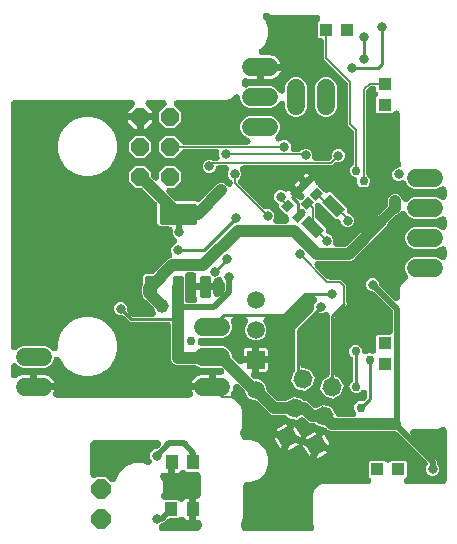
<source format=gbr>
G04 EAGLE Gerber RS-274X export*
G75*
%MOMM*%
%FSLAX34Y34*%
%LPD*%
%INBottom Copper*%
%IPPOS*%
%AMOC8*
5,1,8,0,0,1.08239X$1,22.5*%
G01*
%ADD10R,0.700000X0.900000*%
%ADD11R,1.000000X1.270000*%
%ADD12C,1.524000*%
%ADD13P,1.649562X8X292.500000*%
%ADD14R,1.000000X1.800000*%
%ADD15R,1.108000X1.108000*%
%ADD16R,1.508000X1.508000*%
%ADD17C,1.508000*%
%ADD18C,0.232500*%
%ADD19C,0.460000*%
%ADD20P,1.649562X8X277.500000*%
%ADD21R,1.650000X1.650000*%
%ADD22C,0.806400*%
%ADD23C,0.254000*%
%ADD24C,0.152400*%
%ADD25C,0.756400*%
%ADD26C,0.200000*%
%ADD27P,1.785944X8X22.500000*%
%ADD28C,0.508000*%
%ADD29C,1.016000*%
%ADD30C,1.156400*%
%ADD31C,0.812800*%

G36*
X131854Y101335D02*
X131854Y101335D01*
X131907Y101333D01*
X132099Y101355D01*
X132292Y101371D01*
X132344Y101384D01*
X132397Y101390D01*
X132583Y101443D01*
X132771Y101489D01*
X132820Y101511D01*
X132872Y101525D01*
X133046Y101607D01*
X133225Y101684D01*
X133270Y101713D01*
X133318Y101735D01*
X133478Y101845D01*
X133641Y101949D01*
X133680Y101984D01*
X133724Y102015D01*
X133864Y102149D01*
X134008Y102278D01*
X134042Y102319D01*
X134081Y102356D01*
X134197Y102511D01*
X134318Y102662D01*
X134345Y102708D01*
X134377Y102751D01*
X134467Y102923D01*
X134562Y103090D01*
X134581Y103140D01*
X134606Y103188D01*
X134667Y103372D01*
X134734Y103553D01*
X134744Y103605D01*
X134761Y103656D01*
X134792Y103847D01*
X134829Y104037D01*
X134830Y104090D01*
X134839Y104143D01*
X134838Y104337D01*
X134844Y104530D01*
X134837Y104583D01*
X134837Y104636D01*
X134805Y104827D01*
X134780Y105019D01*
X134764Y105070D01*
X134755Y105123D01*
X134719Y105219D01*
X134637Y105491D01*
X134551Y105668D01*
X134516Y105761D01*
X134094Y106590D01*
X133817Y107443D01*
X151130Y107443D01*
X151206Y107449D01*
X151282Y107446D01*
X151451Y107469D01*
X151621Y107483D01*
X151695Y107501D01*
X151771Y107511D01*
X151935Y107560D01*
X152100Y107601D01*
X152170Y107631D01*
X152243Y107653D01*
X152397Y107728D01*
X152554Y107796D01*
X152618Y107837D01*
X152686Y107870D01*
X152826Y107969D01*
X152970Y108061D01*
X153026Y108112D01*
X153089Y108156D01*
X153210Y108276D01*
X153338Y108390D01*
X153386Y108449D01*
X153440Y108502D01*
X153440Y108503D01*
X153541Y108641D01*
X153648Y108774D01*
X153686Y108840D01*
X153730Y108902D01*
X153807Y109054D01*
X153892Y109203D01*
X153918Y109274D01*
X153953Y109342D01*
X154004Y109505D01*
X154064Y109665D01*
X154078Y109740D01*
X154101Y109813D01*
X154113Y109917D01*
X154158Y110149D01*
X154166Y110385D01*
X154177Y110490D01*
X154177Y120651D01*
X158370Y120651D01*
X158408Y120654D01*
X158446Y120652D01*
X158653Y120674D01*
X158861Y120691D01*
X158898Y120700D01*
X158936Y120704D01*
X159137Y120759D01*
X159340Y120809D01*
X159375Y120824D01*
X159412Y120835D01*
X159602Y120922D01*
X159794Y121004D01*
X159826Y121024D01*
X159860Y121040D01*
X160034Y121157D01*
X160210Y121269D01*
X160238Y121294D01*
X160270Y121316D01*
X160422Y121459D01*
X160578Y121598D01*
X160602Y121627D01*
X160629Y121653D01*
X160756Y121819D01*
X160888Y121982D01*
X160906Y122015D01*
X160930Y122045D01*
X161028Y122229D01*
X161132Y122410D01*
X161145Y122446D01*
X161163Y122480D01*
X161231Y122677D01*
X161303Y122873D01*
X161310Y122910D01*
X161323Y122946D01*
X161358Y123153D01*
X161398Y123357D01*
X161399Y123395D01*
X161405Y123433D01*
X161407Y123642D01*
X161413Y123850D01*
X161408Y123888D01*
X161408Y123926D01*
X161376Y124133D01*
X161349Y124339D01*
X161338Y124376D01*
X161332Y124413D01*
X161267Y124612D01*
X161206Y124811D01*
X161189Y124846D01*
X161178Y124882D01*
X161081Y125067D01*
X160989Y125255D01*
X160967Y125286D01*
X160950Y125320D01*
X160892Y125392D01*
X160704Y125657D01*
X160583Y125779D01*
X160524Y125853D01*
X160437Y125927D01*
X160379Y125986D01*
X160357Y126008D01*
X160250Y126086D01*
X160148Y126172D01*
X160051Y126231D01*
X159958Y126298D01*
X159840Y126358D01*
X159726Y126427D01*
X159620Y126469D01*
X159518Y126521D01*
X159391Y126561D01*
X159268Y126610D01*
X159157Y126635D01*
X159047Y126669D01*
X158954Y126679D01*
X158786Y126717D01*
X158462Y126735D01*
X158370Y126745D01*
X141691Y126745D01*
X138243Y128173D01*
X138207Y128204D01*
X138109Y128263D01*
X138017Y128330D01*
X137898Y128390D01*
X137784Y128459D01*
X137678Y128501D01*
X137576Y128553D01*
X137450Y128593D01*
X137326Y128642D01*
X137215Y128667D01*
X137106Y128701D01*
X137012Y128711D01*
X136845Y128749D01*
X136520Y128767D01*
X136428Y128777D01*
X120758Y128777D01*
X118610Y129667D01*
X116967Y131310D01*
X116077Y133458D01*
X116077Y162560D01*
X116071Y162636D01*
X116073Y162712D01*
X116051Y162881D01*
X116037Y163052D01*
X116019Y163126D01*
X116009Y163201D01*
X115960Y163365D01*
X115919Y163531D01*
X115889Y163600D01*
X115867Y163674D01*
X115791Y163827D01*
X115724Y163984D01*
X115683Y164048D01*
X115650Y164117D01*
X115551Y164256D01*
X115459Y164400D01*
X115408Y164457D01*
X115364Y164519D01*
X115244Y164640D01*
X115130Y164768D01*
X115071Y164816D01*
X115017Y164870D01*
X114879Y164971D01*
X114746Y165078D01*
X114680Y165115D01*
X114619Y165160D01*
X114466Y165237D01*
X114318Y165322D01*
X114246Y165348D01*
X114178Y165383D01*
X114015Y165434D01*
X113855Y165493D01*
X113780Y165508D01*
X113708Y165531D01*
X113603Y165543D01*
X113371Y165588D01*
X113135Y165595D01*
X113030Y165607D01*
X81708Y165607D01*
X77235Y170081D01*
X77148Y170155D01*
X77067Y170236D01*
X76960Y170314D01*
X76859Y170400D01*
X76761Y170459D01*
X76668Y170526D01*
X76550Y170586D01*
X76436Y170655D01*
X76330Y170697D01*
X76228Y170749D01*
X76101Y170789D01*
X75978Y170838D01*
X75867Y170863D01*
X75758Y170897D01*
X75664Y170907D01*
X75496Y170945D01*
X75172Y170963D01*
X75080Y170973D01*
X72555Y170973D01*
X70512Y171819D01*
X68949Y173382D01*
X68103Y175425D01*
X68103Y177635D01*
X68949Y179678D01*
X70512Y181241D01*
X72555Y182087D01*
X74765Y182087D01*
X76808Y181241D01*
X78371Y179678D01*
X79217Y177635D01*
X79217Y175110D01*
X79226Y174997D01*
X79225Y174882D01*
X79246Y174751D01*
X79257Y174618D01*
X79284Y174508D01*
X79302Y174395D01*
X79343Y174269D01*
X79375Y174140D01*
X79420Y174035D01*
X79456Y173926D01*
X79518Y173808D01*
X79570Y173686D01*
X79631Y173590D01*
X79684Y173489D01*
X79743Y173415D01*
X79835Y173270D01*
X80051Y173028D01*
X80109Y172955D01*
X82499Y170565D01*
X82586Y170491D01*
X82667Y170410D01*
X82774Y170332D01*
X82875Y170246D01*
X82973Y170187D01*
X83066Y170120D01*
X83184Y170060D01*
X83298Y169991D01*
X83404Y169949D01*
X83506Y169897D01*
X83633Y169857D01*
X83756Y169808D01*
X83867Y169783D01*
X83976Y169749D01*
X84070Y169739D01*
X84238Y169701D01*
X84562Y169683D01*
X84654Y169673D01*
X100357Y169673D01*
X100396Y169676D01*
X100434Y169674D01*
X100641Y169696D01*
X100849Y169713D01*
X100886Y169722D01*
X100924Y169726D01*
X101125Y169781D01*
X101328Y169831D01*
X101363Y169847D01*
X101400Y169857D01*
X101589Y169944D01*
X101781Y170026D01*
X101814Y170046D01*
X101848Y170062D01*
X102022Y170179D01*
X102197Y170291D01*
X102226Y170316D01*
X102258Y170338D01*
X102410Y170481D01*
X102565Y170620D01*
X102589Y170650D01*
X102617Y170676D01*
X102744Y170842D01*
X102875Y171004D01*
X102894Y171037D01*
X102917Y171067D01*
X103016Y171251D01*
X103119Y171432D01*
X103132Y171468D01*
X103151Y171502D01*
X103218Y171699D01*
X103291Y171895D01*
X103298Y171932D01*
X103310Y171969D01*
X103345Y172175D01*
X103385Y172379D01*
X103387Y172417D01*
X103393Y172455D01*
X103394Y172665D01*
X103401Y172872D01*
X103396Y172910D01*
X103396Y172948D01*
X103364Y173155D01*
X103336Y173361D01*
X103325Y173398D01*
X103319Y173436D01*
X103254Y173634D01*
X103194Y173833D01*
X103177Y173868D01*
X103165Y173904D01*
X103069Y174089D01*
X102977Y174277D01*
X102955Y174308D01*
X102937Y174342D01*
X102879Y174415D01*
X102840Y174469D01*
X101554Y177575D01*
X101549Y177584D01*
X101546Y177593D01*
X101436Y177804D01*
X101329Y178014D01*
X101323Y178022D01*
X101318Y178031D01*
X101293Y178063D01*
X101036Y178411D01*
X100942Y178503D01*
X100893Y178564D01*
X95864Y183593D01*
X95777Y183667D01*
X95697Y183748D01*
X95590Y183826D01*
X95488Y183912D01*
X95391Y183971D01*
X95298Y184038D01*
X95180Y184098D01*
X95066Y184167D01*
X94960Y184209D01*
X94858Y184261D01*
X94731Y184301D01*
X94608Y184350D01*
X94497Y184375D01*
X94400Y184405D01*
X92745Y186059D01*
X92745Y186235D01*
X92744Y186245D01*
X92745Y186254D01*
X92725Y186490D01*
X92705Y186727D01*
X92703Y186736D01*
X92702Y186746D01*
X92691Y186784D01*
X92587Y187206D01*
X92535Y187326D01*
X92513Y187401D01*
X91947Y188768D01*
X91947Y195242D01*
X92513Y196609D01*
X92516Y196618D01*
X92521Y196627D01*
X92593Y196855D01*
X92665Y197078D01*
X92666Y197088D01*
X92669Y197097D01*
X92673Y197138D01*
X92738Y197566D01*
X92736Y197697D01*
X92745Y197775D01*
X92745Y204361D01*
X94319Y205935D01*
X100120Y205935D01*
X100233Y205944D01*
X100348Y205943D01*
X100479Y205964D01*
X100611Y205975D01*
X100722Y206002D01*
X100835Y206020D01*
X100961Y206061D01*
X101090Y206093D01*
X101195Y206138D01*
X101304Y206174D01*
X101422Y206236D01*
X101544Y206288D01*
X101640Y206349D01*
X101741Y206402D01*
X101815Y206461D01*
X101960Y206553D01*
X102202Y206769D01*
X102274Y206827D01*
X113760Y218313D01*
X115515Y219040D01*
X115583Y219075D01*
X115654Y219102D01*
X115802Y219187D01*
X115954Y219265D01*
X116015Y219310D01*
X116081Y219348D01*
X116214Y219457D01*
X116351Y219558D01*
X116404Y219612D01*
X116463Y219661D01*
X116576Y219789D01*
X116695Y219911D01*
X116739Y219974D01*
X116789Y220031D01*
X116880Y220175D01*
X116978Y220315D01*
X117011Y220384D01*
X117052Y220448D01*
X117118Y220606D01*
X117192Y220760D01*
X117214Y220833D01*
X117243Y220903D01*
X117283Y221069D01*
X117332Y221233D01*
X117341Y221309D01*
X117359Y221383D01*
X117372Y221553D01*
X117393Y221722D01*
X117390Y221799D01*
X117396Y221875D01*
X117381Y222045D01*
X117375Y222215D01*
X117360Y222290D01*
X117353Y222366D01*
X117324Y222467D01*
X117277Y222699D01*
X117193Y222920D01*
X117164Y223021D01*
X116363Y224955D01*
X116363Y227165D01*
X117209Y229208D01*
X118772Y230771D01*
X119634Y231128D01*
X119668Y231145D01*
X119704Y231158D01*
X119887Y231258D01*
X120073Y231353D01*
X120104Y231375D01*
X120137Y231394D01*
X120302Y231522D01*
X120470Y231646D01*
X120497Y231673D01*
X120527Y231697D01*
X120669Y231850D01*
X120815Y231999D01*
X120836Y232030D01*
X120862Y232058D01*
X120978Y232232D01*
X121098Y232403D01*
X121114Y232437D01*
X121135Y232469D01*
X121221Y232660D01*
X121312Y232847D01*
X121322Y232884D01*
X121338Y232919D01*
X121392Y233120D01*
X121451Y233321D01*
X121456Y233359D01*
X121466Y233396D01*
X121486Y233603D01*
X121512Y233810D01*
X121511Y233848D01*
X121515Y233886D01*
X121502Y234094D01*
X121494Y234303D01*
X121486Y234341D01*
X121484Y234379D01*
X121438Y234582D01*
X121396Y234787D01*
X121383Y234822D01*
X121374Y234860D01*
X121295Y235053D01*
X121222Y235248D01*
X121203Y235281D01*
X121188Y235317D01*
X121079Y235495D01*
X120975Y235675D01*
X120951Y235705D01*
X120931Y235738D01*
X120795Y235896D01*
X120663Y236057D01*
X120634Y236082D01*
X120609Y236111D01*
X120449Y236246D01*
X120293Y236384D01*
X120260Y236404D01*
X120231Y236429D01*
X120169Y236463D01*
X118479Y238152D01*
X117633Y240195D01*
X117633Y242627D01*
X117667Y242797D01*
X117669Y242863D01*
X117679Y242929D01*
X117676Y243110D01*
X117682Y243290D01*
X117673Y243356D01*
X117672Y243422D01*
X117641Y243600D01*
X117617Y243779D01*
X117598Y243843D01*
X117587Y243908D01*
X117527Y244078D01*
X117475Y244252D01*
X117446Y244311D01*
X117424Y244374D01*
X117338Y244532D01*
X117258Y244695D01*
X117220Y244749D01*
X117188Y244807D01*
X117077Y244950D01*
X116973Y245097D01*
X116926Y245144D01*
X116885Y245197D01*
X116753Y245319D01*
X116626Y245448D01*
X116572Y245487D01*
X116524Y245532D01*
X116373Y245632D01*
X116227Y245738D01*
X116168Y245768D01*
X116113Y245805D01*
X115948Y245879D01*
X115787Y245961D01*
X115723Y245981D01*
X115663Y246008D01*
X115489Y246055D01*
X115316Y246109D01*
X115264Y246115D01*
X115186Y246136D01*
X114695Y246185D01*
X114662Y246183D01*
X114638Y246185D01*
X107509Y246185D01*
X106103Y246768D01*
X105028Y247843D01*
X104445Y249249D01*
X104445Y264860D01*
X104436Y264973D01*
X104437Y265088D01*
X104416Y265219D01*
X104405Y265351D01*
X104378Y265462D01*
X104360Y265575D01*
X104319Y265701D01*
X104287Y265830D01*
X104242Y265935D01*
X104206Y266044D01*
X104144Y266161D01*
X104092Y266284D01*
X104031Y266380D01*
X103978Y266481D01*
X103919Y266555D01*
X103827Y266700D01*
X103611Y266942D01*
X103553Y267014D01*
X92314Y278253D01*
X92227Y278327D01*
X92147Y278408D01*
X92040Y278486D01*
X91938Y278572D01*
X91841Y278631D01*
X91748Y278698D01*
X91630Y278758D01*
X91516Y278827D01*
X91410Y278869D01*
X91308Y278921D01*
X91181Y278961D01*
X91058Y279010D01*
X90947Y279035D01*
X90837Y279069D01*
X90744Y279079D01*
X90576Y279117D01*
X90252Y279135D01*
X90160Y279145D01*
X86382Y279145D01*
X81025Y284502D01*
X81025Y292078D01*
X86382Y297435D01*
X93958Y297435D01*
X99315Y292078D01*
X99315Y289040D01*
X99324Y288927D01*
X99323Y288812D01*
X99344Y288681D01*
X99355Y288549D01*
X99382Y288438D01*
X99400Y288325D01*
X99441Y288199D01*
X99473Y288070D01*
X99518Y287965D01*
X99554Y287856D01*
X99616Y287738D01*
X99668Y287616D01*
X99729Y287520D01*
X99782Y287419D01*
X99841Y287345D01*
X99933Y287200D01*
X100149Y286958D01*
X100207Y286886D01*
X101223Y285870D01*
X101252Y285845D01*
X101278Y285816D01*
X101440Y285685D01*
X101599Y285550D01*
X101632Y285530D01*
X101662Y285506D01*
X101842Y285404D01*
X102022Y285295D01*
X102057Y285281D01*
X102090Y285262D01*
X102286Y285190D01*
X102480Y285112D01*
X102517Y285104D01*
X102553Y285091D01*
X102758Y285051D01*
X102962Y285006D01*
X103000Y285003D01*
X103037Y284996D01*
X103245Y284990D01*
X103454Y284978D01*
X103492Y284982D01*
X103530Y284981D01*
X103737Y285008D01*
X103945Y285030D01*
X103981Y285040D01*
X104019Y285045D01*
X104219Y285106D01*
X104420Y285161D01*
X104455Y285177D01*
X104492Y285188D01*
X104679Y285279D01*
X104869Y285367D01*
X104901Y285388D01*
X104935Y285405D01*
X105105Y285525D01*
X105278Y285642D01*
X105306Y285668D01*
X105337Y285690D01*
X105486Y285837D01*
X105638Y285980D01*
X105661Y286010D01*
X105688Y286037D01*
X105811Y286206D01*
X105938Y286371D01*
X105956Y286405D01*
X105978Y286436D01*
X106072Y286622D01*
X106171Y286806D01*
X106183Y286842D01*
X106201Y286876D01*
X106263Y287075D01*
X106331Y287273D01*
X106337Y287310D01*
X106349Y287347D01*
X106359Y287439D01*
X106414Y287759D01*
X106415Y287931D01*
X106425Y288024D01*
X106425Y292078D01*
X111782Y297435D01*
X119358Y297435D01*
X124715Y292078D01*
X124715Y284502D01*
X119358Y279145D01*
X115304Y279145D01*
X115266Y279142D01*
X115228Y279144D01*
X115021Y279122D01*
X114813Y279105D01*
X114776Y279096D01*
X114738Y279092D01*
X114537Y279037D01*
X114334Y278987D01*
X114299Y278972D01*
X114262Y278961D01*
X114072Y278874D01*
X113880Y278792D01*
X113848Y278772D01*
X113814Y278756D01*
X113640Y278639D01*
X113464Y278527D01*
X113436Y278502D01*
X113404Y278480D01*
X113252Y278337D01*
X113096Y278198D01*
X113072Y278169D01*
X113045Y278143D01*
X112918Y277977D01*
X112786Y277814D01*
X112768Y277781D01*
X112744Y277751D01*
X112646Y277567D01*
X112542Y277386D01*
X112529Y277350D01*
X112511Y277316D01*
X112443Y277118D01*
X112371Y276923D01*
X112364Y276886D01*
X112351Y276850D01*
X112316Y276643D01*
X112276Y276439D01*
X112275Y276401D01*
X112269Y276363D01*
X112267Y276154D01*
X112261Y275946D01*
X112266Y275908D01*
X112266Y275870D01*
X112298Y275663D01*
X112325Y275457D01*
X112336Y275420D01*
X112342Y275383D01*
X112407Y275184D01*
X112468Y274985D01*
X112485Y274950D01*
X112496Y274914D01*
X112593Y274729D01*
X112685Y274541D01*
X112707Y274510D01*
X112724Y274476D01*
X112782Y274404D01*
X112970Y274139D01*
X113091Y274017D01*
X113150Y273943D01*
X118566Y268527D01*
X118653Y268453D01*
X118733Y268372D01*
X118840Y268294D01*
X118942Y268208D01*
X119039Y268149D01*
X119132Y268082D01*
X119250Y268022D01*
X119364Y267953D01*
X119470Y267911D01*
X119572Y267859D01*
X119699Y267819D01*
X119822Y267770D01*
X119933Y267745D01*
X120043Y267711D01*
X120136Y267701D01*
X120304Y267663D01*
X120628Y267645D01*
X120720Y267635D01*
X136331Y267635D01*
X137936Y266970D01*
X138144Y266903D01*
X138351Y266832D01*
X138379Y266827D01*
X138406Y266818D01*
X138621Y266786D01*
X138837Y266749D01*
X138866Y266749D01*
X138894Y266745D01*
X139112Y266748D01*
X139331Y266746D01*
X139359Y266751D01*
X139387Y266751D01*
X139602Y266789D01*
X139818Y266823D01*
X139845Y266832D01*
X139873Y266837D01*
X140079Y266909D01*
X140287Y266977D01*
X140312Y266990D01*
X140339Y267000D01*
X140530Y267104D01*
X140724Y267205D01*
X140743Y267220D01*
X140772Y267236D01*
X141161Y267538D01*
X141216Y267597D01*
X141257Y267630D01*
X155440Y281813D01*
X157588Y282703D01*
X159912Y282703D01*
X162060Y281813D01*
X163215Y280658D01*
X163244Y280633D01*
X163270Y280604D01*
X163432Y280474D01*
X163591Y280338D01*
X163624Y280318D01*
X163654Y280294D01*
X163835Y280192D01*
X164014Y280084D01*
X164049Y280069D01*
X164082Y280050D01*
X164278Y279978D01*
X164472Y279900D01*
X164509Y279892D01*
X164545Y279879D01*
X164749Y279839D01*
X164953Y279794D01*
X164992Y279791D01*
X165029Y279784D01*
X165237Y279778D01*
X165446Y279766D01*
X165484Y279770D01*
X165522Y279769D01*
X165728Y279796D01*
X165937Y279818D01*
X165973Y279828D01*
X166011Y279833D01*
X166211Y279894D01*
X166412Y279949D01*
X166447Y279965D01*
X166484Y279976D01*
X166671Y280068D01*
X166861Y280155D01*
X166892Y280176D01*
X166927Y280193D01*
X167097Y280313D01*
X167270Y280430D01*
X167298Y280456D01*
X167329Y280478D01*
X167477Y280625D01*
X167630Y280768D01*
X167653Y280798D01*
X167680Y280825D01*
X167803Y280993D01*
X167930Y281159D01*
X167948Y281193D01*
X167970Y281224D01*
X168064Y281410D01*
X168163Y281594D01*
X168175Y281630D01*
X168193Y281664D01*
X168256Y281864D01*
X168323Y282061D01*
X168329Y282098D01*
X168341Y282135D01*
X168351Y282227D01*
X168406Y282547D01*
X168407Y282719D01*
X168417Y282812D01*
X168417Y283303D01*
X168400Y283522D01*
X168386Y283740D01*
X168380Y283767D01*
X168377Y283795D01*
X168325Y284007D01*
X168276Y284221D01*
X168265Y284247D01*
X168259Y284274D01*
X168172Y284475D01*
X168090Y284677D01*
X168075Y284702D01*
X168064Y284727D01*
X167947Y284911D01*
X167833Y285098D01*
X167814Y285120D01*
X167799Y285143D01*
X167654Y285306D01*
X167511Y285472D01*
X167489Y285490D01*
X167470Y285511D01*
X167301Y285648D01*
X167279Y285666D01*
X165469Y287476D01*
X164623Y289519D01*
X164623Y291729D01*
X165441Y293704D01*
X165496Y293876D01*
X165559Y294045D01*
X165572Y294110D01*
X165592Y294173D01*
X165619Y294352D01*
X165654Y294529D01*
X165656Y294595D01*
X165666Y294661D01*
X165664Y294842D01*
X165669Y295022D01*
X165661Y295088D01*
X165660Y295155D01*
X165628Y295332D01*
X165605Y295511D01*
X165586Y295575D01*
X165574Y295640D01*
X165515Y295810D01*
X165462Y295984D01*
X165433Y296043D01*
X165411Y296106D01*
X165325Y296265D01*
X165246Y296427D01*
X165207Y296481D01*
X165175Y296539D01*
X165064Y296682D01*
X164960Y296829D01*
X164913Y296876D01*
X164872Y296929D01*
X164740Y297052D01*
X164613Y297180D01*
X164560Y297219D01*
X164511Y297264D01*
X164360Y297364D01*
X164215Y297470D01*
X164155Y297500D01*
X164100Y297537D01*
X163935Y297611D01*
X163774Y297693D01*
X163711Y297713D01*
X163650Y297740D01*
X163476Y297787D01*
X163304Y297841D01*
X163251Y297847D01*
X163174Y297868D01*
X162683Y297917D01*
X162649Y297915D01*
X162626Y297917D01*
X156946Y297917D01*
X156728Y297900D01*
X156510Y297886D01*
X156483Y297880D01*
X156454Y297877D01*
X156242Y297825D01*
X156029Y297776D01*
X156003Y297765D01*
X155976Y297759D01*
X155774Y297672D01*
X155573Y297590D01*
X155548Y297575D01*
X155522Y297564D01*
X155338Y297447D01*
X155152Y297333D01*
X155130Y297314D01*
X155106Y297299D01*
X154943Y297154D01*
X154778Y297011D01*
X154759Y296989D01*
X154738Y296970D01*
X154601Y296801D01*
X154461Y296633D01*
X154449Y296612D01*
X154428Y296586D01*
X154184Y296158D01*
X154156Y296082D01*
X154131Y296036D01*
X153301Y294032D01*
X151738Y292469D01*
X149695Y291623D01*
X147485Y291623D01*
X145442Y292469D01*
X143879Y294032D01*
X143033Y296075D01*
X143033Y298285D01*
X143879Y300328D01*
X145442Y301891D01*
X147485Y302737D01*
X149695Y302737D01*
X152259Y301675D01*
X152268Y301672D01*
X152277Y301667D01*
X152505Y301595D01*
X152729Y301523D01*
X152738Y301522D01*
X152748Y301519D01*
X152788Y301515D01*
X153217Y301450D01*
X153347Y301452D01*
X153425Y301443D01*
X154342Y301443D01*
X154522Y301457D01*
X154703Y301464D01*
X154768Y301477D01*
X154834Y301483D01*
X155009Y301526D01*
X155186Y301562D01*
X155248Y301585D01*
X155313Y301601D01*
X155479Y301673D01*
X155648Y301736D01*
X155705Y301770D01*
X155766Y301796D01*
X155918Y301893D01*
X156075Y301983D01*
X156126Y302025D01*
X156182Y302061D01*
X156317Y302181D01*
X156457Y302296D01*
X156500Y302345D01*
X156550Y302390D01*
X156664Y302530D01*
X156783Y302665D01*
X156818Y302722D01*
X156860Y302774D01*
X156949Y302930D01*
X157045Y303083D01*
X157071Y303145D01*
X157104Y303202D01*
X157167Y303371D01*
X157237Y303538D01*
X157253Y303602D01*
X157276Y303665D01*
X157310Y303842D01*
X157353Y304017D01*
X157358Y304084D01*
X157370Y304149D01*
X157376Y304329D01*
X157390Y304509D01*
X157384Y304576D01*
X157386Y304642D01*
X157362Y304821D01*
X157346Y305001D01*
X157332Y305052D01*
X157321Y305131D01*
X157179Y305603D01*
X157164Y305634D01*
X157158Y305656D01*
X157003Y306029D01*
X157003Y308623D01*
X157010Y308669D01*
X157008Y308851D01*
X157014Y309032D01*
X157005Y309097D01*
X157004Y309163D01*
X156973Y309341D01*
X156949Y309521D01*
X156930Y309584D01*
X156919Y309648D01*
X156859Y309820D01*
X156807Y309994D01*
X156778Y310052D01*
X156757Y310114D01*
X156670Y310274D01*
X156590Y310437D01*
X156552Y310490D01*
X156521Y310548D01*
X156410Y310691D01*
X156305Y310839D01*
X156259Y310886D01*
X156218Y310937D01*
X156085Y311061D01*
X155958Y311190D01*
X155905Y311228D01*
X155857Y311273D01*
X155706Y311374D01*
X155559Y311480D01*
X155500Y311510D01*
X155446Y311546D01*
X155281Y311621D01*
X155119Y311703D01*
X155056Y311722D01*
X154996Y311749D01*
X154822Y311796D01*
X154648Y311851D01*
X154596Y311857D01*
X154520Y311877D01*
X154029Y311927D01*
X153994Y311925D01*
X153970Y311927D01*
X127762Y311927D01*
X127686Y311921D01*
X127610Y311923D01*
X127441Y311901D01*
X127270Y311887D01*
X127196Y311869D01*
X127121Y311859D01*
X126957Y311810D01*
X126791Y311769D01*
X126722Y311739D01*
X126648Y311717D01*
X126495Y311641D01*
X126338Y311574D01*
X126274Y311533D01*
X126205Y311500D01*
X126066Y311401D01*
X125922Y311309D01*
X125865Y311258D01*
X125803Y311214D01*
X125682Y311094D01*
X125554Y310980D01*
X125506Y310921D01*
X125452Y310867D01*
X125351Y310729D01*
X125244Y310596D01*
X125207Y310530D01*
X125162Y310469D01*
X125085Y310316D01*
X125026Y310214D01*
X119358Y304545D01*
X111782Y304545D01*
X106425Y309902D01*
X106425Y317478D01*
X111782Y322835D01*
X119358Y322835D01*
X125031Y317161D01*
X125068Y317076D01*
X125109Y317012D01*
X125142Y316943D01*
X125241Y316804D01*
X125333Y316660D01*
X125384Y316603D01*
X125428Y316541D01*
X125548Y316420D01*
X125662Y316292D01*
X125721Y316244D01*
X125775Y316190D01*
X125913Y316089D01*
X126046Y315982D01*
X126112Y315945D01*
X126173Y315900D01*
X126326Y315823D01*
X126474Y315738D01*
X126546Y315712D01*
X126614Y315677D01*
X126777Y315626D01*
X126937Y315567D01*
X127012Y315552D01*
X127084Y315529D01*
X127189Y315517D01*
X127421Y315472D01*
X127657Y315465D01*
X127762Y315453D01*
X180537Y315453D01*
X180679Y315464D01*
X180822Y315466D01*
X180925Y315484D01*
X181029Y315493D01*
X181167Y315527D01*
X181308Y315552D01*
X181406Y315586D01*
X181508Y315611D01*
X181639Y315668D01*
X181773Y315715D01*
X181865Y315765D01*
X181961Y315806D01*
X182081Y315882D01*
X182207Y315951D01*
X182289Y316015D01*
X182377Y316071D01*
X182483Y316166D01*
X182596Y316253D01*
X182667Y316330D01*
X182745Y316400D01*
X182835Y316511D01*
X182932Y316615D01*
X182989Y316702D01*
X183055Y316784D01*
X183125Y316907D01*
X183204Y317026D01*
X183247Y317122D01*
X183299Y317212D01*
X183349Y317346D01*
X183407Y317476D01*
X183434Y317577D01*
X183471Y317675D01*
X183498Y317815D01*
X183535Y317952D01*
X183545Y318056D01*
X183565Y318159D01*
X183570Y318301D01*
X183584Y318443D01*
X183577Y318548D01*
X183581Y318652D01*
X183562Y318793D01*
X183553Y318936D01*
X183530Y319037D01*
X183516Y319141D01*
X183475Y319278D01*
X183443Y319417D01*
X183404Y319513D01*
X183374Y319613D01*
X183311Y319742D01*
X183257Y319874D01*
X183203Y319963D01*
X183157Y320057D01*
X183074Y320173D01*
X183000Y320294D01*
X182932Y320374D01*
X182871Y320459D01*
X182771Y320560D01*
X182678Y320668D01*
X182598Y320736D01*
X182525Y320810D01*
X182410Y320894D01*
X182300Y320985D01*
X182231Y321023D01*
X182126Y321100D01*
X181739Y321296D01*
X181703Y321315D01*
X178970Y322448D01*
X176397Y325020D01*
X175005Y328381D01*
X175005Y332019D01*
X176397Y335380D01*
X178970Y337953D01*
X182331Y339345D01*
X201209Y339345D01*
X204570Y337953D01*
X207143Y335380D01*
X208535Y332019D01*
X208535Y328381D01*
X207143Y325020D01*
X205403Y323280D01*
X205310Y323171D01*
X205211Y323070D01*
X205151Y322984D01*
X205083Y322904D01*
X205010Y322782D01*
X204928Y322665D01*
X204883Y322571D01*
X204829Y322482D01*
X204776Y322349D01*
X204714Y322221D01*
X204684Y322121D01*
X204646Y322024D01*
X204615Y321884D01*
X204574Y321748D01*
X204561Y321644D01*
X204539Y321542D01*
X204531Y321399D01*
X204513Y321258D01*
X204517Y321154D01*
X204511Y321049D01*
X204526Y320907D01*
X204532Y320765D01*
X204552Y320663D01*
X204563Y320559D01*
X204601Y320421D01*
X204629Y320282D01*
X204666Y320184D01*
X204694Y320083D01*
X204753Y319954D01*
X204804Y319820D01*
X204856Y319730D01*
X204900Y319635D01*
X204979Y319516D01*
X205051Y319393D01*
X205117Y319312D01*
X205175Y319225D01*
X205273Y319121D01*
X205363Y319011D01*
X205441Y318942D01*
X205513Y318866D01*
X205626Y318779D01*
X205733Y318685D01*
X205821Y318629D01*
X205904Y318566D01*
X206030Y318498D01*
X206151Y318422D01*
X206247Y318382D01*
X206339Y318332D01*
X206474Y318286D01*
X206605Y318231D01*
X206707Y318206D01*
X206806Y318172D01*
X206946Y318149D01*
X207085Y318115D01*
X207189Y318107D01*
X207292Y318090D01*
X207435Y318089D01*
X207577Y318078D01*
X207681Y318087D01*
X207785Y318087D01*
X207926Y318109D01*
X208068Y318121D01*
X208144Y318143D01*
X208273Y318163D01*
X208685Y318299D01*
X208724Y318310D01*
X210985Y319247D01*
X213195Y319247D01*
X215238Y318401D01*
X216801Y316838D01*
X217647Y314795D01*
X217647Y312201D01*
X217640Y312155D01*
X217642Y311973D01*
X217636Y311792D01*
X217645Y311727D01*
X217646Y311661D01*
X217677Y311483D01*
X217701Y311303D01*
X217720Y311240D01*
X217731Y311176D01*
X217791Y311004D01*
X217843Y310830D01*
X217872Y310772D01*
X217893Y310710D01*
X217980Y310550D01*
X218060Y310387D01*
X218098Y310334D01*
X218129Y310276D01*
X218240Y310133D01*
X218345Y309985D01*
X218391Y309938D01*
X218432Y309887D01*
X218565Y309763D01*
X218692Y309634D01*
X218745Y309596D01*
X218793Y309551D01*
X218944Y309450D01*
X219091Y309344D01*
X219150Y309314D01*
X219204Y309278D01*
X219369Y309203D01*
X219531Y309121D01*
X219594Y309102D01*
X219654Y309075D01*
X219828Y309028D01*
X220002Y308973D01*
X220054Y308967D01*
X220130Y308947D01*
X220621Y308897D01*
X220656Y308899D01*
X220680Y308897D01*
X223576Y308897D01*
X223690Y308906D01*
X223804Y308905D01*
X223936Y308926D01*
X224068Y308937D01*
X224179Y308964D01*
X224291Y308982D01*
X224418Y309023D01*
X224547Y309055D01*
X224652Y309100D01*
X224760Y309136D01*
X224878Y309198D01*
X225000Y309250D01*
X225096Y309311D01*
X225198Y309364D01*
X225271Y309423D01*
X225416Y309515D01*
X225658Y309731D01*
X225731Y309789D01*
X227222Y311281D01*
X229265Y312127D01*
X231475Y312127D01*
X233518Y311281D01*
X235081Y309718D01*
X235927Y307675D01*
X235927Y305420D01*
X235888Y305315D01*
X235875Y305250D01*
X235855Y305187D01*
X235828Y305008D01*
X235793Y304831D01*
X235791Y304765D01*
X235781Y304699D01*
X235783Y304518D01*
X235778Y304338D01*
X235787Y304272D01*
X235787Y304206D01*
X235819Y304028D01*
X235842Y303849D01*
X235861Y303785D01*
X235873Y303720D01*
X235933Y303549D01*
X235985Y303376D01*
X236014Y303317D01*
X236036Y303254D01*
X236122Y303095D01*
X236202Y302933D01*
X236240Y302879D01*
X236272Y302821D01*
X236383Y302678D01*
X236487Y302531D01*
X236534Y302484D01*
X236575Y302431D01*
X236707Y302309D01*
X236834Y302180D01*
X236887Y302141D01*
X236936Y302096D01*
X237087Y301996D01*
X237233Y301890D01*
X237292Y301860D01*
X237347Y301823D01*
X237512Y301749D01*
X237673Y301667D01*
X237736Y301647D01*
X237797Y301620D01*
X237971Y301573D01*
X238144Y301519D01*
X238196Y301513D01*
X238273Y301492D01*
X238764Y301443D01*
X238798Y301445D01*
X238821Y301443D01*
X249206Y301443D01*
X249282Y301449D01*
X249358Y301447D01*
X249527Y301469D01*
X249698Y301483D01*
X249772Y301501D01*
X249847Y301511D01*
X250011Y301560D01*
X250177Y301601D01*
X250246Y301631D01*
X250320Y301653D01*
X250473Y301729D01*
X250630Y301796D01*
X250694Y301837D01*
X250763Y301870D01*
X250902Y301969D01*
X251046Y302061D01*
X251103Y302112D01*
X251165Y302156D01*
X251286Y302276D01*
X251414Y302390D01*
X251462Y302449D01*
X251516Y302503D01*
X251617Y302641D01*
X251724Y302774D01*
X251761Y302840D01*
X251806Y302901D01*
X251883Y303054D01*
X251968Y303202D01*
X251994Y303274D01*
X252029Y303342D01*
X252080Y303505D01*
X252139Y303665D01*
X252154Y303740D01*
X252177Y303812D01*
X252189Y303917D01*
X252234Y304149D01*
X252241Y304385D01*
X252253Y304490D01*
X252253Y307175D01*
X253099Y309218D01*
X254662Y310781D01*
X256705Y311627D01*
X258915Y311627D01*
X260958Y310781D01*
X262521Y309218D01*
X263367Y307175D01*
X263367Y304965D01*
X262521Y302922D01*
X260958Y301359D01*
X258915Y300513D01*
X256388Y300513D01*
X256300Y300528D01*
X256272Y300528D01*
X256244Y300532D01*
X256026Y300530D01*
X255807Y300531D01*
X255779Y300527D01*
X255751Y300526D01*
X255536Y300489D01*
X255319Y300455D01*
X255293Y300446D01*
X255265Y300441D01*
X255059Y300369D01*
X254851Y300300D01*
X254826Y300287D01*
X254799Y300278D01*
X254607Y300173D01*
X254413Y300072D01*
X254395Y300058D01*
X254366Y300042D01*
X253977Y299740D01*
X253921Y299680D01*
X253880Y299647D01*
X252150Y297917D01*
X177734Y297917D01*
X177554Y297903D01*
X177374Y297896D01*
X177309Y297883D01*
X177242Y297877D01*
X177067Y297834D01*
X176890Y297798D01*
X176828Y297775D01*
X176764Y297759D01*
X176598Y297687D01*
X176429Y297624D01*
X176371Y297590D01*
X176310Y297564D01*
X176158Y297467D01*
X176002Y297377D01*
X175950Y297335D01*
X175894Y297299D01*
X175760Y297179D01*
X175620Y297064D01*
X175576Y297015D01*
X175526Y296970D01*
X175413Y296830D01*
X175293Y296695D01*
X175258Y296638D01*
X175216Y296586D01*
X175127Y296430D01*
X175031Y296277D01*
X175005Y296215D01*
X174972Y296158D01*
X174910Y295988D01*
X174839Y295822D01*
X174824Y295758D01*
X174801Y295695D01*
X174766Y295518D01*
X174724Y295343D01*
X174719Y295276D01*
X174706Y295211D01*
X174700Y295031D01*
X174687Y294851D01*
X174693Y294784D01*
X174691Y294718D01*
X174714Y294539D01*
X174730Y294359D01*
X174745Y294309D01*
X174755Y294229D01*
X174898Y293757D01*
X174912Y293726D01*
X174919Y293704D01*
X175737Y291729D01*
X175737Y289519D01*
X174891Y287476D01*
X173803Y286389D01*
X173754Y286331D01*
X173698Y286279D01*
X173594Y286143D01*
X173484Y286013D01*
X173445Y285948D01*
X173398Y285887D01*
X173317Y285737D01*
X173229Y285591D01*
X173201Y285520D01*
X173165Y285453D01*
X173110Y285291D01*
X173046Y285132D01*
X173030Y285058D01*
X173005Y284986D01*
X172976Y284817D01*
X172939Y284651D01*
X172935Y284575D01*
X172922Y284500D01*
X172921Y284329D01*
X172912Y284158D01*
X172920Y284082D01*
X172919Y284006D01*
X172946Y283838D01*
X172964Y283668D01*
X172984Y283594D01*
X172996Y283519D01*
X173049Y283357D01*
X173095Y283192D01*
X173126Y283123D01*
X173150Y283050D01*
X173229Y282899D01*
X173300Y282744D01*
X173343Y282680D01*
X173378Y282613D01*
X173444Y282530D01*
X173576Y282334D01*
X173738Y282162D01*
X173803Y282080D01*
X194190Y261693D01*
X194356Y261552D01*
X194521Y261406D01*
X194545Y261392D01*
X194566Y261373D01*
X194754Y261260D01*
X194939Y261144D01*
X194964Y261133D01*
X194989Y261119D01*
X195192Y261038D01*
X195393Y260953D01*
X195421Y260946D01*
X195447Y260936D01*
X195659Y260889D01*
X195873Y260837D01*
X195901Y260835D01*
X195928Y260829D01*
X196147Y260817D01*
X196365Y260800D01*
X196393Y260803D01*
X196421Y260801D01*
X196639Y260824D01*
X196665Y260827D01*
X199225Y260827D01*
X201268Y259981D01*
X202831Y258418D01*
X203677Y256375D01*
X203677Y254165D01*
X203039Y252626D01*
X202984Y252454D01*
X202921Y252285D01*
X202909Y252220D01*
X202888Y252157D01*
X202861Y251978D01*
X202827Y251801D01*
X202825Y251735D01*
X202815Y251669D01*
X202817Y251488D01*
X202811Y251308D01*
X202820Y251242D01*
X202821Y251175D01*
X202852Y250998D01*
X202876Y250819D01*
X202895Y250755D01*
X202906Y250690D01*
X202966Y250520D01*
X203018Y250346D01*
X203047Y250287D01*
X203069Y250224D01*
X203156Y250065D01*
X203235Y249903D01*
X203273Y249849D01*
X203305Y249791D01*
X203416Y249648D01*
X203521Y249501D01*
X203567Y249454D01*
X203608Y249401D01*
X203741Y249278D01*
X203867Y249150D01*
X203921Y249111D01*
X203970Y249066D01*
X204120Y248966D01*
X204266Y248860D01*
X204325Y248830D01*
X204381Y248793D01*
X204545Y248719D01*
X204706Y248637D01*
X204770Y248617D01*
X204831Y248590D01*
X205005Y248543D01*
X205177Y248489D01*
X205230Y248483D01*
X205307Y248462D01*
X205798Y248413D01*
X205831Y248415D01*
X205855Y248413D01*
X213320Y248413D01*
X213453Y248424D01*
X213586Y248424D01*
X213699Y248443D01*
X213812Y248453D01*
X213941Y248485D01*
X214073Y248507D01*
X214180Y248544D01*
X214291Y248571D01*
X214413Y248624D01*
X214539Y248667D01*
X214640Y248721D01*
X214744Y248766D01*
X214857Y248837D01*
X214974Y248900D01*
X215064Y248970D01*
X215160Y249031D01*
X215260Y249120D01*
X215365Y249201D01*
X215443Y249284D01*
X215528Y249360D01*
X215612Y249463D01*
X215703Y249560D01*
X215767Y249655D01*
X215838Y249744D01*
X215904Y249859D01*
X215978Y249970D01*
X216026Y250073D01*
X216082Y250172D01*
X216129Y250297D01*
X216184Y250418D01*
X216214Y250528D01*
X216254Y250635D01*
X216279Y250765D01*
X216315Y250894D01*
X216327Y251007D01*
X216348Y251119D01*
X216353Y251252D01*
X216367Y251385D01*
X216360Y251498D01*
X216364Y251612D01*
X216346Y251744D01*
X216339Y251877D01*
X216314Y251988D01*
X216299Y252101D01*
X216261Y252229D01*
X216232Y252359D01*
X216198Y252436D01*
X216157Y252573D01*
X215985Y252924D01*
X215959Y252984D01*
X215912Y253066D01*
X215739Y253712D01*
X215739Y253717D01*
X215732Y253793D01*
X215735Y253869D01*
X215713Y254039D01*
X215699Y254209D01*
X215680Y254283D01*
X215670Y254359D01*
X215621Y254522D01*
X215580Y254688D01*
X215550Y254758D01*
X215528Y254831D01*
X215453Y254984D01*
X215385Y255141D01*
X215345Y255206D01*
X215311Y255274D01*
X215212Y255413D01*
X215120Y255557D01*
X215070Y255614D01*
X215026Y255676D01*
X214906Y255798D01*
X214792Y255925D01*
X214732Y255973D01*
X214679Y256027D01*
X214541Y256128D01*
X214408Y256235D01*
X214342Y256273D01*
X214280Y256318D01*
X214128Y256395D01*
X213979Y256479D01*
X213908Y256506D01*
X213840Y256540D01*
X213677Y256591D01*
X213520Y256649D01*
X207562Y262607D01*
X207562Y263811D01*
X207545Y264029D01*
X207531Y264247D01*
X207525Y264275D01*
X207522Y264303D01*
X207470Y264515D01*
X207421Y264728D01*
X207410Y264754D01*
X207404Y264782D01*
X207318Y264982D01*
X207235Y265185D01*
X207220Y265209D01*
X207209Y265235D01*
X207092Y265419D01*
X206978Y265606D01*
X206959Y265628D01*
X206944Y265651D01*
X206799Y265814D01*
X206656Y265980D01*
X206634Y265998D01*
X206615Y266019D01*
X206446Y266156D01*
X206278Y266297D01*
X206257Y266308D01*
X206231Y266329D01*
X205931Y266500D01*
X204329Y268102D01*
X203483Y270145D01*
X203483Y272355D01*
X204329Y274398D01*
X205892Y275961D01*
X207934Y276807D01*
X210145Y276807D01*
X212327Y275903D01*
X212534Y275836D01*
X212742Y275765D01*
X212770Y275760D01*
X212797Y275752D01*
X213012Y275719D01*
X213228Y275682D01*
X213257Y275682D01*
X213285Y275678D01*
X213503Y275681D01*
X213721Y275679D01*
X213750Y275684D01*
X213778Y275684D01*
X213993Y275722D01*
X214209Y275756D01*
X214236Y275765D01*
X214264Y275770D01*
X214470Y275842D01*
X214677Y275910D01*
X214703Y275923D01*
X214729Y275933D01*
X214921Y276037D01*
X215115Y276138D01*
X215133Y276153D01*
X215163Y276169D01*
X215552Y276472D01*
X215607Y276530D01*
X215648Y276563D01*
X216307Y277223D01*
X220579Y272952D01*
X220579Y272951D01*
X224064Y269467D01*
X224122Y269417D01*
X224174Y269362D01*
X224309Y269258D01*
X224440Y269147D01*
X224505Y269108D01*
X224565Y269062D01*
X224715Y268981D01*
X224862Y268893D01*
X224933Y268864D01*
X225000Y268828D01*
X225162Y268773D01*
X225320Y268710D01*
X225394Y268693D01*
X225467Y268668D01*
X225635Y268640D01*
X225802Y268603D01*
X225878Y268598D01*
X225953Y268586D01*
X226124Y268585D01*
X226294Y268575D01*
X226370Y268583D01*
X226446Y268583D01*
X226615Y268609D01*
X226785Y268627D01*
X226858Y268647D01*
X226934Y268659D01*
X227096Y268713D01*
X227261Y268758D01*
X227330Y268790D01*
X227402Y268814D01*
X227554Y268892D01*
X227709Y268964D01*
X227772Y269006D01*
X227840Y269041D01*
X227922Y269107D01*
X228118Y269239D01*
X228291Y269401D01*
X228373Y269467D01*
X228422Y269525D01*
X228478Y269577D01*
X228582Y269713D01*
X228693Y269843D01*
X228732Y269908D01*
X228778Y269969D01*
X228859Y270119D01*
X228947Y270265D01*
X228976Y270336D01*
X229012Y270403D01*
X229067Y270565D01*
X229130Y270724D01*
X229147Y270798D01*
X229172Y270870D01*
X229200Y271039D01*
X229237Y271205D01*
X229242Y271281D01*
X229254Y271356D01*
X229255Y271527D01*
X229265Y271698D01*
X229257Y271773D01*
X229257Y271850D01*
X229231Y272019D01*
X229213Y272188D01*
X229193Y272262D01*
X229181Y272337D01*
X229127Y272499D01*
X229082Y272664D01*
X229050Y272733D01*
X229026Y272806D01*
X228948Y272957D01*
X228876Y273112D01*
X228834Y273176D01*
X228799Y273243D01*
X228733Y273326D01*
X228601Y273522D01*
X228488Y273642D01*
X228479Y273654D01*
X228436Y273698D01*
X228373Y273776D01*
X227043Y275106D01*
X228421Y276484D01*
X232508Y280571D01*
X232509Y280571D01*
X237487Y285550D01*
X238044Y284993D01*
X238378Y284414D01*
X238551Y283768D01*
X238551Y283763D01*
X238558Y283687D01*
X238555Y283611D01*
X238577Y283441D01*
X238591Y283271D01*
X238610Y283197D01*
X238620Y283121D01*
X238669Y282958D01*
X238710Y282792D01*
X238740Y282722D01*
X238762Y282649D01*
X238837Y282496D01*
X238905Y282339D01*
X238946Y282274D01*
X238979Y282206D01*
X239078Y282067D01*
X239170Y281923D01*
X239220Y281866D01*
X239264Y281804D01*
X239385Y281682D01*
X239498Y281555D01*
X239558Y281507D01*
X239611Y281453D01*
X239749Y281352D01*
X239882Y281245D01*
X239948Y281207D01*
X240010Y281162D01*
X240163Y281085D01*
X240311Y281001D01*
X240382Y280974D01*
X240450Y280940D01*
X240613Y280889D01*
X240770Y280831D01*
X246028Y275572D01*
X246086Y275523D01*
X246139Y275467D01*
X246274Y275363D01*
X246404Y275252D01*
X246470Y275213D01*
X246530Y275167D01*
X246681Y275086D01*
X246827Y274998D01*
X246897Y274970D01*
X246965Y274934D01*
X247127Y274878D01*
X247285Y274815D01*
X247359Y274798D01*
X247431Y274774D01*
X247600Y274745D01*
X247767Y274708D01*
X247843Y274704D01*
X247918Y274691D01*
X248088Y274690D01*
X248259Y274680D01*
X248335Y274688D01*
X248411Y274688D01*
X248580Y274714D01*
X248750Y274733D01*
X248823Y274753D01*
X248898Y274765D01*
X249061Y274818D01*
X249225Y274863D01*
X249295Y274895D01*
X249367Y274919D01*
X249518Y274998D01*
X249674Y275069D01*
X249737Y275111D01*
X249805Y275147D01*
X249887Y275212D01*
X250083Y275344D01*
X250241Y275493D01*
X251522Y275493D01*
X265143Y261872D01*
X265143Y259890D01*
X265126Y259828D01*
X265120Y259762D01*
X265106Y259698D01*
X265095Y259517D01*
X265077Y259337D01*
X265081Y259271D01*
X265078Y259205D01*
X265097Y259025D01*
X265108Y258845D01*
X265123Y258780D01*
X265130Y258714D01*
X265178Y258539D01*
X265218Y258364D01*
X265243Y258303D01*
X265260Y258239D01*
X265336Y258074D01*
X265404Y257907D01*
X265438Y257851D01*
X265466Y257790D01*
X265567Y257640D01*
X265661Y257486D01*
X265704Y257436D01*
X265741Y257381D01*
X265865Y257249D01*
X265983Y257112D01*
X266034Y257069D01*
X266079Y257021D01*
X266222Y256911D01*
X266361Y256795D01*
X266407Y256770D01*
X266470Y256721D01*
X266905Y256488D01*
X266937Y256477D01*
X266958Y256465D01*
X268828Y255691D01*
X270391Y254128D01*
X271237Y252085D01*
X271237Y249875D01*
X270391Y247832D01*
X268828Y246269D01*
X266785Y245423D01*
X264575Y245423D01*
X262532Y246269D01*
X260969Y247832D01*
X260095Y249942D01*
X260083Y250089D01*
X260065Y250163D01*
X260055Y250239D01*
X260006Y250402D01*
X259965Y250568D01*
X259935Y250638D01*
X259912Y250711D01*
X259837Y250864D01*
X259770Y251021D01*
X259729Y251086D01*
X259696Y251154D01*
X259597Y251293D01*
X259505Y251437D01*
X259454Y251494D01*
X259410Y251556D01*
X259290Y251678D01*
X259176Y251805D01*
X259117Y251853D01*
X259063Y251907D01*
X258925Y252008D01*
X258792Y252115D01*
X258726Y252153D01*
X258665Y252198D01*
X258512Y252275D01*
X258364Y252359D01*
X258292Y252386D01*
X258224Y252420D01*
X258061Y252471D01*
X257901Y252531D01*
X257826Y252545D01*
X257754Y252568D01*
X257649Y252580D01*
X257417Y252625D01*
X257181Y252633D01*
X257076Y252645D01*
X255916Y252645D01*
X243006Y265554D01*
X242977Y265579D01*
X242951Y265608D01*
X242789Y265739D01*
X242630Y265874D01*
X242597Y265894D01*
X242568Y265917D01*
X242387Y266020D01*
X242207Y266128D01*
X242172Y266143D01*
X242139Y266161D01*
X241943Y266234D01*
X241749Y266312D01*
X241712Y266320D01*
X241676Y266333D01*
X241472Y266373D01*
X241268Y266418D01*
X241229Y266420D01*
X241192Y266428D01*
X240984Y266434D01*
X240775Y266446D01*
X240737Y266442D01*
X240699Y266443D01*
X240492Y266416D01*
X240285Y266394D01*
X240248Y266384D01*
X240210Y266379D01*
X240010Y266318D01*
X239809Y266263D01*
X239774Y266247D01*
X239738Y266236D01*
X239550Y266145D01*
X239360Y266057D01*
X239329Y266036D01*
X239295Y266019D01*
X239125Y265899D01*
X238951Y265782D01*
X238923Y265756D01*
X238892Y265734D01*
X238744Y265587D01*
X238592Y265444D01*
X238568Y265414D01*
X238541Y265387D01*
X238418Y265218D01*
X238291Y265053D01*
X238273Y265019D01*
X238251Y264988D01*
X238157Y264802D01*
X238058Y264618D01*
X238046Y264582D01*
X238029Y264548D01*
X237966Y264349D01*
X237898Y264151D01*
X237892Y264114D01*
X237880Y264077D01*
X237870Y263985D01*
X237815Y263665D01*
X237814Y263493D01*
X237804Y263400D01*
X237804Y255118D01*
X237813Y255004D01*
X237812Y254890D01*
X237833Y254759D01*
X237844Y254626D01*
X237871Y254516D01*
X237889Y254403D01*
X237931Y254276D01*
X237963Y254147D01*
X238008Y254043D01*
X238043Y253934D01*
X238105Y253816D01*
X238157Y253694D01*
X238218Y253598D01*
X238271Y253496D01*
X238330Y253423D01*
X238422Y253278D01*
X238638Y253036D01*
X238696Y252963D01*
X247465Y244194D01*
X247465Y242314D01*
X247483Y242096D01*
X247497Y241879D01*
X247503Y241851D01*
X247505Y241823D01*
X247558Y241610D01*
X247607Y241398D01*
X247617Y241371D01*
X247624Y241344D01*
X247710Y241143D01*
X247793Y240941D01*
X247807Y240917D01*
X247819Y240890D01*
X247936Y240706D01*
X248050Y240520D01*
X248068Y240498D01*
X248084Y240474D01*
X248229Y240312D01*
X248372Y240146D01*
X248393Y240128D01*
X248412Y240106D01*
X248582Y239970D01*
X248750Y239829D01*
X248770Y239817D01*
X248796Y239796D01*
X249225Y239552D01*
X249300Y239524D01*
X249347Y239499D01*
X251298Y238691D01*
X252861Y237128D01*
X253707Y235085D01*
X253707Y232826D01*
X253682Y232759D01*
X253669Y232694D01*
X253649Y232631D01*
X253622Y232452D01*
X253587Y232275D01*
X253585Y232209D01*
X253575Y232143D01*
X253578Y231961D01*
X253572Y231782D01*
X253581Y231716D01*
X253581Y231650D01*
X253613Y231472D01*
X253636Y231293D01*
X253656Y231229D01*
X253667Y231164D01*
X253727Y230993D01*
X253779Y230820D01*
X253808Y230761D01*
X253830Y230698D01*
X253916Y230540D01*
X253996Y230377D01*
X254034Y230323D01*
X254066Y230265D01*
X254177Y230122D01*
X254281Y229975D01*
X254328Y229928D01*
X254369Y229875D01*
X254501Y229752D01*
X254628Y229624D01*
X254682Y229585D01*
X254730Y229540D01*
X254881Y229440D01*
X255027Y229334D01*
X255086Y229304D01*
X255141Y229267D01*
X255306Y229193D01*
X255467Y229111D01*
X255531Y229091D01*
X255591Y229064D01*
X255765Y229017D01*
X255938Y228963D01*
X255990Y228957D01*
X256068Y228936D01*
X256559Y228887D01*
X256592Y228889D01*
X256615Y228887D01*
X262862Y228887D01*
X262975Y228896D01*
X263090Y228895D01*
X263221Y228916D01*
X263353Y228927D01*
X263464Y228954D01*
X263577Y228972D01*
X263703Y229013D01*
X263832Y229045D01*
X263937Y229090D01*
X264046Y229126D01*
X264164Y229188D01*
X264286Y229240D01*
X264382Y229301D01*
X264483Y229354D01*
X264557Y229413D01*
X264702Y229505D01*
X264944Y229721D01*
X265016Y229779D01*
X290690Y255453D01*
X292583Y256237D01*
X292592Y256242D01*
X292601Y256245D01*
X292812Y256354D01*
X293022Y256462D01*
X293030Y256468D01*
X293039Y256473D01*
X293070Y256498D01*
X293419Y256755D01*
X293510Y256849D01*
X293572Y256898D01*
X299335Y262661D01*
X299409Y262748D01*
X299490Y262828D01*
X299568Y262935D01*
X299654Y263037D01*
X299713Y263134D01*
X299780Y263227D01*
X299840Y263345D01*
X299909Y263459D01*
X299951Y263565D01*
X300003Y263667D01*
X300043Y263794D01*
X300092Y263917D01*
X300117Y264029D01*
X300151Y264138D01*
X300161Y264231D01*
X300199Y264399D01*
X300217Y264723D01*
X300227Y264816D01*
X300227Y269132D01*
X301117Y271280D01*
X302760Y272923D01*
X304908Y273813D01*
X307232Y273813D01*
X309380Y272923D01*
X311023Y271280D01*
X312076Y268737D01*
X312159Y268577D01*
X312234Y268413D01*
X312271Y268358D01*
X312301Y268298D01*
X312409Y268153D01*
X312509Y268004D01*
X312555Y267955D01*
X312594Y267902D01*
X312723Y267775D01*
X312847Y267644D01*
X312900Y267603D01*
X312947Y267557D01*
X313095Y267454D01*
X313238Y267344D01*
X313297Y267312D01*
X313352Y267274D01*
X313514Y267196D01*
X313673Y267110D01*
X313736Y267089D01*
X313796Y267060D01*
X313969Y267009D01*
X314140Y266950D01*
X314205Y266939D01*
X314269Y266921D01*
X314448Y266898D01*
X314626Y266868D01*
X314693Y266867D01*
X314759Y266859D01*
X314939Y266866D01*
X315120Y266865D01*
X315185Y266875D01*
X315252Y266878D01*
X315428Y266913D01*
X315607Y266941D01*
X315670Y266962D01*
X315735Y266975D01*
X315904Y267039D01*
X316075Y267096D01*
X316135Y267126D01*
X316197Y267150D01*
X316353Y267240D01*
X316513Y267324D01*
X316554Y267356D01*
X316624Y267397D01*
X317006Y267709D01*
X317028Y267734D01*
X317046Y267749D01*
X318670Y269373D01*
X322031Y270765D01*
X340909Y270765D01*
X344270Y269373D01*
X344317Y269325D01*
X344346Y269301D01*
X344372Y269272D01*
X344534Y269141D01*
X344693Y269006D01*
X344726Y268986D01*
X344756Y268962D01*
X344937Y268859D01*
X345116Y268751D01*
X345151Y268737D01*
X345184Y268718D01*
X345380Y268645D01*
X345574Y268568D01*
X345611Y268560D01*
X345647Y268547D01*
X345852Y268506D01*
X346055Y268461D01*
X346094Y268459D01*
X346131Y268452D01*
X346339Y268445D01*
X346548Y268434D01*
X346586Y268438D01*
X346624Y268437D01*
X346831Y268464D01*
X347039Y268486D01*
X347075Y268496D01*
X347113Y268501D01*
X347313Y268561D01*
X347514Y268617D01*
X347549Y268632D01*
X347586Y268643D01*
X347773Y268735D01*
X347963Y268822D01*
X347994Y268844D01*
X348029Y268860D01*
X348199Y268981D01*
X348372Y269098D01*
X348400Y269124D01*
X348431Y269146D01*
X348579Y269292D01*
X348732Y269435D01*
X348755Y269466D01*
X348782Y269493D01*
X348904Y269661D01*
X349032Y269827D01*
X349050Y269861D01*
X349072Y269891D01*
X349166Y270077D01*
X349265Y270262D01*
X349277Y270298D01*
X349295Y270332D01*
X349357Y270531D01*
X349425Y270728D01*
X349431Y270766D01*
X349443Y270802D01*
X349453Y270895D01*
X349508Y271215D01*
X349509Y271387D01*
X349519Y271480D01*
X349519Y277160D01*
X349516Y277198D01*
X349518Y277236D01*
X349496Y277444D01*
X349479Y277652D01*
X349470Y277689D01*
X349466Y277727D01*
X349411Y277928D01*
X349361Y278131D01*
X349346Y278166D01*
X349335Y278202D01*
X349248Y278392D01*
X349166Y278584D01*
X349146Y278616D01*
X349130Y278651D01*
X349013Y278824D01*
X348901Y279000D01*
X348876Y279028D01*
X348854Y279060D01*
X348711Y279212D01*
X348572Y279368D01*
X348543Y279392D01*
X348516Y279420D01*
X348351Y279547D01*
X348188Y279678D01*
X348155Y279697D01*
X348125Y279720D01*
X347941Y279819D01*
X347760Y279922D01*
X347724Y279935D01*
X347690Y279953D01*
X347493Y280021D01*
X347297Y280093D01*
X347260Y280101D01*
X347224Y280113D01*
X347018Y280148D01*
X346813Y280188D01*
X346775Y280189D01*
X346737Y280196D01*
X346528Y280197D01*
X346320Y280203D01*
X346282Y280198D01*
X346244Y280199D01*
X346038Y280166D01*
X345831Y280139D01*
X345794Y280128D01*
X345757Y280122D01*
X345558Y280057D01*
X345359Y279997D01*
X345324Y279980D01*
X345288Y279968D01*
X345102Y279871D01*
X344915Y279780D01*
X344884Y279758D01*
X344850Y279740D01*
X344778Y279682D01*
X344513Y279494D01*
X344391Y279373D01*
X344317Y279315D01*
X344270Y279267D01*
X340909Y277875D01*
X322031Y277875D01*
X318670Y279267D01*
X316097Y281840D01*
X315389Y283550D01*
X315354Y283618D01*
X315327Y283689D01*
X315242Y283837D01*
X315164Y283989D01*
X315119Y284051D01*
X315081Y284117D01*
X314972Y284249D01*
X314871Y284386D01*
X314816Y284439D01*
X314768Y284498D01*
X314640Y284611D01*
X314518Y284731D01*
X314455Y284774D01*
X314398Y284825D01*
X314254Y284916D01*
X314114Y285014D01*
X314045Y285047D01*
X313980Y285087D01*
X313823Y285154D01*
X313669Y285228D01*
X313596Y285249D01*
X313526Y285279D01*
X313360Y285319D01*
X313196Y285367D01*
X313120Y285377D01*
X313046Y285395D01*
X312876Y285407D01*
X312706Y285429D01*
X312630Y285426D01*
X312554Y285431D01*
X312384Y285416D01*
X312213Y285410D01*
X312139Y285395D01*
X312063Y285388D01*
X311962Y285359D01*
X311730Y285312D01*
X311509Y285229D01*
X311408Y285199D01*
X310305Y284743D01*
X308094Y284743D01*
X306052Y285589D01*
X304489Y287152D01*
X303643Y289194D01*
X303643Y291405D01*
X304489Y293447D01*
X306052Y295010D01*
X308094Y295856D01*
X308186Y295856D01*
X308366Y295871D01*
X308546Y295877D01*
X308612Y295891D01*
X308678Y295896D01*
X308853Y295940D01*
X309030Y295975D01*
X309092Y295999D01*
X309157Y296015D01*
X309323Y296086D01*
X309491Y296150D01*
X309549Y296183D01*
X309610Y296209D01*
X309762Y296306D01*
X309919Y296396D01*
X309970Y296439D01*
X310026Y296474D01*
X310161Y296594D01*
X310301Y296709D01*
X310345Y296759D01*
X310394Y296803D01*
X310507Y296943D01*
X310627Y297079D01*
X310662Y297135D01*
X310704Y297187D01*
X310793Y297344D01*
X310889Y297497D01*
X310915Y297558D01*
X310948Y297616D01*
X311011Y297785D01*
X311081Y297951D01*
X311097Y298016D01*
X311120Y298078D01*
X311154Y298255D01*
X311197Y298431D01*
X311202Y298497D01*
X311214Y298562D01*
X311220Y298742D01*
X311233Y298923D01*
X311228Y298989D01*
X311230Y299055D01*
X311206Y299234D01*
X311190Y299414D01*
X311176Y299465D01*
X311165Y299545D01*
X311023Y300017D01*
X311008Y300047D01*
X311002Y300070D01*
X309879Y302779D01*
X309879Y341356D01*
X309876Y341394D01*
X309878Y341432D01*
X309856Y341640D01*
X309839Y341848D01*
X309830Y341885D01*
X309826Y341923D01*
X309771Y342124D01*
X309721Y342327D01*
X309706Y342362D01*
X309695Y342399D01*
X309608Y342588D01*
X309526Y342780D01*
X309506Y342812D01*
X309490Y342847D01*
X309373Y343020D01*
X309261Y343196D01*
X309236Y343225D01*
X309214Y343256D01*
X309071Y343409D01*
X308932Y343564D01*
X308903Y343588D01*
X308877Y343616D01*
X308711Y343743D01*
X308548Y343874D01*
X308515Y343893D01*
X308485Y343916D01*
X308301Y344015D01*
X308120Y344118D01*
X308084Y344131D01*
X308050Y344149D01*
X307853Y344217D01*
X307657Y344290D01*
X307620Y344297D01*
X307584Y344309D01*
X307377Y344344D01*
X307173Y344384D01*
X307135Y344386D01*
X307097Y344392D01*
X306888Y344393D01*
X306680Y344400D01*
X306642Y344395D01*
X306604Y344395D01*
X306397Y344362D01*
X306191Y344335D01*
X306154Y344324D01*
X306117Y344318D01*
X305918Y344253D01*
X305719Y344193D01*
X305684Y344176D01*
X305648Y344164D01*
X305463Y344068D01*
X305275Y343976D01*
X305244Y343954D01*
X305210Y343936D01*
X305138Y343878D01*
X304873Y343690D01*
X304751Y343570D01*
X304677Y343511D01*
X303352Y342185D01*
X291008Y342185D01*
X290115Y343078D01*
X290115Y355422D01*
X290679Y355985D01*
X290728Y356043D01*
X290784Y356096D01*
X290888Y356231D01*
X290998Y356361D01*
X291038Y356427D01*
X291084Y356487D01*
X291165Y356637D01*
X291253Y356784D01*
X291281Y356855D01*
X291317Y356922D01*
X291373Y357083D01*
X291436Y357242D01*
X291453Y357316D01*
X291477Y357388D01*
X291506Y357557D01*
X291543Y357724D01*
X291547Y357800D01*
X291560Y357875D01*
X291561Y358046D01*
X291571Y358216D01*
X291562Y358292D01*
X291563Y358368D01*
X291536Y358537D01*
X291518Y358707D01*
X291498Y358780D01*
X291486Y358855D01*
X291433Y359018D01*
X291388Y359182D01*
X291356Y359252D01*
X291332Y359324D01*
X291253Y359475D01*
X291182Y359631D01*
X291139Y359694D01*
X291104Y359762D01*
X291039Y359844D01*
X290907Y360040D01*
X290745Y360212D01*
X290679Y360295D01*
X290115Y360858D01*
X290115Y362220D01*
X290109Y362296D01*
X290111Y362372D01*
X290089Y362541D01*
X290075Y362712D01*
X290057Y362786D01*
X290047Y362861D01*
X289998Y363025D01*
X289957Y363191D01*
X289927Y363260D01*
X289905Y363334D01*
X289829Y363487D01*
X289762Y363644D01*
X289721Y363708D01*
X289688Y363777D01*
X289589Y363916D01*
X289497Y364060D01*
X289446Y364117D01*
X289402Y364179D01*
X289282Y364300D01*
X289168Y364428D01*
X289109Y364476D01*
X289055Y364530D01*
X288917Y364631D01*
X288784Y364738D01*
X288718Y364775D01*
X288657Y364820D01*
X288504Y364897D01*
X288356Y364982D01*
X288284Y365008D01*
X288216Y365043D01*
X288053Y365094D01*
X287893Y365153D01*
X287818Y365168D01*
X287746Y365191D01*
X287641Y365203D01*
X287409Y365248D01*
X287173Y365255D01*
X287068Y365267D01*
X286472Y365267D01*
X286359Y365258D01*
X286244Y365259D01*
X286113Y365238D01*
X285981Y365227D01*
X285870Y365200D01*
X285757Y365182D01*
X285631Y365141D01*
X285502Y365109D01*
X285397Y365064D01*
X285288Y365028D01*
X285170Y364966D01*
X285048Y364914D01*
X284952Y364853D01*
X284851Y364800D01*
X284777Y364741D01*
X284632Y364649D01*
X284390Y364433D01*
X284318Y364375D01*
X282285Y362342D01*
X282211Y362255D01*
X282130Y362175D01*
X282052Y362068D01*
X281966Y361966D01*
X281907Y361869D01*
X281840Y361776D01*
X281780Y361658D01*
X281711Y361544D01*
X281669Y361438D01*
X281617Y361336D01*
X281577Y361209D01*
X281528Y361086D01*
X281503Y360974D01*
X281469Y360865D01*
X281459Y360772D01*
X281421Y360604D01*
X281403Y360280D01*
X281393Y360188D01*
X281393Y291254D01*
X281402Y291141D01*
X281401Y291026D01*
X281422Y290895D01*
X281433Y290763D01*
X281460Y290652D01*
X281478Y290539D01*
X281519Y290413D01*
X281551Y290284D01*
X281596Y290179D01*
X281632Y290070D01*
X281694Y289952D01*
X281746Y289830D01*
X281807Y289734D01*
X281860Y289633D01*
X281919Y289559D01*
X282011Y289414D01*
X282227Y289172D01*
X282285Y289100D01*
X283899Y287486D01*
X284707Y285536D01*
X284707Y283424D01*
X283899Y281474D01*
X282406Y279981D01*
X280456Y279173D01*
X278344Y279173D01*
X276394Y279981D01*
X274901Y281474D01*
X274093Y283424D01*
X274093Y285158D01*
X274076Y285375D01*
X274062Y285593D01*
X274056Y285621D01*
X274053Y285650D01*
X274001Y285862D01*
X273952Y286074D01*
X273941Y286101D01*
X273935Y286128D01*
X273848Y286329D01*
X273766Y286531D01*
X273751Y286556D01*
X273740Y286582D01*
X273623Y286766D01*
X273509Y286952D01*
X273490Y286974D01*
X273475Y286998D01*
X273330Y287160D01*
X273187Y287326D01*
X273165Y287344D01*
X273146Y287366D01*
X272977Y287503D01*
X272809Y287643D01*
X272788Y287655D01*
X272762Y287676D01*
X272334Y287920D01*
X272258Y287948D01*
X272212Y287973D01*
X270044Y288871D01*
X268551Y290364D01*
X267743Y292314D01*
X267743Y294426D01*
X268551Y296376D01*
X270395Y298220D01*
X270469Y298307D01*
X270550Y298387D01*
X270628Y298494D01*
X270714Y298596D01*
X270773Y298693D01*
X270840Y298786D01*
X270900Y298904D01*
X270969Y299018D01*
X271011Y299124D01*
X271063Y299226D01*
X271103Y299353D01*
X271152Y299476D01*
X271177Y299588D01*
X271211Y299697D01*
X271221Y299790D01*
X271259Y299958D01*
X271277Y300282D01*
X271287Y300374D01*
X271287Y325668D01*
X271278Y325781D01*
X271279Y325896D01*
X271258Y326027D01*
X271247Y326159D01*
X271220Y326270D01*
X271202Y326383D01*
X271161Y326509D01*
X271129Y326638D01*
X271084Y326743D01*
X271048Y326852D01*
X270986Y326970D01*
X270934Y327092D01*
X270873Y327188D01*
X270820Y327289D01*
X270761Y327363D01*
X270669Y327508D01*
X270453Y327750D01*
X270395Y327822D01*
X266207Y332010D01*
X266207Y366308D01*
X266198Y366421D01*
X266199Y366536D01*
X266178Y366667D01*
X266167Y366799D01*
X266140Y366910D01*
X266122Y367023D01*
X266081Y367149D01*
X266049Y367278D01*
X266004Y367383D01*
X265968Y367492D01*
X265906Y367610D01*
X265854Y367732D01*
X265793Y367828D01*
X265740Y367929D01*
X265681Y368003D01*
X265589Y368148D01*
X265373Y368390D01*
X265315Y368462D01*
X245887Y387890D01*
X245887Y402638D01*
X245881Y402714D01*
X245883Y402790D01*
X245861Y402959D01*
X245847Y403130D01*
X245829Y403204D01*
X245819Y403279D01*
X245770Y403443D01*
X245729Y403609D01*
X245699Y403678D01*
X245677Y403752D01*
X245601Y403905D01*
X245534Y404062D01*
X245493Y404126D01*
X245460Y404195D01*
X245361Y404334D01*
X245269Y404478D01*
X245218Y404535D01*
X245174Y404597D01*
X245054Y404718D01*
X244940Y404846D01*
X244881Y404894D01*
X244827Y404948D01*
X244689Y405049D01*
X244556Y405156D01*
X244490Y405193D01*
X244429Y405238D01*
X244276Y405315D01*
X244128Y405400D01*
X244056Y405426D01*
X243988Y405461D01*
X243825Y405512D01*
X243665Y405571D01*
X243590Y405586D01*
X243518Y405609D01*
X243413Y405621D01*
X243181Y405666D01*
X242945Y405673D01*
X242840Y405685D01*
X241478Y405685D01*
X240585Y406578D01*
X240585Y418922D01*
X241911Y420247D01*
X241936Y420276D01*
X241964Y420302D01*
X242095Y420464D01*
X242230Y420623D01*
X242250Y420656D01*
X242274Y420686D01*
X242377Y420867D01*
X242485Y421046D01*
X242499Y421081D01*
X242518Y421114D01*
X242591Y421310D01*
X242668Y421504D01*
X242676Y421541D01*
X242690Y421577D01*
X242730Y421782D01*
X242775Y421986D01*
X242777Y422024D01*
X242784Y422061D01*
X242791Y422269D01*
X242803Y422478D01*
X242799Y422516D01*
X242800Y422554D01*
X242772Y422761D01*
X242750Y422969D01*
X242740Y423005D01*
X242735Y423043D01*
X242675Y423243D01*
X242620Y423444D01*
X242604Y423479D01*
X242593Y423516D01*
X242501Y423703D01*
X242414Y423893D01*
X242393Y423924D01*
X242376Y423959D01*
X242255Y424129D01*
X242139Y424302D01*
X242112Y424330D01*
X242090Y424361D01*
X241944Y424509D01*
X241801Y424662D01*
X241771Y424685D01*
X241744Y424712D01*
X241575Y424835D01*
X241409Y424962D01*
X241376Y424980D01*
X241345Y425002D01*
X241159Y425096D01*
X240975Y425195D01*
X240938Y425208D01*
X240905Y425225D01*
X240705Y425287D01*
X240508Y425355D01*
X240471Y425361D01*
X240434Y425373D01*
X240341Y425383D01*
X240022Y425438D01*
X239850Y425439D01*
X239756Y425449D01*
X201179Y425449D01*
X198002Y426765D01*
X197866Y426809D01*
X197734Y426862D01*
X197631Y426885D01*
X197532Y426917D01*
X197391Y426938D01*
X197252Y426969D01*
X197148Y426975D01*
X197044Y426990D01*
X196902Y426988D01*
X196759Y426996D01*
X196655Y426985D01*
X196551Y426984D01*
X196410Y426959D01*
X196269Y426944D01*
X196168Y426916D01*
X196065Y426898D01*
X195930Y426851D01*
X195793Y426813D01*
X195698Y426770D01*
X195599Y426735D01*
X195474Y426667D01*
X195345Y426608D01*
X195258Y426549D01*
X195166Y426499D01*
X195054Y426412D01*
X194935Y426332D01*
X194859Y426261D01*
X194777Y426197D01*
X194680Y426092D01*
X194576Y425995D01*
X194512Y425912D01*
X194441Y425835D01*
X194362Y425716D01*
X194276Y425603D01*
X194226Y425511D01*
X194168Y425424D01*
X194110Y425294D01*
X194042Y425168D01*
X194008Y425069D01*
X193965Y424974D01*
X193929Y424837D01*
X193882Y424702D01*
X193865Y424598D01*
X193838Y424498D01*
X193824Y424356D01*
X193800Y424215D01*
X193799Y424111D01*
X193789Y424007D01*
X193798Y423865D01*
X193797Y423722D01*
X193813Y423619D01*
X193819Y423514D01*
X193851Y423376D01*
X193873Y423235D01*
X193906Y423135D01*
X193929Y423033D01*
X193983Y422901D01*
X194028Y422766D01*
X194076Y422674D01*
X194115Y422577D01*
X194190Y422455D01*
X194255Y422329D01*
X194304Y422267D01*
X194373Y422156D01*
X194656Y421827D01*
X194681Y421795D01*
X195672Y420804D01*
X198361Y414313D01*
X198361Y407287D01*
X195672Y400796D01*
X191239Y396363D01*
X191214Y396334D01*
X191186Y396308D01*
X191055Y396146D01*
X190919Y395987D01*
X190900Y395954D01*
X190876Y395924D01*
X190773Y395743D01*
X190665Y395564D01*
X190651Y395529D01*
X190632Y395496D01*
X190559Y395300D01*
X190482Y395106D01*
X190473Y395069D01*
X190460Y395033D01*
X190420Y394828D01*
X190375Y394624D01*
X190373Y394586D01*
X190365Y394549D01*
X190359Y394341D01*
X190347Y394132D01*
X190351Y394094D01*
X190350Y394056D01*
X190377Y393849D01*
X190399Y393641D01*
X190409Y393605D01*
X190414Y393567D01*
X190475Y393367D01*
X190530Y393166D01*
X190546Y393131D01*
X190557Y393094D01*
X190649Y392907D01*
X190736Y392717D01*
X190757Y392685D01*
X190774Y392651D01*
X190894Y392482D01*
X191011Y392308D01*
X191037Y392280D01*
X191059Y392249D01*
X191206Y392101D01*
X191349Y391948D01*
X191379Y391925D01*
X191406Y391898D01*
X191575Y391775D01*
X191740Y391648D01*
X191774Y391630D01*
X191805Y391608D01*
X191991Y391514D01*
X192175Y391415D01*
X192211Y391402D01*
X192245Y391385D01*
X192444Y391323D01*
X192642Y391255D01*
X192679Y391249D01*
X192716Y391237D01*
X192808Y391227D01*
X193128Y391172D01*
X193300Y391171D01*
X193393Y391161D01*
X200190Y391161D01*
X201769Y390911D01*
X203290Y390416D01*
X204715Y389690D01*
X206009Y388750D01*
X207140Y387619D01*
X208080Y386325D01*
X208806Y384900D01*
X209083Y384047D01*
X191770Y384047D01*
X191694Y384041D01*
X191618Y384044D01*
X191449Y384021D01*
X191279Y384007D01*
X191205Y383989D01*
X191129Y383979D01*
X190965Y383930D01*
X190800Y383889D01*
X190730Y383859D01*
X190657Y383837D01*
X190503Y383762D01*
X190346Y383694D01*
X190282Y383653D01*
X190214Y383620D01*
X190074Y383521D01*
X189930Y383429D01*
X189874Y383378D01*
X189811Y383334D01*
X189690Y383214D01*
X189562Y383100D01*
X189514Y383041D01*
X189460Y382987D01*
X189359Y382849D01*
X189252Y382716D01*
X189214Y382650D01*
X189169Y382588D01*
X189093Y382436D01*
X189008Y382287D01*
X188981Y382216D01*
X188947Y382148D01*
X188896Y381985D01*
X188836Y381825D01*
X188822Y381750D01*
X188799Y381677D01*
X188787Y381573D01*
X188742Y381341D01*
X188734Y381105D01*
X188723Y381000D01*
X188723Y370839D01*
X183350Y370839D01*
X181771Y371089D01*
X180250Y371584D01*
X180190Y371598D01*
X180133Y371619D01*
X179951Y371655D01*
X179770Y371698D01*
X179709Y371702D01*
X179649Y371714D01*
X179463Y371719D01*
X179278Y371733D01*
X179217Y371727D01*
X179156Y371729D01*
X178971Y371705D01*
X178786Y371688D01*
X178727Y371673D01*
X178667Y371665D01*
X178488Y371611D01*
X178309Y371564D01*
X178253Y371540D01*
X178194Y371522D01*
X178027Y371440D01*
X177857Y371365D01*
X177806Y371332D01*
X177751Y371305D01*
X177600Y371198D01*
X177444Y371096D01*
X177399Y371055D01*
X177349Y371020D01*
X177217Y370889D01*
X177079Y370764D01*
X177041Y370716D01*
X176998Y370673D01*
X176889Y370523D01*
X176773Y370377D01*
X176744Y370324D01*
X176708Y370274D01*
X176624Y370108D01*
X176533Y369946D01*
X176513Y369888D01*
X176485Y369834D01*
X176429Y369656D01*
X176366Y369481D01*
X176355Y369421D01*
X176337Y369363D01*
X176325Y369259D01*
X176277Y368996D01*
X176272Y368787D01*
X176261Y368686D01*
X176261Y366791D01*
X176275Y366611D01*
X176282Y366431D01*
X176295Y366365D01*
X176301Y366299D01*
X176344Y366124D01*
X176380Y365947D01*
X176403Y365885D01*
X176419Y365820D01*
X176491Y365654D01*
X176554Y365486D01*
X176588Y365428D01*
X176614Y365367D01*
X176711Y365215D01*
X176801Y365058D01*
X176843Y365007D01*
X176879Y364951D01*
X176999Y364816D01*
X177114Y364677D01*
X177163Y364633D01*
X177208Y364583D01*
X177348Y364470D01*
X177483Y364350D01*
X177540Y364315D01*
X177592Y364273D01*
X177748Y364184D01*
X177901Y364088D01*
X177963Y364062D01*
X178020Y364029D01*
X178190Y363966D01*
X178356Y363896D01*
X178420Y363881D01*
X178483Y363857D01*
X178660Y363823D01*
X178835Y363780D01*
X178902Y363776D01*
X178967Y363763D01*
X179147Y363757D01*
X179327Y363744D01*
X179394Y363749D01*
X179460Y363747D01*
X179639Y363771D01*
X179819Y363787D01*
X179869Y363801D01*
X179949Y363812D01*
X180421Y363954D01*
X180452Y363969D01*
X180474Y363976D01*
X182331Y364745D01*
X201209Y364745D01*
X204570Y363353D01*
X207142Y360780D01*
X207243Y360538D01*
X207308Y360411D01*
X207364Y360280D01*
X207420Y360192D01*
X207468Y360099D01*
X207553Y359984D01*
X207629Y359864D01*
X207698Y359786D01*
X207761Y359702D01*
X207863Y359603D01*
X207958Y359496D01*
X208039Y359431D01*
X208114Y359358D01*
X208231Y359276D01*
X208342Y359186D01*
X208432Y359135D01*
X208518Y359075D01*
X208646Y359013D01*
X208770Y358942D01*
X208868Y358906D01*
X208962Y358861D01*
X209099Y358820D01*
X209233Y358771D01*
X209336Y358751D01*
X209436Y358721D01*
X209577Y358704D01*
X209717Y358676D01*
X209821Y358673D01*
X209925Y358660D01*
X210068Y358665D01*
X210210Y358661D01*
X210314Y358674D01*
X210418Y358678D01*
X210558Y358707D01*
X210699Y358725D01*
X210799Y358755D01*
X210902Y358776D01*
X211035Y358826D01*
X211172Y358868D01*
X211265Y358914D01*
X211363Y358951D01*
X211487Y359022D01*
X211615Y359085D01*
X211700Y359145D01*
X211790Y359197D01*
X211901Y359288D01*
X212017Y359370D01*
X212091Y359443D01*
X212172Y359510D01*
X212267Y359617D01*
X212368Y359717D01*
X212429Y359801D01*
X212499Y359880D01*
X212574Y360000D01*
X212658Y360116D01*
X212705Y360209D01*
X212761Y360297D01*
X212816Y360429D01*
X212881Y360556D01*
X212912Y360656D01*
X212953Y360752D01*
X212986Y360890D01*
X213029Y361026D01*
X213038Y361105D01*
X213068Y361232D01*
X213101Y361664D01*
X213105Y361704D01*
X213105Y365039D01*
X214497Y368400D01*
X217070Y370973D01*
X220431Y372365D01*
X224069Y372365D01*
X227430Y370973D01*
X230003Y368400D01*
X231395Y365039D01*
X231395Y346161D01*
X230003Y342800D01*
X227430Y340227D01*
X224069Y338835D01*
X220431Y338835D01*
X217070Y340227D01*
X214497Y342800D01*
X213105Y346161D01*
X213105Y349496D01*
X213094Y349638D01*
X213092Y349780D01*
X213074Y349883D01*
X213065Y349987D01*
X213031Y350126D01*
X213006Y350266D01*
X212972Y350365D01*
X212947Y350466D01*
X212890Y350598D01*
X212843Y350732D01*
X212793Y350823D01*
X212752Y350920D01*
X212675Y351040D01*
X212607Y351165D01*
X212543Y351248D01*
X212487Y351336D01*
X212392Y351442D01*
X212305Y351555D01*
X212228Y351626D01*
X212158Y351704D01*
X212047Y351793D01*
X211943Y351890D01*
X211856Y351948D01*
X211774Y352014D01*
X211651Y352084D01*
X211532Y352163D01*
X211436Y352206D01*
X211346Y352258D01*
X211212Y352307D01*
X211082Y352366D01*
X210981Y352393D01*
X210883Y352429D01*
X210743Y352457D01*
X210606Y352493D01*
X210501Y352504D01*
X210399Y352524D01*
X210257Y352528D01*
X210115Y352542D01*
X210010Y352536D01*
X209906Y352539D01*
X209765Y352521D01*
X209622Y352512D01*
X209520Y352488D01*
X209417Y352475D01*
X209280Y352434D01*
X209141Y352402D01*
X209045Y352363D01*
X208945Y352332D01*
X208816Y352270D01*
X208684Y352216D01*
X208595Y352161D01*
X208501Y352115D01*
X208385Y352033D01*
X208263Y351959D01*
X208184Y351890D01*
X208099Y351830D01*
X207998Y351730D01*
X207890Y351637D01*
X207822Y351557D01*
X207748Y351483D01*
X207664Y351368D01*
X207573Y351259D01*
X207535Y351190D01*
X207458Y351084D01*
X207262Y350697D01*
X207243Y350662D01*
X207142Y350420D01*
X204570Y347847D01*
X201209Y346455D01*
X182331Y346455D01*
X178970Y347847D01*
X176397Y350420D01*
X175005Y353781D01*
X175005Y355065D01*
X175002Y355103D01*
X175004Y355141D01*
X174982Y355349D01*
X174965Y355557D01*
X174956Y355594D01*
X174952Y355632D01*
X174897Y355833D01*
X174847Y356035D01*
X174832Y356070D01*
X174821Y356107D01*
X174734Y356297D01*
X174652Y356489D01*
X174632Y356521D01*
X174616Y356556D01*
X174499Y356729D01*
X174387Y356905D01*
X174362Y356933D01*
X174340Y356965D01*
X174197Y357117D01*
X174058Y357273D01*
X174029Y357297D01*
X174003Y357325D01*
X173836Y357452D01*
X173674Y357583D01*
X173642Y357601D01*
X173611Y357625D01*
X173427Y357724D01*
X173246Y357827D01*
X173210Y357840D01*
X173176Y357858D01*
X172979Y357926D01*
X172783Y357998D01*
X172746Y358006D01*
X172710Y358018D01*
X172503Y358053D01*
X172299Y358093D01*
X172261Y358094D01*
X172223Y358101D01*
X172014Y358102D01*
X171806Y358108D01*
X171768Y358103D01*
X171730Y358104D01*
X171523Y358071D01*
X171317Y358044D01*
X171280Y358033D01*
X171243Y358027D01*
X171044Y357962D01*
X170845Y357901D01*
X170810Y357885D01*
X170774Y357873D01*
X170589Y357776D01*
X170401Y357685D01*
X170370Y357662D01*
X170336Y357645D01*
X170264Y357587D01*
X169999Y357399D01*
X169877Y357278D01*
X169803Y357220D01*
X167612Y355028D01*
X163510Y353329D01*
X121620Y353329D01*
X121582Y353326D01*
X121544Y353328D01*
X121336Y353306D01*
X121128Y353289D01*
X121091Y353280D01*
X121053Y353276D01*
X120852Y353221D01*
X120649Y353171D01*
X120614Y353156D01*
X120578Y353145D01*
X120388Y353058D01*
X120196Y352976D01*
X120164Y352956D01*
X120129Y352940D01*
X119956Y352823D01*
X119780Y352711D01*
X119752Y352686D01*
X119720Y352664D01*
X119568Y352521D01*
X119412Y352382D01*
X119388Y352353D01*
X119360Y352327D01*
X119233Y352161D01*
X119102Y351998D01*
X119083Y351965D01*
X119060Y351935D01*
X118961Y351751D01*
X118858Y351570D01*
X118845Y351534D01*
X118827Y351500D01*
X118759Y351303D01*
X118687Y351107D01*
X118679Y351070D01*
X118667Y351034D01*
X118632Y350827D01*
X118592Y350623D01*
X118591Y350585D01*
X118584Y350547D01*
X118583Y350338D01*
X118577Y350130D01*
X118582Y350092D01*
X118581Y350054D01*
X118614Y349847D01*
X118641Y349641D01*
X118652Y349604D01*
X118658Y349567D01*
X118723Y349368D01*
X118783Y349169D01*
X118800Y349134D01*
X118812Y349098D01*
X118909Y348913D01*
X119000Y348725D01*
X119022Y348694D01*
X119040Y348660D01*
X119098Y348588D01*
X119286Y348323D01*
X119407Y348201D01*
X119465Y348127D01*
X124715Y342878D01*
X124715Y335302D01*
X119358Y329945D01*
X111782Y329945D01*
X106425Y335302D01*
X106425Y342878D01*
X111675Y348127D01*
X111699Y348156D01*
X111728Y348182D01*
X111859Y348344D01*
X111994Y348503D01*
X112014Y348536D01*
X112038Y348566D01*
X112141Y348747D01*
X112249Y348926D01*
X112263Y348961D01*
X112282Y348994D01*
X112355Y349190D01*
X112432Y349384D01*
X112440Y349421D01*
X112453Y349457D01*
X112493Y349662D01*
X112539Y349866D01*
X112541Y349904D01*
X112548Y349941D01*
X112555Y350149D01*
X112566Y350358D01*
X112562Y350396D01*
X112563Y350434D01*
X112536Y350641D01*
X112514Y350849D01*
X112504Y350885D01*
X112499Y350923D01*
X112439Y351123D01*
X112383Y351324D01*
X112368Y351359D01*
X112357Y351396D01*
X112265Y351583D01*
X112178Y351773D01*
X112156Y351805D01*
X112140Y351839D01*
X112019Y352008D01*
X111902Y352182D01*
X111876Y352210D01*
X111854Y352241D01*
X111708Y352389D01*
X111564Y352542D01*
X111534Y352565D01*
X111507Y352592D01*
X111339Y352715D01*
X111173Y352842D01*
X111140Y352860D01*
X111109Y352882D01*
X110923Y352976D01*
X110738Y353075D01*
X110702Y353088D01*
X110668Y353105D01*
X110469Y353167D01*
X110272Y353235D01*
X110234Y353241D01*
X110198Y353253D01*
X110105Y353263D01*
X109785Y353318D01*
X109613Y353319D01*
X109520Y353329D01*
X97657Y353329D01*
X97619Y353326D01*
X97581Y353328D01*
X97373Y353306D01*
X97165Y353289D01*
X97128Y353280D01*
X97090Y353276D01*
X96889Y353221D01*
X96686Y353171D01*
X96651Y353156D01*
X96615Y353145D01*
X96425Y353058D01*
X96233Y352976D01*
X96201Y352956D01*
X96166Y352940D01*
X95993Y352823D01*
X95817Y352711D01*
X95788Y352686D01*
X95757Y352664D01*
X95605Y352521D01*
X95449Y352382D01*
X95425Y352353D01*
X95397Y352327D01*
X95270Y352161D01*
X95139Y351998D01*
X95120Y351965D01*
X95097Y351935D01*
X94998Y351751D01*
X94895Y351570D01*
X94882Y351534D01*
X94864Y351500D01*
X94796Y351303D01*
X94723Y351107D01*
X94716Y351070D01*
X94704Y351034D01*
X94669Y350827D01*
X94629Y350623D01*
X94628Y350585D01*
X94621Y350547D01*
X94620Y350338D01*
X94613Y350130D01*
X94618Y350092D01*
X94618Y350054D01*
X94651Y349847D01*
X94678Y349641D01*
X94689Y349604D01*
X94695Y349567D01*
X94760Y349368D01*
X94820Y349169D01*
X94837Y349134D01*
X94849Y349098D01*
X94946Y348913D01*
X95037Y348725D01*
X95059Y348694D01*
X95077Y348660D01*
X95135Y348588D01*
X95323Y348323D01*
X95443Y348201D01*
X95502Y348127D01*
X100331Y343299D01*
X100331Y342137D01*
X90170Y342137D01*
X80009Y342137D01*
X80009Y343299D01*
X84838Y348127D01*
X84863Y348156D01*
X84891Y348182D01*
X85022Y348344D01*
X85157Y348503D01*
X85177Y348536D01*
X85201Y348566D01*
X85304Y348747D01*
X85412Y348926D01*
X85426Y348961D01*
X85445Y348994D01*
X85518Y349190D01*
X85595Y349384D01*
X85603Y349421D01*
X85617Y349457D01*
X85657Y349662D01*
X85702Y349866D01*
X85704Y349904D01*
X85711Y349941D01*
X85718Y350149D01*
X85729Y350358D01*
X85725Y350396D01*
X85727Y350434D01*
X85699Y350641D01*
X85677Y350849D01*
X85667Y350885D01*
X85662Y350923D01*
X85602Y351123D01*
X85547Y351324D01*
X85531Y351359D01*
X85520Y351396D01*
X85428Y351583D01*
X85341Y351773D01*
X85319Y351805D01*
X85303Y351839D01*
X85182Y352008D01*
X85065Y352182D01*
X85039Y352210D01*
X85017Y352241D01*
X84871Y352389D01*
X84728Y352542D01*
X84697Y352565D01*
X84671Y352592D01*
X84502Y352715D01*
X84336Y352842D01*
X84303Y352860D01*
X84272Y352882D01*
X84086Y352976D01*
X83902Y353075D01*
X83865Y353088D01*
X83831Y353105D01*
X83633Y353167D01*
X83435Y353235D01*
X83397Y353241D01*
X83361Y353253D01*
X83268Y353263D01*
X82948Y353318D01*
X82776Y353319D01*
X82683Y353329D01*
X-16272Y353329D01*
X-16348Y353323D01*
X-16424Y353325D01*
X-16593Y353303D01*
X-16764Y353289D01*
X-16838Y353271D01*
X-16913Y353261D01*
X-17077Y353212D01*
X-17243Y353171D01*
X-17312Y353141D01*
X-17386Y353119D01*
X-17539Y353043D01*
X-17696Y352976D01*
X-17760Y352935D01*
X-17829Y352902D01*
X-17968Y352803D01*
X-18112Y352711D01*
X-18169Y352660D01*
X-18231Y352616D01*
X-18352Y352496D01*
X-18480Y352382D01*
X-18528Y352323D01*
X-18582Y352269D01*
X-18683Y352131D01*
X-18790Y351998D01*
X-18827Y351932D01*
X-18872Y351871D01*
X-18949Y351718D01*
X-19034Y351570D01*
X-19060Y351498D01*
X-19095Y351430D01*
X-19146Y351267D01*
X-19205Y351107D01*
X-19220Y351032D01*
X-19243Y350960D01*
X-19255Y350855D01*
X-19300Y350623D01*
X-19307Y350387D01*
X-19319Y350282D01*
X-19319Y144480D01*
X-19316Y144442D01*
X-19318Y144404D01*
X-19296Y144196D01*
X-19279Y143988D01*
X-19270Y143951D01*
X-19266Y143913D01*
X-19211Y143712D01*
X-19161Y143509D01*
X-19146Y143475D01*
X-19135Y143438D01*
X-19048Y143248D01*
X-18966Y143056D01*
X-18946Y143024D01*
X-18930Y142989D01*
X-18813Y142816D01*
X-18701Y142640D01*
X-18676Y142612D01*
X-18654Y142580D01*
X-18511Y142428D01*
X-18372Y142272D01*
X-18343Y142248D01*
X-18316Y142220D01*
X-18151Y142093D01*
X-17988Y141962D01*
X-17955Y141943D01*
X-17925Y141920D01*
X-17741Y141821D01*
X-17560Y141718D01*
X-17524Y141705D01*
X-17490Y141687D01*
X-17293Y141619D01*
X-17097Y141547D01*
X-17060Y141539D01*
X-17024Y141527D01*
X-16817Y141492D01*
X-16613Y141452D01*
X-16575Y141451D01*
X-16537Y141444D01*
X-16328Y141443D01*
X-16120Y141437D01*
X-16082Y141442D01*
X-16044Y141441D01*
X-15837Y141474D01*
X-15631Y141501D01*
X-15594Y141512D01*
X-15557Y141518D01*
X-15358Y141583D01*
X-15159Y141643D01*
X-15124Y141660D01*
X-15088Y141672D01*
X-14903Y141769D01*
X-14715Y141860D01*
X-14684Y141882D01*
X-14650Y141900D01*
X-14578Y141958D01*
X-14313Y142146D01*
X-14191Y142267D01*
X-14117Y142325D01*
X-12800Y143643D01*
X-9439Y145035D01*
X9439Y145035D01*
X12800Y143643D01*
X15153Y141289D01*
X15182Y141265D01*
X15208Y141236D01*
X15370Y141105D01*
X15529Y140970D01*
X15562Y140950D01*
X15592Y140926D01*
X15773Y140823D01*
X15952Y140715D01*
X15987Y140701D01*
X16020Y140682D01*
X16216Y140609D01*
X16410Y140532D01*
X16447Y140524D01*
X16483Y140511D01*
X16688Y140471D01*
X16892Y140425D01*
X16930Y140423D01*
X16967Y140416D01*
X17175Y140409D01*
X17384Y140398D01*
X17422Y140402D01*
X17460Y140401D01*
X17667Y140428D01*
X17875Y140450D01*
X17911Y140460D01*
X17949Y140465D01*
X18149Y140525D01*
X18350Y140581D01*
X18385Y140596D01*
X18422Y140607D01*
X18609Y140699D01*
X18799Y140786D01*
X18830Y140808D01*
X18865Y140824D01*
X19035Y140945D01*
X19208Y141062D01*
X19236Y141088D01*
X19267Y141110D01*
X19415Y141256D01*
X19568Y141399D01*
X19591Y141430D01*
X19618Y141457D01*
X19741Y141625D01*
X19868Y141791D01*
X19886Y141824D01*
X19908Y141855D01*
X20002Y142041D01*
X20101Y142226D01*
X20114Y142262D01*
X20131Y142296D01*
X20193Y142495D01*
X20261Y142692D01*
X20267Y142730D01*
X20279Y142766D01*
X20289Y142859D01*
X20344Y143179D01*
X20345Y143351D01*
X20355Y143444D01*
X20355Y147880D01*
X22070Y154279D01*
X25382Y160016D01*
X30067Y164701D01*
X35804Y168013D01*
X42203Y169728D01*
X48829Y169728D01*
X55228Y168013D01*
X60965Y164701D01*
X65650Y160016D01*
X68962Y154279D01*
X70677Y147880D01*
X70677Y141254D01*
X68962Y134855D01*
X65650Y129118D01*
X60965Y124433D01*
X55228Y121121D01*
X48829Y119406D01*
X42203Y119406D01*
X35804Y121121D01*
X30067Y124433D01*
X25382Y129118D01*
X22260Y134527D01*
X22211Y134597D01*
X22170Y134672D01*
X22071Y134800D01*
X21979Y134933D01*
X21920Y134994D01*
X21867Y135062D01*
X21749Y135172D01*
X21637Y135288D01*
X21568Y135339D01*
X21506Y135397D01*
X21371Y135487D01*
X21242Y135583D01*
X21166Y135623D01*
X21095Y135670D01*
X20947Y135737D01*
X20804Y135811D01*
X20723Y135838D01*
X20645Y135873D01*
X20489Y135915D01*
X20336Y135965D01*
X20251Y135979D01*
X20168Y136001D01*
X20008Y136017D01*
X19848Y136042D01*
X19762Y136041D01*
X19677Y136050D01*
X19517Y136040D01*
X19355Y136039D01*
X19270Y136024D01*
X19185Y136019D01*
X19028Y135983D01*
X18869Y135956D01*
X18788Y135928D01*
X18704Y135909D01*
X18555Y135848D01*
X18402Y135796D01*
X18326Y135755D01*
X18247Y135723D01*
X18110Y135639D01*
X17967Y135563D01*
X17899Y135511D01*
X17826Y135466D01*
X17704Y135361D01*
X17576Y135262D01*
X17517Y135200D01*
X17452Y135144D01*
X17348Y135020D01*
X17238Y134903D01*
X17190Y134832D01*
X17135Y134766D01*
X17085Y134675D01*
X16963Y134493D01*
X16856Y134261D01*
X16805Y134169D01*
X15373Y130710D01*
X12800Y128137D01*
X9439Y126745D01*
X-9439Y126745D01*
X-12800Y128137D01*
X-14117Y129455D01*
X-14146Y129479D01*
X-14172Y129508D01*
X-14334Y129639D01*
X-14493Y129774D01*
X-14526Y129794D01*
X-14556Y129818D01*
X-14737Y129921D01*
X-14916Y130029D01*
X-14951Y130043D01*
X-14984Y130062D01*
X-15180Y130135D01*
X-15374Y130212D01*
X-15411Y130220D01*
X-15447Y130233D01*
X-15651Y130273D01*
X-15855Y130319D01*
X-15894Y130321D01*
X-15931Y130328D01*
X-16139Y130335D01*
X-16348Y130346D01*
X-16386Y130342D01*
X-16424Y130343D01*
X-16631Y130316D01*
X-16839Y130294D01*
X-16875Y130284D01*
X-16913Y130279D01*
X-17114Y130219D01*
X-17314Y130163D01*
X-17349Y130148D01*
X-17386Y130137D01*
X-17573Y130045D01*
X-17763Y129958D01*
X-17794Y129936D01*
X-17829Y129920D01*
X-17999Y129799D01*
X-18172Y129682D01*
X-18200Y129656D01*
X-18231Y129634D01*
X-18379Y129487D01*
X-18532Y129345D01*
X-18555Y129314D01*
X-18582Y129287D01*
X-18705Y129119D01*
X-18832Y128953D01*
X-18850Y128919D01*
X-18872Y128889D01*
X-18966Y128702D01*
X-19065Y128518D01*
X-19077Y128482D01*
X-19095Y128448D01*
X-19158Y128249D01*
X-19225Y128052D01*
X-19231Y128014D01*
X-19243Y127978D01*
X-19253Y127885D01*
X-19308Y127565D01*
X-19309Y127393D01*
X-19319Y127300D01*
X-19319Y120517D01*
X-19316Y120478D01*
X-19318Y120440D01*
X-19296Y120233D01*
X-19279Y120025D01*
X-19270Y119988D01*
X-19266Y119949D01*
X-19211Y119749D01*
X-19161Y119546D01*
X-19145Y119511D01*
X-19135Y119474D01*
X-19048Y119284D01*
X-18966Y119093D01*
X-18945Y119060D01*
X-18929Y119025D01*
X-18813Y118852D01*
X-18701Y118677D01*
X-18675Y118648D01*
X-18654Y118616D01*
X-18511Y118465D01*
X-18372Y118309D01*
X-18342Y118285D01*
X-18316Y118257D01*
X-18150Y118130D01*
X-17988Y117999D01*
X-17955Y117980D01*
X-17924Y117956D01*
X-17740Y117858D01*
X-17560Y117755D01*
X-17524Y117742D01*
X-17489Y117723D01*
X-17292Y117656D01*
X-17097Y117583D01*
X-17059Y117576D01*
X-17023Y117564D01*
X-16817Y117529D01*
X-16613Y117489D01*
X-16574Y117488D01*
X-16536Y117481D01*
X-16328Y117480D01*
X-16120Y117473D01*
X-16082Y117478D01*
X-16043Y117478D01*
X-15838Y117511D01*
X-15631Y117538D01*
X-15594Y117549D01*
X-15556Y117555D01*
X-15359Y117620D01*
X-15159Y117680D01*
X-15124Y117697D01*
X-15087Y117709D01*
X-14903Y117806D01*
X-14715Y117897D01*
X-14684Y117920D01*
X-14650Y117937D01*
X-14576Y117996D01*
X-14313Y118183D01*
X-14298Y118197D01*
X-12945Y119180D01*
X-11520Y119906D01*
X-9999Y120401D01*
X-8420Y120651D01*
X-3047Y120651D01*
X-3047Y110490D01*
X-3041Y110414D01*
X-3044Y110338D01*
X-3021Y110169D01*
X-3007Y109999D01*
X-2989Y109925D01*
X-2979Y109849D01*
X-2930Y109685D01*
X-2889Y109520D01*
X-2859Y109450D01*
X-2837Y109377D01*
X-2762Y109223D01*
X-2694Y109066D01*
X-2653Y109002D01*
X-2620Y108934D01*
X-2521Y108794D01*
X-2429Y108650D01*
X-2403Y108621D01*
X-2378Y108594D01*
X-2334Y108531D01*
X-2214Y108409D01*
X-2100Y108282D01*
X-2041Y108234D01*
X-1987Y108180D01*
X-1849Y108079D01*
X-1716Y107972D01*
X-1650Y107934D01*
X-1588Y107889D01*
X-1436Y107813D01*
X-1287Y107728D01*
X-1216Y107701D01*
X-1148Y107667D01*
X-985Y107616D01*
X-825Y107556D01*
X-750Y107542D01*
X-677Y107519D01*
X-573Y107507D01*
X-341Y107462D01*
X-105Y107454D01*
X0Y107443D01*
X17313Y107443D01*
X17036Y106590D01*
X16614Y105761D01*
X16594Y105712D01*
X16568Y105666D01*
X16500Y105484D01*
X16427Y105305D01*
X16415Y105253D01*
X16396Y105203D01*
X16359Y105013D01*
X16315Y104825D01*
X16312Y104771D01*
X16301Y104719D01*
X16295Y104526D01*
X16283Y104332D01*
X16288Y104279D01*
X16286Y104226D01*
X16311Y104034D01*
X16330Y103841D01*
X16343Y103790D01*
X16350Y103737D01*
X16406Y103551D01*
X16456Y103364D01*
X16477Y103316D01*
X16493Y103264D01*
X16578Y103090D01*
X16657Y102914D01*
X16686Y102869D01*
X16710Y102821D01*
X16822Y102664D01*
X16928Y102502D01*
X16964Y102463D01*
X16995Y102419D01*
X17132Y102281D01*
X17262Y102139D01*
X17304Y102106D01*
X17342Y102068D01*
X17498Y101954D01*
X17651Y101835D01*
X17698Y101809D01*
X17741Y101778D01*
X17913Y101690D01*
X18083Y101597D01*
X18134Y101579D01*
X18181Y101555D01*
X18366Y101497D01*
X18548Y101433D01*
X18601Y101423D01*
X18652Y101407D01*
X18754Y101396D01*
X19034Y101345D01*
X19230Y101342D01*
X19329Y101331D01*
X131801Y101331D01*
X131854Y101335D01*
G37*
G36*
X270119Y84631D02*
X270119Y84631D01*
X270157Y84628D01*
X270364Y84650D01*
X270573Y84667D01*
X270610Y84677D01*
X270648Y84681D01*
X270849Y84736D01*
X271052Y84786D01*
X271087Y84801D01*
X271123Y84811D01*
X271313Y84898D01*
X271505Y84981D01*
X271537Y85001D01*
X271572Y85017D01*
X271745Y85134D01*
X271921Y85246D01*
X271949Y85271D01*
X271981Y85292D01*
X272133Y85435D01*
X272289Y85574D01*
X272313Y85604D01*
X272341Y85630D01*
X272468Y85796D01*
X272599Y85958D01*
X272618Y85991D01*
X272641Y86022D01*
X272740Y86206D01*
X272843Y86387D01*
X272856Y86423D01*
X272874Y86456D01*
X272942Y86654D01*
X273014Y86850D01*
X273022Y86887D01*
X273034Y86923D01*
X273069Y87129D01*
X273109Y87334D01*
X273110Y87372D01*
X273117Y87410D01*
X273118Y87619D01*
X273124Y87827D01*
X273119Y87865D01*
X273120Y87903D01*
X273087Y88109D01*
X273060Y88316D01*
X273049Y88352D01*
X273043Y88390D01*
X272978Y88588D01*
X272918Y88788D01*
X272901Y88823D01*
X272889Y88859D01*
X272792Y89044D01*
X272701Y89231D01*
X272679Y89262D01*
X272661Y89296D01*
X272603Y89369D01*
X272415Y89634D01*
X272372Y89677D01*
X271553Y91654D01*
X271553Y93766D01*
X272361Y95716D01*
X273854Y97209D01*
X275804Y98017D01*
X278030Y98017D01*
X278143Y98026D01*
X278258Y98025D01*
X278389Y98046D01*
X278522Y98057D01*
X278632Y98084D01*
X278745Y98102D01*
X278871Y98143D01*
X279000Y98175D01*
X279105Y98220D01*
X279214Y98256D01*
X279332Y98318D01*
X279454Y98370D01*
X279550Y98431D01*
X279651Y98484D01*
X279725Y98543D01*
X279870Y98635D01*
X280112Y98851D01*
X280185Y98909D01*
X281555Y100279D01*
X281629Y100366D01*
X281710Y100447D01*
X281788Y100554D01*
X281874Y100655D01*
X281933Y100753D01*
X282000Y100846D01*
X282060Y100964D01*
X282129Y101078D01*
X282171Y101184D01*
X282223Y101286D01*
X282263Y101413D01*
X282312Y101536D01*
X282337Y101647D01*
X282371Y101756D01*
X282381Y101850D01*
X282419Y102018D01*
X282437Y102342D01*
X282447Y102434D01*
X282447Y105026D01*
X282444Y105064D01*
X282446Y105102D01*
X282424Y105310D01*
X282407Y105517D01*
X282398Y105554D01*
X282394Y105592D01*
X282339Y105793D01*
X282289Y105996D01*
X282274Y106031D01*
X282263Y106068D01*
X282177Y106257D01*
X282094Y106450D01*
X282074Y106482D01*
X282058Y106516D01*
X281941Y106690D01*
X281829Y106866D01*
X281804Y106894D01*
X281782Y106926D01*
X281639Y107078D01*
X281500Y107234D01*
X281471Y107258D01*
X281444Y107285D01*
X281279Y107412D01*
X281116Y107544D01*
X281083Y107562D01*
X281053Y107586D01*
X280869Y107684D01*
X280688Y107788D01*
X280652Y107801D01*
X280618Y107819D01*
X280421Y107886D01*
X280225Y107959D01*
X280188Y107966D01*
X280152Y107979D01*
X279945Y108014D01*
X279741Y108054D01*
X279703Y108055D01*
X279665Y108061D01*
X279456Y108063D01*
X279248Y108069D01*
X279210Y108064D01*
X279172Y108064D01*
X278965Y108032D01*
X278759Y108005D01*
X278722Y107994D01*
X278685Y107988D01*
X278486Y107922D01*
X278287Y107862D01*
X278252Y107845D01*
X278216Y107834D01*
X278031Y107737D01*
X277843Y107645D01*
X277812Y107623D01*
X277778Y107606D01*
X277706Y107548D01*
X277441Y107360D01*
X277319Y107239D01*
X277245Y107180D01*
X276056Y105991D01*
X274106Y105183D01*
X271994Y105183D01*
X270044Y105991D01*
X268551Y107484D01*
X267568Y109857D01*
X267459Y110070D01*
X267353Y110280D01*
X267348Y110287D01*
X267343Y110296D01*
X267203Y110486D01*
X267072Y110666D01*
X267111Y110707D01*
X267176Y110763D01*
X267280Y110887D01*
X267390Y111004D01*
X267438Y111076D01*
X267493Y111141D01*
X267543Y111232D01*
X267666Y111414D01*
X267772Y111646D01*
X267823Y111738D01*
X268551Y113496D01*
X269695Y114640D01*
X269769Y114727D01*
X269850Y114807D01*
X269928Y114914D01*
X270014Y115015D01*
X270073Y115113D01*
X270140Y115206D01*
X270200Y115324D01*
X270269Y115438D01*
X270311Y115544D01*
X270363Y115646D01*
X270403Y115773D01*
X270452Y115896D01*
X270476Y116007D01*
X270511Y116117D01*
X270521Y116210D01*
X270559Y116378D01*
X270577Y116702D01*
X270587Y116794D01*
X270587Y133806D01*
X270578Y133919D01*
X270579Y134034D01*
X270558Y134165D01*
X270547Y134297D01*
X270520Y134408D01*
X270502Y134521D01*
X270460Y134647D01*
X270429Y134776D01*
X270384Y134881D01*
X270348Y134990D01*
X270286Y135107D01*
X270234Y135230D01*
X270173Y135326D01*
X270120Y135427D01*
X270061Y135501D01*
X269969Y135646D01*
X269753Y135888D01*
X269695Y135960D01*
X268121Y137534D01*
X267313Y139484D01*
X267313Y141596D01*
X268121Y143546D01*
X269614Y145039D01*
X271564Y145847D01*
X273676Y145847D01*
X275626Y145039D01*
X277119Y143546D01*
X277927Y141596D01*
X277927Y140940D01*
X277941Y140760D01*
X277948Y140580D01*
X277961Y140515D01*
X277967Y140448D01*
X278010Y140273D01*
X278046Y140096D01*
X278069Y140034D01*
X278085Y139969D01*
X278157Y139804D01*
X278220Y139635D01*
X278254Y139577D01*
X278280Y139516D01*
X278377Y139364D01*
X278467Y139208D01*
X278509Y139156D01*
X278545Y139100D01*
X278665Y138966D01*
X278779Y138826D01*
X278829Y138782D01*
X278874Y138732D01*
X279014Y138619D01*
X279149Y138499D01*
X279206Y138464D01*
X279257Y138422D01*
X279414Y138333D01*
X279567Y138237D01*
X279629Y138211D01*
X279686Y138178D01*
X279855Y138115D01*
X280022Y138045D01*
X280086Y138030D01*
X280149Y138007D01*
X280326Y137972D01*
X280501Y137930D01*
X280568Y137925D01*
X280633Y137912D01*
X280813Y137906D01*
X280993Y137893D01*
X281060Y137899D01*
X281126Y137897D01*
X281305Y137920D01*
X281485Y137936D01*
X281535Y137950D01*
X281615Y137961D01*
X282087Y138103D01*
X282118Y138118D01*
X282140Y138125D01*
X283424Y138657D01*
X285536Y138657D01*
X285902Y138505D01*
X286074Y138450D01*
X286243Y138387D01*
X286308Y138374D01*
X286371Y138354D01*
X286550Y138327D01*
X286727Y138292D01*
X286793Y138290D01*
X286859Y138280D01*
X287040Y138282D01*
X287220Y138277D01*
X287286Y138286D01*
X287353Y138286D01*
X287530Y138318D01*
X287709Y138341D01*
X287773Y138361D01*
X287838Y138372D01*
X288008Y138432D01*
X288182Y138484D01*
X288241Y138513D01*
X288304Y138535D01*
X288463Y138621D01*
X288625Y138701D01*
X288679Y138739D01*
X288737Y138771D01*
X288880Y138882D01*
X289027Y138986D01*
X289074Y139033D01*
X289127Y139074D01*
X289250Y139206D01*
X289378Y139333D01*
X289417Y139387D01*
X289462Y139435D01*
X289562Y139586D01*
X289668Y139732D01*
X289698Y139791D01*
X289735Y139846D01*
X289809Y140011D01*
X289891Y140172D01*
X289911Y140236D01*
X289938Y140296D01*
X289985Y140470D01*
X290039Y140643D01*
X290045Y140695D01*
X290066Y140773D01*
X290115Y141264D01*
X290113Y141297D01*
X290115Y141320D01*
X290115Y153492D01*
X291008Y154385D01*
X300990Y154385D01*
X301066Y154391D01*
X301142Y154389D01*
X301311Y154411D01*
X301482Y154425D01*
X301556Y154443D01*
X301631Y154453D01*
X301795Y154502D01*
X301961Y154543D01*
X302030Y154573D01*
X302104Y154595D01*
X302257Y154671D01*
X302414Y154738D01*
X302478Y154779D01*
X302547Y154812D01*
X302686Y154911D01*
X302830Y155003D01*
X302887Y155054D01*
X302949Y155098D01*
X303070Y155218D01*
X303198Y155332D01*
X303246Y155391D01*
X303300Y155445D01*
X303401Y155583D01*
X303508Y155716D01*
X303545Y155782D01*
X303590Y155843D01*
X303667Y155996D01*
X303752Y156144D01*
X303778Y156216D01*
X303813Y156284D01*
X303864Y156447D01*
X303923Y156607D01*
X303938Y156682D01*
X303961Y156754D01*
X303973Y156859D01*
X304018Y157091D01*
X304025Y157327D01*
X304037Y157432D01*
X304037Y173900D01*
X304028Y174013D01*
X304029Y174128D01*
X304008Y174259D01*
X303997Y174391D01*
X303970Y174502D01*
X303952Y174615D01*
X303911Y174741D01*
X303879Y174870D01*
X303834Y174975D01*
X303798Y175084D01*
X303736Y175202D01*
X303684Y175324D01*
X303623Y175420D01*
X303570Y175521D01*
X303511Y175595D01*
X303419Y175740D01*
X303203Y175982D01*
X303145Y176054D01*
X288798Y190401D01*
X288712Y190475D01*
X288631Y190556D01*
X288524Y190634D01*
X288423Y190720D01*
X288325Y190779D01*
X288232Y190846D01*
X288114Y190906D01*
X288000Y190975D01*
X287894Y191017D01*
X287792Y191069D01*
X287665Y191109D01*
X287542Y191158D01*
X287431Y191183D01*
X287321Y191217D01*
X287228Y191227D01*
X287060Y191265D01*
X286736Y191283D01*
X286644Y191293D01*
X285915Y191293D01*
X283872Y192139D01*
X282309Y193702D01*
X281463Y195745D01*
X281463Y197955D01*
X282309Y199998D01*
X283872Y201561D01*
X285915Y202407D01*
X288125Y202407D01*
X290168Y201561D01*
X291731Y199998D01*
X292577Y197955D01*
X292577Y197226D01*
X292586Y197113D01*
X292585Y196998D01*
X292606Y196867D01*
X292617Y196735D01*
X292644Y196624D01*
X292662Y196511D01*
X292703Y196385D01*
X292735Y196256D01*
X292780Y196151D01*
X292816Y196042D01*
X292878Y195924D01*
X292930Y195802D01*
X292991Y195706D01*
X293044Y195605D01*
X293103Y195531D01*
X293195Y195386D01*
X293411Y195144D01*
X293469Y195072D01*
X304677Y183863D01*
X304706Y183839D01*
X304732Y183810D01*
X304894Y183679D01*
X305053Y183544D01*
X305086Y183524D01*
X305116Y183500D01*
X305296Y183398D01*
X305476Y183289D01*
X305511Y183275D01*
X305544Y183256D01*
X305740Y183184D01*
X305934Y183106D01*
X305971Y183098D01*
X306007Y183085D01*
X306212Y183045D01*
X306416Y183000D01*
X306454Y182997D01*
X306491Y182990D01*
X306699Y182984D01*
X306908Y182972D01*
X306946Y182976D01*
X306984Y182975D01*
X307191Y183002D01*
X307399Y183024D01*
X307435Y183034D01*
X307473Y183039D01*
X307673Y183100D01*
X307874Y183155D01*
X307909Y183171D01*
X307946Y183182D01*
X308133Y183273D01*
X308323Y183360D01*
X308355Y183382D01*
X308389Y183399D01*
X308558Y183519D01*
X308732Y183636D01*
X308760Y183662D01*
X308791Y183684D01*
X308939Y183831D01*
X309092Y183974D01*
X309115Y184004D01*
X309142Y184031D01*
X309265Y184199D01*
X309392Y184365D01*
X309410Y184399D01*
X309432Y184430D01*
X309526Y184616D01*
X309625Y184800D01*
X309638Y184836D01*
X309655Y184870D01*
X309717Y185069D01*
X309785Y185267D01*
X309791Y185304D01*
X309803Y185340D01*
X309813Y185433D01*
X309868Y185753D01*
X309869Y185925D01*
X309879Y186018D01*
X309879Y193791D01*
X311426Y197526D01*
X314284Y200384D01*
X315070Y200709D01*
X315230Y200792D01*
X315394Y200867D01*
X315449Y200904D01*
X315509Y200934D01*
X315654Y201042D01*
X315804Y201142D01*
X315852Y201188D01*
X315906Y201227D01*
X316032Y201357D01*
X316163Y201480D01*
X316204Y201533D01*
X316250Y201580D01*
X316354Y201728D01*
X316463Y201871D01*
X316495Y201930D01*
X316533Y201984D01*
X316611Y202147D01*
X316697Y202306D01*
X316718Y202369D01*
X316747Y202429D01*
X316798Y202602D01*
X316857Y202773D01*
X316868Y202838D01*
X316887Y202902D01*
X316909Y203081D01*
X316939Y203259D01*
X316940Y203326D01*
X316948Y203392D01*
X316941Y203572D01*
X316942Y203753D01*
X316932Y203818D01*
X316929Y203885D01*
X316894Y204062D01*
X316866Y204240D01*
X316845Y204303D01*
X316832Y204368D01*
X316768Y204537D01*
X316711Y204708D01*
X316681Y204767D01*
X316657Y204830D01*
X316567Y204986D01*
X316483Y205146D01*
X316451Y205187D01*
X316410Y205257D01*
X316098Y205639D01*
X314705Y209001D01*
X314705Y212639D01*
X316097Y216000D01*
X318670Y218573D01*
X322031Y219965D01*
X340909Y219965D01*
X344270Y218573D01*
X344317Y218525D01*
X344346Y218501D01*
X344372Y218472D01*
X344534Y218341D01*
X344693Y218206D01*
X344726Y218186D01*
X344756Y218162D01*
X344937Y218059D01*
X345116Y217951D01*
X345151Y217937D01*
X345184Y217918D01*
X345380Y217845D01*
X345574Y217768D01*
X345611Y217760D01*
X345647Y217747D01*
X345852Y217706D01*
X346055Y217661D01*
X346094Y217659D01*
X346131Y217652D01*
X346339Y217645D01*
X346548Y217634D01*
X346586Y217638D01*
X346624Y217637D01*
X346831Y217664D01*
X347039Y217686D01*
X347075Y217696D01*
X347113Y217701D01*
X347313Y217761D01*
X347514Y217817D01*
X347549Y217832D01*
X347586Y217843D01*
X347773Y217935D01*
X347963Y218022D01*
X347994Y218044D01*
X348029Y218060D01*
X348199Y218181D01*
X348372Y218298D01*
X348400Y218324D01*
X348431Y218346D01*
X348579Y218492D01*
X348732Y218635D01*
X348755Y218666D01*
X348782Y218693D01*
X348904Y218861D01*
X349032Y219027D01*
X349050Y219061D01*
X349072Y219091D01*
X349166Y219277D01*
X349265Y219462D01*
X349277Y219498D01*
X349295Y219532D01*
X349357Y219731D01*
X349425Y219928D01*
X349431Y219966D01*
X349443Y220002D01*
X349453Y220095D01*
X349508Y220415D01*
X349509Y220587D01*
X349519Y220680D01*
X349519Y226360D01*
X349516Y226398D01*
X349518Y226436D01*
X349496Y226644D01*
X349479Y226852D01*
X349470Y226889D01*
X349466Y226927D01*
X349411Y227128D01*
X349361Y227331D01*
X349346Y227366D01*
X349335Y227402D01*
X349248Y227592D01*
X349166Y227784D01*
X349146Y227816D01*
X349130Y227851D01*
X349013Y228024D01*
X348901Y228200D01*
X348876Y228228D01*
X348854Y228260D01*
X348711Y228412D01*
X348572Y228568D01*
X348543Y228592D01*
X348516Y228620D01*
X348351Y228747D01*
X348188Y228878D01*
X348155Y228897D01*
X348125Y228920D01*
X347941Y229019D01*
X347760Y229122D01*
X347724Y229135D01*
X347690Y229153D01*
X347493Y229221D01*
X347297Y229293D01*
X347260Y229301D01*
X347224Y229313D01*
X347018Y229348D01*
X346813Y229388D01*
X346775Y229389D01*
X346737Y229396D01*
X346528Y229397D01*
X346320Y229403D01*
X346282Y229398D01*
X346244Y229399D01*
X346038Y229366D01*
X345831Y229339D01*
X345794Y229328D01*
X345757Y229322D01*
X345558Y229257D01*
X345359Y229197D01*
X345324Y229180D01*
X345288Y229168D01*
X345102Y229071D01*
X344915Y228980D01*
X344884Y228958D01*
X344850Y228940D01*
X344778Y228882D01*
X344513Y228694D01*
X344391Y228573D01*
X344317Y228515D01*
X344270Y228467D01*
X340909Y227075D01*
X322031Y227075D01*
X318670Y228467D01*
X316097Y231040D01*
X314705Y234401D01*
X314705Y238039D01*
X316097Y241400D01*
X318670Y243973D01*
X322031Y245365D01*
X340909Y245365D01*
X344270Y243973D01*
X344317Y243925D01*
X344346Y243901D01*
X344372Y243872D01*
X344534Y243741D01*
X344693Y243606D01*
X344726Y243586D01*
X344756Y243562D01*
X344937Y243459D01*
X345116Y243351D01*
X345151Y243337D01*
X345184Y243318D01*
X345380Y243245D01*
X345574Y243168D01*
X345611Y243160D01*
X345647Y243147D01*
X345852Y243106D01*
X346055Y243061D01*
X346094Y243059D01*
X346131Y243052D01*
X346339Y243045D01*
X346548Y243034D01*
X346586Y243038D01*
X346624Y243037D01*
X346831Y243064D01*
X347039Y243086D01*
X347075Y243096D01*
X347113Y243101D01*
X347313Y243161D01*
X347514Y243217D01*
X347549Y243232D01*
X347586Y243243D01*
X347773Y243335D01*
X347963Y243422D01*
X347994Y243444D01*
X348029Y243460D01*
X348199Y243581D01*
X348372Y243698D01*
X348400Y243724D01*
X348431Y243746D01*
X348579Y243892D01*
X348732Y244035D01*
X348755Y244066D01*
X348782Y244093D01*
X348904Y244261D01*
X349032Y244427D01*
X349050Y244461D01*
X349072Y244491D01*
X349166Y244677D01*
X349265Y244862D01*
X349277Y244898D01*
X349295Y244932D01*
X349357Y245131D01*
X349425Y245328D01*
X349431Y245366D01*
X349443Y245402D01*
X349453Y245495D01*
X349508Y245815D01*
X349509Y245987D01*
X349519Y246080D01*
X349519Y251760D01*
X349516Y251798D01*
X349518Y251836D01*
X349496Y252044D01*
X349479Y252252D01*
X349470Y252289D01*
X349466Y252327D01*
X349411Y252528D01*
X349361Y252731D01*
X349346Y252766D01*
X349335Y252802D01*
X349248Y252992D01*
X349166Y253184D01*
X349146Y253216D01*
X349130Y253251D01*
X349013Y253424D01*
X348901Y253600D01*
X348876Y253628D01*
X348854Y253660D01*
X348711Y253812D01*
X348572Y253968D01*
X348543Y253992D01*
X348516Y254020D01*
X348351Y254147D01*
X348188Y254278D01*
X348155Y254297D01*
X348125Y254320D01*
X347941Y254419D01*
X347760Y254522D01*
X347724Y254535D01*
X347690Y254553D01*
X347493Y254621D01*
X347297Y254693D01*
X347260Y254701D01*
X347224Y254713D01*
X347018Y254748D01*
X346813Y254788D01*
X346775Y254789D01*
X346737Y254796D01*
X346528Y254797D01*
X346320Y254803D01*
X346282Y254798D01*
X346244Y254799D01*
X346038Y254766D01*
X345831Y254739D01*
X345794Y254728D01*
X345757Y254722D01*
X345558Y254657D01*
X345359Y254597D01*
X345324Y254580D01*
X345288Y254568D01*
X345102Y254471D01*
X344915Y254380D01*
X344884Y254358D01*
X344850Y254340D01*
X344778Y254282D01*
X344513Y254094D01*
X344391Y253973D01*
X344317Y253915D01*
X344270Y253867D01*
X340909Y252475D01*
X322031Y252475D01*
X318670Y253867D01*
X316097Y256440D01*
X315652Y257517D01*
X315569Y257677D01*
X315494Y257841D01*
X315457Y257896D01*
X315426Y257956D01*
X315319Y258101D01*
X315219Y258251D01*
X315173Y258299D01*
X315134Y258352D01*
X315004Y258479D01*
X314881Y258610D01*
X314828Y258650D01*
X314780Y258697D01*
X314632Y258801D01*
X314489Y258910D01*
X314431Y258942D01*
X314376Y258980D01*
X314214Y259058D01*
X314055Y259144D01*
X313992Y259165D01*
X313932Y259194D01*
X313758Y259245D01*
X313588Y259304D01*
X313522Y259315D01*
X313459Y259333D01*
X313280Y259356D01*
X313102Y259386D01*
X313035Y259387D01*
X312969Y259395D01*
X312789Y259388D01*
X312608Y259389D01*
X312542Y259379D01*
X312476Y259376D01*
X312299Y259341D01*
X312121Y259313D01*
X312058Y259292D01*
X311992Y259279D01*
X311824Y259215D01*
X311652Y259158D01*
X311593Y259128D01*
X311531Y259104D01*
X311375Y259014D01*
X311215Y258930D01*
X311174Y258898D01*
X311104Y258857D01*
X310722Y258545D01*
X310700Y258520D01*
X310681Y258505D01*
X309380Y257203D01*
X306781Y256127D01*
X306772Y256122D01*
X306763Y256119D01*
X306552Y256010D01*
X306342Y255902D01*
X306334Y255896D01*
X306326Y255892D01*
X306294Y255866D01*
X305945Y255609D01*
X305854Y255515D01*
X305792Y255466D01*
X300398Y250072D01*
X300392Y250064D01*
X300384Y250058D01*
X300232Y249877D01*
X300078Y249696D01*
X300073Y249687D01*
X300067Y249680D01*
X300048Y249645D01*
X299824Y249273D01*
X299775Y249152D01*
X299737Y249083D01*
X298953Y247190D01*
X272632Y220869D01*
X272626Y220862D01*
X272618Y220855D01*
X272465Y220673D01*
X272312Y220493D01*
X272307Y220485D01*
X272301Y220477D01*
X272282Y220442D01*
X272058Y220070D01*
X272009Y219949D01*
X271971Y219880D01*
X271911Y219734D01*
X270267Y218091D01*
X268120Y217201D01*
X240693Y217201D01*
X240655Y217198D01*
X240617Y217200D01*
X240410Y217178D01*
X240202Y217161D01*
X240165Y217152D01*
X240127Y217148D01*
X239926Y217093D01*
X239723Y217043D01*
X239688Y217028D01*
X239651Y217017D01*
X239461Y216930D01*
X239269Y216848D01*
X239237Y216828D01*
X239203Y216812D01*
X239029Y216695D01*
X238853Y216583D01*
X238825Y216558D01*
X238793Y216536D01*
X238641Y216393D01*
X238485Y216254D01*
X238461Y216225D01*
X238434Y216199D01*
X238307Y216033D01*
X238175Y215870D01*
X238157Y215837D01*
X238133Y215807D01*
X238035Y215623D01*
X237931Y215442D01*
X237918Y215406D01*
X237900Y215372D01*
X237832Y215175D01*
X237760Y214979D01*
X237753Y214942D01*
X237740Y214906D01*
X237705Y214699D01*
X237665Y214495D01*
X237664Y214457D01*
X237658Y214419D01*
X237656Y214210D01*
X237650Y214002D01*
X237655Y213964D01*
X237655Y213926D01*
X237687Y213719D01*
X237714Y213513D01*
X237725Y213476D01*
X237731Y213439D01*
X237796Y213240D01*
X237857Y213041D01*
X237874Y213006D01*
X237885Y212970D01*
X237982Y212785D01*
X238074Y212597D01*
X238096Y212566D01*
X238113Y212532D01*
X238171Y212460D01*
X238359Y212195D01*
X238480Y212073D01*
X238539Y211999D01*
X248493Y202045D01*
X248580Y201971D01*
X248660Y201890D01*
X248767Y201812D01*
X248869Y201726D01*
X248966Y201667D01*
X249059Y201600D01*
X249177Y201540D01*
X249291Y201471D01*
X249397Y201429D01*
X249499Y201377D01*
X249626Y201337D01*
X249749Y201288D01*
X249861Y201263D01*
X249970Y201229D01*
X250063Y201219D01*
X250231Y201181D01*
X250555Y201163D01*
X250647Y201153D01*
X259810Y201153D01*
X264653Y196310D01*
X264653Y182714D01*
X264662Y182600D01*
X264661Y182486D01*
X264682Y182355D01*
X264693Y182222D01*
X264720Y182112D01*
X264738Y181999D01*
X264779Y181872D01*
X264811Y181744D01*
X264856Y181639D01*
X264892Y181530D01*
X264923Y181471D01*
X264923Y179498D01*
X255447Y170022D01*
X255373Y169935D01*
X255291Y169855D01*
X255213Y169747D01*
X255127Y169646D01*
X255068Y169548D01*
X255001Y169456D01*
X254941Y169337D01*
X254872Y169223D01*
X254830Y169117D01*
X254779Y169015D01*
X254739Y168889D01*
X254689Y168765D01*
X254665Y168654D01*
X254630Y168545D01*
X254620Y168451D01*
X254583Y168284D01*
X254564Y167959D01*
X254554Y167867D01*
X254554Y121408D01*
X254568Y121238D01*
X254573Y121067D01*
X254588Y120992D01*
X254594Y120917D01*
X254635Y120751D01*
X254668Y120583D01*
X254694Y120512D01*
X254713Y120438D01*
X254780Y120281D01*
X254840Y120120D01*
X254877Y120054D01*
X254907Y119984D01*
X254999Y119840D01*
X255084Y119692D01*
X255132Y119632D01*
X255172Y119568D01*
X255286Y119441D01*
X255394Y119308D01*
X255450Y119257D01*
X255501Y119201D01*
X255634Y119093D01*
X255762Y118979D01*
X255826Y118938D01*
X255885Y118891D01*
X256033Y118806D01*
X256178Y118714D01*
X256233Y118692D01*
X256314Y118647D01*
X256776Y118475D01*
X256798Y118471D01*
X256813Y118465D01*
X258547Y118000D01*
X262369Y111381D01*
X262417Y111310D01*
X262458Y111235D01*
X262557Y111108D01*
X262649Y110975D01*
X262692Y110930D01*
X262652Y110898D01*
X262646Y110891D01*
X262639Y110885D01*
X262483Y110709D01*
X262324Y110530D01*
X262319Y110522D01*
X262312Y110515D01*
X262187Y110315D01*
X262059Y110114D01*
X262056Y110107D01*
X262050Y110098D01*
X261858Y109643D01*
X261834Y109541D01*
X261810Y109479D01*
X260374Y104122D01*
X253813Y100334D01*
X246496Y102295D01*
X242708Y108856D01*
X244669Y116173D01*
X248965Y118654D01*
X248981Y118665D01*
X248998Y118673D01*
X249183Y118804D01*
X249371Y118934D01*
X249385Y118947D01*
X249400Y118958D01*
X249562Y119119D01*
X249726Y119276D01*
X249738Y119292D01*
X249751Y119305D01*
X249885Y119489D01*
X250022Y119671D01*
X250030Y119688D01*
X250042Y119704D01*
X250144Y119906D01*
X250249Y120109D01*
X250255Y120127D01*
X250264Y120144D01*
X250332Y120362D01*
X250403Y120578D01*
X250406Y120596D01*
X250412Y120615D01*
X250420Y120680D01*
X250480Y121065D01*
X250479Y121209D01*
X250489Y121293D01*
X250489Y170728D01*
X250474Y170909D01*
X250467Y171089D01*
X250454Y171154D01*
X250449Y171220D01*
X250405Y171395D01*
X250369Y171572D01*
X250346Y171634D01*
X250330Y171699D01*
X250259Y171865D01*
X250195Y172034D01*
X250162Y172091D01*
X250135Y172152D01*
X250038Y172305D01*
X249948Y172461D01*
X249906Y172513D01*
X249870Y172568D01*
X249750Y172703D01*
X249636Y172843D01*
X249586Y172887D01*
X249542Y172936D01*
X249401Y173050D01*
X249266Y173169D01*
X249209Y173205D01*
X249158Y173246D01*
X249001Y173335D01*
X248848Y173432D01*
X248787Y173457D01*
X248729Y173490D01*
X248560Y173553D01*
X248393Y173623D01*
X248329Y173639D01*
X248266Y173662D01*
X248089Y173697D01*
X247914Y173739D01*
X247847Y173744D01*
X247782Y173757D01*
X247602Y173762D01*
X247422Y173776D01*
X247356Y173770D01*
X247289Y173772D01*
X247110Y173748D01*
X246931Y173733D01*
X246880Y173718D01*
X246800Y173708D01*
X246328Y173565D01*
X246298Y173550D01*
X246275Y173544D01*
X244057Y172625D01*
X241532Y172625D01*
X241418Y172616D01*
X241304Y172616D01*
X241173Y172596D01*
X241040Y172585D01*
X240929Y172558D01*
X240817Y172540D01*
X240690Y172498D01*
X240561Y172466D01*
X240457Y172421D01*
X240348Y172386D01*
X240230Y172324D01*
X240108Y172272D01*
X240012Y172211D01*
X239910Y172158D01*
X239837Y172099D01*
X239692Y172007D01*
X239450Y171790D01*
X239377Y171732D01*
X226445Y158801D01*
X226371Y158714D01*
X226290Y158633D01*
X226212Y158526D01*
X226126Y158425D01*
X226067Y158327D01*
X226000Y158234D01*
X225940Y158116D01*
X225871Y158002D01*
X225829Y157896D01*
X225777Y157794D01*
X225737Y157667D01*
X225688Y157544D01*
X225663Y157433D01*
X225629Y157324D01*
X225619Y157230D01*
X225581Y157062D01*
X225563Y156738D01*
X225553Y156646D01*
X225553Y129179D01*
X225567Y129009D01*
X225572Y128838D01*
X225587Y128763D01*
X225593Y128688D01*
X225634Y128521D01*
X225667Y128354D01*
X225693Y128282D01*
X225711Y128209D01*
X225779Y128051D01*
X225838Y127891D01*
X225876Y127825D01*
X225906Y127755D01*
X225998Y127611D01*
X226082Y127462D01*
X226130Y127403D01*
X226171Y127339D01*
X226285Y127212D01*
X226392Y127079D01*
X226449Y127028D01*
X226500Y126971D01*
X226633Y126864D01*
X226760Y126750D01*
X226824Y126709D01*
X226884Y126661D01*
X227032Y126577D01*
X227176Y126485D01*
X227232Y126463D01*
X227312Y126417D01*
X227775Y126246D01*
X227797Y126242D01*
X227811Y126236D01*
X234012Y124574D01*
X237800Y118013D01*
X235840Y110696D01*
X229279Y106908D01*
X221961Y108869D01*
X218173Y115430D01*
X220140Y122770D01*
X220182Y122799D01*
X220370Y122929D01*
X220383Y122943D01*
X220399Y122954D01*
X220561Y123114D01*
X220725Y123271D01*
X220736Y123287D01*
X220750Y123300D01*
X220883Y123483D01*
X221020Y123667D01*
X221029Y123684D01*
X221040Y123699D01*
X221142Y123901D01*
X221248Y124104D01*
X221254Y124122D01*
X221263Y124139D01*
X221331Y124357D01*
X221402Y124573D01*
X221405Y124592D01*
X221411Y124610D01*
X221418Y124675D01*
X221479Y125060D01*
X221478Y125204D01*
X221487Y125288D01*
X221487Y159592D01*
X236502Y174607D01*
X236576Y174694D01*
X236658Y174774D01*
X236736Y174882D01*
X236822Y174983D01*
X236881Y175081D01*
X236948Y175173D01*
X237008Y175292D01*
X237077Y175406D01*
X237119Y175512D01*
X237170Y175614D01*
X237210Y175740D01*
X237260Y175864D01*
X237284Y175975D01*
X237319Y176084D01*
X237329Y176178D01*
X237366Y176345D01*
X237385Y176670D01*
X237395Y176762D01*
X237395Y179287D01*
X238241Y181329D01*
X238988Y182076D01*
X239013Y182105D01*
X239041Y182131D01*
X239172Y182293D01*
X239307Y182452D01*
X239327Y182485D01*
X239351Y182515D01*
X239454Y182696D01*
X239562Y182875D01*
X239576Y182910D01*
X239595Y182943D01*
X239668Y183139D01*
X239745Y183333D01*
X239753Y183370D01*
X239767Y183406D01*
X239807Y183610D01*
X239852Y183815D01*
X239854Y183853D01*
X239861Y183890D01*
X239868Y184098D01*
X239880Y184307D01*
X239876Y184345D01*
X239877Y184383D01*
X239850Y184589D01*
X239827Y184798D01*
X239817Y184835D01*
X239812Y184872D01*
X239752Y185072D01*
X239697Y185273D01*
X239681Y185308D01*
X239670Y185345D01*
X239578Y185532D01*
X239491Y185722D01*
X239470Y185754D01*
X239453Y185788D01*
X239332Y185958D01*
X239216Y186131D01*
X239190Y186159D01*
X239167Y186190D01*
X239021Y186339D01*
X238878Y186491D01*
X238848Y186514D01*
X238821Y186541D01*
X238652Y186664D01*
X238486Y186791D01*
X238453Y186809D01*
X238422Y186831D01*
X238236Y186925D01*
X238052Y187024D01*
X238016Y187037D01*
X237982Y187054D01*
X237782Y187117D01*
X237585Y187184D01*
X237548Y187191D01*
X237511Y187202D01*
X237418Y187213D01*
X237099Y187267D01*
X236927Y187268D01*
X236833Y187278D01*
X232055Y187278D01*
X231942Y187269D01*
X231827Y187270D01*
X231696Y187249D01*
X231564Y187238D01*
X231453Y187211D01*
X231340Y187193D01*
X231214Y187152D01*
X231085Y187120D01*
X230980Y187075D01*
X230871Y187039D01*
X230753Y186978D01*
X230631Y186925D01*
X230535Y186864D01*
X230434Y186811D01*
X230360Y186752D01*
X230215Y186660D01*
X229973Y186444D01*
X229901Y186386D01*
X212932Y169417D01*
X197469Y169417D01*
X197431Y169414D01*
X197393Y169416D01*
X197185Y169394D01*
X196977Y169377D01*
X196940Y169368D01*
X196902Y169364D01*
X196701Y169309D01*
X196498Y169259D01*
X196463Y169244D01*
X196426Y169233D01*
X196237Y169146D01*
X196045Y169064D01*
X196013Y169044D01*
X195978Y169028D01*
X195804Y168911D01*
X195629Y168799D01*
X195601Y168774D01*
X195569Y168752D01*
X195416Y168609D01*
X195261Y168470D01*
X195237Y168441D01*
X195209Y168414D01*
X195082Y168249D01*
X194951Y168086D01*
X194932Y168053D01*
X194909Y168023D01*
X194810Y167839D01*
X194707Y167658D01*
X194694Y167622D01*
X194676Y167588D01*
X194608Y167391D01*
X194535Y167195D01*
X194528Y167158D01*
X194516Y167122D01*
X194481Y166916D01*
X194441Y166711D01*
X194440Y166673D01*
X194433Y166635D01*
X194432Y166426D01*
X194425Y166218D01*
X194430Y166180D01*
X194430Y166142D01*
X194463Y165936D01*
X194490Y165729D01*
X194501Y165692D01*
X194507Y165655D01*
X194572Y165457D01*
X194632Y165257D01*
X194649Y165222D01*
X194661Y165186D01*
X194758Y165001D01*
X194849Y164813D01*
X194871Y164782D01*
X194889Y164748D01*
X194947Y164675D01*
X195135Y164411D01*
X195256Y164289D01*
X195314Y164215D01*
X195645Y163885D01*
X197025Y160553D01*
X197025Y156947D01*
X195645Y153615D01*
X193095Y151065D01*
X189763Y149685D01*
X186157Y149685D01*
X182825Y151065D01*
X180275Y153615D01*
X178895Y156947D01*
X178895Y160553D01*
X180275Y163885D01*
X180606Y164215D01*
X180631Y164244D01*
X180659Y164270D01*
X180790Y164432D01*
X180925Y164591D01*
X180945Y164624D01*
X180969Y164654D01*
X181072Y164835D01*
X181180Y165014D01*
X181194Y165049D01*
X181213Y165082D01*
X181286Y165278D01*
X181363Y165472D01*
X181371Y165509D01*
X181385Y165545D01*
X181424Y165749D01*
X181470Y165953D01*
X181472Y165992D01*
X181479Y166029D01*
X181486Y166237D01*
X181497Y166446D01*
X181493Y166484D01*
X181495Y166522D01*
X181467Y166728D01*
X181445Y166937D01*
X181435Y166973D01*
X181430Y167011D01*
X181370Y167211D01*
X181315Y167412D01*
X181299Y167447D01*
X181288Y167484D01*
X181196Y167671D01*
X181109Y167861D01*
X181087Y167892D01*
X181071Y167927D01*
X180950Y168096D01*
X180833Y168270D01*
X180807Y168298D01*
X180785Y168329D01*
X180639Y168477D01*
X180496Y168630D01*
X180465Y168653D01*
X180439Y168680D01*
X180270Y168803D01*
X180104Y168930D01*
X180071Y168948D01*
X180040Y168970D01*
X179854Y169064D01*
X179670Y169163D01*
X179633Y169175D01*
X179599Y169193D01*
X179400Y169255D01*
X179203Y169323D01*
X179165Y169329D01*
X179129Y169341D01*
X179036Y169351D01*
X178716Y169406D01*
X178544Y169407D01*
X178451Y169417D01*
X169842Y169417D01*
X169662Y169403D01*
X169482Y169396D01*
X169417Y169383D01*
X169351Y169377D01*
X169175Y169334D01*
X168998Y169298D01*
X168936Y169275D01*
X168872Y169259D01*
X168706Y169187D01*
X168537Y169124D01*
X168479Y169090D01*
X168418Y169064D01*
X168266Y168967D01*
X168110Y168877D01*
X168058Y168835D01*
X168002Y168799D01*
X167868Y168679D01*
X167728Y168564D01*
X167684Y168515D01*
X167634Y168470D01*
X167521Y168330D01*
X167402Y168195D01*
X167366Y168138D01*
X167324Y168086D01*
X167235Y167930D01*
X167139Y167777D01*
X167113Y167715D01*
X167080Y167658D01*
X167018Y167488D01*
X166948Y167322D01*
X166932Y167258D01*
X166909Y167195D01*
X166874Y167018D01*
X166832Y166843D01*
X166827Y166776D01*
X166814Y166711D01*
X166809Y166530D01*
X166795Y166351D01*
X166801Y166284D01*
X166799Y166218D01*
X166822Y166039D01*
X166838Y165859D01*
X166853Y165809D01*
X166863Y165729D01*
X167006Y165257D01*
X167021Y165226D01*
X167027Y165204D01*
X167895Y163109D01*
X167895Y159471D01*
X166503Y156110D01*
X163930Y153537D01*
X160569Y152145D01*
X141854Y152145D01*
X141778Y152139D01*
X141702Y152141D01*
X141533Y152119D01*
X141362Y152105D01*
X141288Y152087D01*
X141213Y152077D01*
X141049Y152028D01*
X140883Y151987D01*
X140814Y151957D01*
X140740Y151935D01*
X140587Y151859D01*
X140430Y151792D01*
X140366Y151751D01*
X140297Y151718D01*
X140158Y151619D01*
X140014Y151527D01*
X139957Y151476D01*
X139895Y151432D01*
X139774Y151312D01*
X139646Y151198D01*
X139598Y151139D01*
X139544Y151085D01*
X139443Y150947D01*
X139336Y150814D01*
X139299Y150748D01*
X139254Y150687D01*
X139177Y150534D01*
X139092Y150386D01*
X139066Y150314D01*
X139031Y150246D01*
X138980Y150083D01*
X138921Y149923D01*
X138906Y149848D01*
X138883Y149776D01*
X138871Y149671D01*
X138826Y149439D01*
X138819Y149203D01*
X138807Y149098D01*
X138807Y148082D01*
X138813Y148006D01*
X138811Y147930D01*
X138833Y147761D01*
X138847Y147590D01*
X138865Y147516D01*
X138875Y147441D01*
X138924Y147277D01*
X138965Y147111D01*
X138995Y147042D01*
X139017Y146968D01*
X139093Y146815D01*
X139160Y146658D01*
X139201Y146594D01*
X139234Y146525D01*
X139333Y146386D01*
X139425Y146242D01*
X139476Y146185D01*
X139520Y146123D01*
X139640Y146002D01*
X139754Y145874D01*
X139813Y145826D01*
X139867Y145772D01*
X140005Y145671D01*
X140138Y145564D01*
X140204Y145527D01*
X140265Y145482D01*
X140418Y145405D01*
X140566Y145320D01*
X140638Y145294D01*
X140706Y145259D01*
X140869Y145208D01*
X141029Y145149D01*
X141104Y145134D01*
X141176Y145111D01*
X141281Y145099D01*
X141513Y145054D01*
X141749Y145047D01*
X141854Y145035D01*
X160569Y145035D01*
X163930Y143643D01*
X166503Y141070D01*
X167895Y137709D01*
X167895Y136270D01*
X167904Y136157D01*
X167903Y136042D01*
X167924Y135911D01*
X167935Y135779D01*
X167962Y135668D01*
X167980Y135555D01*
X168021Y135429D01*
X168053Y135300D01*
X168098Y135195D01*
X168134Y135086D01*
X168196Y134968D01*
X168248Y134846D01*
X168309Y134750D01*
X168362Y134649D01*
X168421Y134575D01*
X168513Y134430D01*
X168729Y134188D01*
X168787Y134116D01*
X172677Y130226D01*
X172706Y130201D01*
X172732Y130172D01*
X172894Y130041D01*
X173053Y129906D01*
X173086Y129886D01*
X173116Y129862D01*
X173296Y129760D01*
X173476Y129651D01*
X173511Y129637D01*
X173544Y129618D01*
X173740Y129546D01*
X173934Y129468D01*
X173971Y129460D01*
X174007Y129447D01*
X174212Y129407D01*
X174416Y129362D01*
X174454Y129359D01*
X174491Y129352D01*
X174699Y129346D01*
X174908Y129334D01*
X174946Y129338D01*
X174984Y129337D01*
X175191Y129364D01*
X175399Y129386D01*
X175435Y129396D01*
X175473Y129401D01*
X175673Y129462D01*
X175874Y129517D01*
X175909Y129533D01*
X175946Y129544D01*
X176133Y129635D01*
X176323Y129723D01*
X176355Y129744D01*
X176389Y129761D01*
X176559Y129881D01*
X176732Y129998D01*
X176760Y130024D01*
X176791Y130046D01*
X176940Y130193D01*
X177056Y130303D01*
X184913Y130303D01*
X184913Y122439D01*
X184782Y122322D01*
X184758Y122293D01*
X184731Y122267D01*
X184604Y122101D01*
X184472Y121938D01*
X184454Y121905D01*
X184430Y121875D01*
X184332Y121691D01*
X184228Y121510D01*
X184215Y121474D01*
X184197Y121440D01*
X184129Y121243D01*
X184057Y121047D01*
X184050Y121010D01*
X184037Y120974D01*
X184002Y120767D01*
X183962Y120563D01*
X183961Y120525D01*
X183955Y120487D01*
X183953Y120278D01*
X183947Y120070D01*
X183952Y120032D01*
X183952Y119994D01*
X183984Y119787D01*
X184011Y119581D01*
X184022Y119544D01*
X184028Y119507D01*
X184093Y119308D01*
X184154Y119109D01*
X184171Y119074D01*
X184182Y119038D01*
X184279Y118853D01*
X184371Y118665D01*
X184393Y118634D01*
X184410Y118600D01*
X184468Y118528D01*
X184656Y118263D01*
X184777Y118141D01*
X184836Y118067D01*
X184996Y117907D01*
X185083Y117833D01*
X185163Y117752D01*
X185270Y117674D01*
X185372Y117588D01*
X185469Y117529D01*
X185562Y117462D01*
X185680Y117402D01*
X185794Y117333D01*
X185900Y117291D01*
X186002Y117239D01*
X186129Y117199D01*
X186252Y117150D01*
X186363Y117125D01*
X186473Y117091D01*
X186566Y117081D01*
X186734Y117043D01*
X187058Y117025D01*
X187150Y117015D01*
X189763Y117015D01*
X193095Y115635D01*
X195645Y113085D01*
X197025Y109753D01*
X197025Y108410D01*
X197034Y108297D01*
X197033Y108182D01*
X197054Y108051D01*
X197065Y107919D01*
X197092Y107808D01*
X197110Y107695D01*
X197151Y107569D01*
X197183Y107440D01*
X197228Y107335D01*
X197264Y107226D01*
X197326Y107108D01*
X197378Y106986D01*
X197439Y106890D01*
X197492Y106789D01*
X197551Y106715D01*
X197643Y106570D01*
X197859Y106328D01*
X197917Y106256D01*
X205251Y98922D01*
X205338Y98848D01*
X205418Y98767D01*
X205525Y98689D01*
X205627Y98603D01*
X205724Y98544D01*
X205817Y98477D01*
X205935Y98417D01*
X206049Y98348D01*
X206155Y98306D01*
X206257Y98254D01*
X206384Y98214D01*
X206507Y98165D01*
X206618Y98140D01*
X206728Y98106D01*
X206821Y98096D01*
X206989Y98058D01*
X207313Y98040D01*
X207405Y98030D01*
X212427Y98030D01*
X212635Y98047D01*
X212844Y98058D01*
X212881Y98067D01*
X212919Y98070D01*
X213122Y98120D01*
X213325Y98165D01*
X213354Y98178D01*
X213397Y98188D01*
X213851Y98383D01*
X213909Y98420D01*
X213950Y98438D01*
X220121Y102000D01*
X227438Y100040D01*
X227719Y99553D01*
X227730Y99538D01*
X227738Y99520D01*
X227870Y99336D01*
X228000Y99148D01*
X228013Y99134D01*
X228024Y99118D01*
X228184Y98956D01*
X228342Y98792D01*
X228357Y98781D01*
X228371Y98767D01*
X228555Y98633D01*
X228737Y98497D01*
X228754Y98488D01*
X228769Y98477D01*
X228972Y98375D01*
X229175Y98269D01*
X229193Y98263D01*
X229210Y98254D01*
X229427Y98186D01*
X229643Y98115D01*
X229662Y98112D01*
X229680Y98106D01*
X229746Y98099D01*
X230131Y98038D01*
X230263Y98039D01*
X232433Y97140D01*
X236340Y93233D01*
X236470Y93123D01*
X236595Y93005D01*
X236658Y92963D01*
X236715Y92914D01*
X236862Y92826D01*
X237004Y92730D01*
X237073Y92698D01*
X237138Y92659D01*
X237297Y92596D01*
X237452Y92524D01*
X237526Y92504D01*
X237596Y92476D01*
X237763Y92439D01*
X237928Y92394D01*
X238004Y92386D01*
X238078Y92369D01*
X238249Y92360D01*
X238419Y92342D01*
X238494Y92346D01*
X238570Y92342D01*
X238741Y92360D01*
X238911Y92369D01*
X238985Y92386D01*
X239061Y92394D01*
X239226Y92439D01*
X239393Y92476D01*
X239447Y92500D01*
X239537Y92525D01*
X239985Y92730D01*
X240003Y92743D01*
X240018Y92749D01*
X244655Y95426D01*
X251973Y93466D01*
X256196Y86151D01*
X256207Y86135D01*
X256215Y86118D01*
X256347Y85933D01*
X256476Y85745D01*
X256490Y85731D01*
X256501Y85716D01*
X256660Y85554D01*
X256819Y85390D01*
X256834Y85378D01*
X256848Y85365D01*
X257031Y85231D01*
X257214Y85094D01*
X257231Y85086D01*
X257246Y85074D01*
X257449Y84972D01*
X257651Y84867D01*
X257670Y84861D01*
X257687Y84852D01*
X257904Y84784D01*
X258120Y84713D01*
X258139Y84710D01*
X258157Y84704D01*
X258222Y84696D01*
X258607Y84636D01*
X258751Y84637D01*
X258835Y84627D01*
X270081Y84627D01*
X270119Y84631D01*
G37*
G36*
X234796Y-11685D02*
X234796Y-11685D01*
X234976Y-11678D01*
X235041Y-11665D01*
X235107Y-11659D01*
X235283Y-11616D01*
X235459Y-11580D01*
X235521Y-11557D01*
X235586Y-11541D01*
X235752Y-11469D01*
X235921Y-11406D01*
X235978Y-11372D01*
X236039Y-11346D01*
X236192Y-11249D01*
X236348Y-11159D01*
X236399Y-11117D01*
X236455Y-11081D01*
X236590Y-10961D01*
X236730Y-10847D01*
X236774Y-10797D01*
X236823Y-10752D01*
X236937Y-10612D01*
X237056Y-10477D01*
X237091Y-10420D01*
X237133Y-10368D01*
X237223Y-10212D01*
X237319Y-10059D01*
X237344Y-9998D01*
X237377Y-9940D01*
X237440Y-9770D01*
X237510Y-9604D01*
X237526Y-9540D01*
X237549Y-9477D01*
X237583Y-9300D01*
X237626Y-9125D01*
X237631Y-9058D01*
X237644Y-8993D01*
X237649Y-8813D01*
X237663Y-8633D01*
X237657Y-8566D01*
X237659Y-8500D01*
X237635Y-8321D01*
X237620Y-8141D01*
X237605Y-8091D01*
X237594Y-8011D01*
X237452Y-7539D01*
X237437Y-7508D01*
X237431Y-7486D01*
X236219Y-4561D01*
X236219Y19801D01*
X237766Y23536D01*
X240624Y26394D01*
X244359Y27941D01*
X282936Y27941D01*
X282974Y27944D01*
X283012Y27942D01*
X283220Y27964D01*
X283428Y27981D01*
X283465Y27990D01*
X283503Y27994D01*
X283704Y28049D01*
X283907Y28099D01*
X283942Y28114D01*
X283979Y28125D01*
X284168Y28212D01*
X284360Y28294D01*
X284392Y28314D01*
X284427Y28330D01*
X284600Y28447D01*
X284776Y28559D01*
X284805Y28584D01*
X284836Y28606D01*
X284989Y28749D01*
X285144Y28888D01*
X285168Y28917D01*
X285196Y28943D01*
X285323Y29109D01*
X285454Y29272D01*
X285473Y29305D01*
X285496Y29335D01*
X285595Y29519D01*
X285698Y29700D01*
X285711Y29736D01*
X285729Y29770D01*
X285797Y29967D01*
X285870Y30163D01*
X285877Y30200D01*
X285889Y30236D01*
X285924Y30443D01*
X285964Y30647D01*
X285966Y30685D01*
X285972Y30723D01*
X285973Y30932D01*
X285980Y31140D01*
X285975Y31178D01*
X285975Y31216D01*
X285942Y31423D01*
X285915Y31629D01*
X285904Y31666D01*
X285898Y31703D01*
X285833Y31902D01*
X285773Y32101D01*
X285756Y32136D01*
X285744Y32172D01*
X285648Y32357D01*
X285556Y32545D01*
X285534Y32576D01*
X285516Y32610D01*
X285458Y32682D01*
X285270Y32947D01*
X285150Y33069D01*
X285091Y33143D01*
X283765Y34468D01*
X283765Y46812D01*
X284658Y47705D01*
X297002Y47705D01*
X297565Y47141D01*
X297623Y47092D01*
X297676Y47036D01*
X297811Y46932D01*
X297941Y46822D01*
X298007Y46782D01*
X298067Y46736D01*
X298217Y46655D01*
X298364Y46567D01*
X298435Y46539D01*
X298502Y46503D01*
X298663Y46447D01*
X298822Y46384D01*
X298896Y46367D01*
X298968Y46343D01*
X299137Y46314D01*
X299304Y46277D01*
X299380Y46273D01*
X299455Y46260D01*
X299626Y46259D01*
X299796Y46249D01*
X299872Y46258D01*
X299948Y46257D01*
X300117Y46284D01*
X300287Y46302D01*
X300360Y46322D01*
X300435Y46334D01*
X300598Y46387D01*
X300762Y46432D01*
X300832Y46464D01*
X300904Y46488D01*
X301055Y46567D01*
X301211Y46638D01*
X301274Y46681D01*
X301342Y46716D01*
X301424Y46781D01*
X301620Y46913D01*
X301792Y47075D01*
X301875Y47141D01*
X302438Y47705D01*
X314782Y47705D01*
X315675Y46812D01*
X315675Y34468D01*
X314349Y33143D01*
X314324Y33114D01*
X314296Y33088D01*
X314165Y32926D01*
X314030Y32767D01*
X314010Y32734D01*
X313986Y32704D01*
X313883Y32523D01*
X313775Y32344D01*
X313761Y32309D01*
X313742Y32276D01*
X313669Y32080D01*
X313592Y31886D01*
X313584Y31849D01*
X313570Y31813D01*
X313530Y31608D01*
X313485Y31404D01*
X313483Y31366D01*
X313476Y31329D01*
X313469Y31121D01*
X313457Y30912D01*
X313461Y30874D01*
X313460Y30836D01*
X313488Y30629D01*
X313510Y30421D01*
X313520Y30385D01*
X313525Y30347D01*
X313585Y30147D01*
X313640Y29946D01*
X313656Y29911D01*
X313667Y29874D01*
X313759Y29687D01*
X313846Y29497D01*
X313867Y29466D01*
X313884Y29431D01*
X314005Y29261D01*
X314121Y29088D01*
X314148Y29060D01*
X314170Y29029D01*
X314316Y28881D01*
X314459Y28728D01*
X314489Y28705D01*
X314516Y28678D01*
X314685Y28555D01*
X314851Y28428D01*
X314884Y28410D01*
X314915Y28388D01*
X315101Y28294D01*
X315285Y28195D01*
X315322Y28182D01*
X315355Y28165D01*
X315555Y28103D01*
X315752Y28035D01*
X315789Y28029D01*
X315826Y28017D01*
X315919Y28007D01*
X316238Y27952D01*
X316410Y27951D01*
X316504Y27941D01*
X346472Y27941D01*
X346548Y27947D01*
X346624Y27945D01*
X346793Y27967D01*
X346964Y27981D01*
X347038Y27999D01*
X347113Y28009D01*
X347277Y28058D01*
X347443Y28099D01*
X347512Y28129D01*
X347586Y28151D01*
X347739Y28227D01*
X347896Y28294D01*
X347960Y28335D01*
X348029Y28368D01*
X348168Y28467D01*
X348312Y28559D01*
X348369Y28610D01*
X348431Y28654D01*
X348552Y28774D01*
X348680Y28888D01*
X348728Y28947D01*
X348782Y29001D01*
X348883Y29139D01*
X348990Y29272D01*
X349027Y29338D01*
X349072Y29399D01*
X349149Y29552D01*
X349234Y29700D01*
X349260Y29772D01*
X349295Y29840D01*
X349346Y30003D01*
X349405Y30163D01*
X349420Y30238D01*
X349443Y30310D01*
X349455Y30415D01*
X349500Y30647D01*
X349507Y30883D01*
X349519Y30988D01*
X349519Y73325D01*
X349505Y73506D01*
X349498Y73686D01*
X349485Y73751D01*
X349479Y73817D01*
X349436Y73992D01*
X349400Y74169D01*
X349377Y74231D01*
X349361Y74296D01*
X349289Y74462D01*
X349226Y74631D01*
X349192Y74688D01*
X349166Y74749D01*
X349069Y74902D01*
X348979Y75058D01*
X348937Y75110D01*
X348901Y75165D01*
X348781Y75300D01*
X348666Y75440D01*
X348617Y75484D01*
X348572Y75533D01*
X348432Y75647D01*
X348297Y75766D01*
X348240Y75802D01*
X348188Y75843D01*
X348032Y75932D01*
X347879Y76029D01*
X347817Y76054D01*
X347760Y76087D01*
X347590Y76150D01*
X347424Y76220D01*
X347360Y76236D01*
X347297Y76259D01*
X347120Y76294D01*
X346945Y76336D01*
X346878Y76341D01*
X346813Y76354D01*
X346633Y76359D01*
X346453Y76373D01*
X346386Y76367D01*
X346320Y76369D01*
X346141Y76345D01*
X345961Y76330D01*
X345911Y76315D01*
X345831Y76305D01*
X345359Y76162D01*
X345328Y76147D01*
X345306Y76141D01*
X342381Y74929D01*
X321768Y74929D01*
X321730Y74926D01*
X321692Y74928D01*
X321484Y74906D01*
X321276Y74889D01*
X321239Y74880D01*
X321201Y74876D01*
X321000Y74821D01*
X320797Y74771D01*
X320762Y74756D01*
X320725Y74745D01*
X320535Y74658D01*
X320344Y74576D01*
X320312Y74556D01*
X320277Y74540D01*
X320103Y74423D01*
X319928Y74311D01*
X319899Y74286D01*
X319868Y74264D01*
X319716Y74121D01*
X319560Y73982D01*
X319536Y73953D01*
X319508Y73927D01*
X319381Y73761D01*
X319250Y73598D01*
X319231Y73565D01*
X319208Y73535D01*
X319109Y73351D01*
X319006Y73170D01*
X318993Y73134D01*
X318975Y73100D01*
X318907Y72903D01*
X318834Y72707D01*
X318827Y72670D01*
X318815Y72634D01*
X318779Y72427D01*
X318740Y72223D01*
X318738Y72185D01*
X318732Y72147D01*
X318731Y71938D01*
X318724Y71730D01*
X318729Y71692D01*
X318729Y71654D01*
X318761Y71447D01*
X318789Y71241D01*
X318800Y71204D01*
X318806Y71167D01*
X318871Y70968D01*
X318931Y70769D01*
X318948Y70734D01*
X318960Y70698D01*
X319056Y70513D01*
X319148Y70325D01*
X319170Y70294D01*
X319188Y70260D01*
X319246Y70188D01*
X319433Y69923D01*
X319554Y69801D01*
X319613Y69727D01*
X340620Y48720D01*
X341123Y47506D01*
X341123Y46458D01*
X341132Y46344D01*
X341131Y46230D01*
X341152Y46098D01*
X341163Y45966D01*
X341190Y45855D01*
X341208Y45742D01*
X341249Y45616D01*
X341281Y45487D01*
X341326Y45382D01*
X341362Y45274D01*
X341423Y45156D01*
X341476Y45034D01*
X341537Y44938D01*
X341590Y44836D01*
X341649Y44763D01*
X341741Y44618D01*
X341957Y44376D01*
X342015Y44303D01*
X342531Y43788D01*
X343377Y41745D01*
X343377Y39535D01*
X342531Y37492D01*
X340968Y35929D01*
X338925Y35083D01*
X336715Y35083D01*
X334672Y35929D01*
X333109Y37492D01*
X332263Y39535D01*
X332263Y41745D01*
X333239Y44100D01*
X333305Y44307D01*
X333376Y44514D01*
X333381Y44542D01*
X333390Y44569D01*
X333422Y44785D01*
X333459Y45001D01*
X333459Y45029D01*
X333463Y45057D01*
X333461Y45274D01*
X333462Y45494D01*
X333458Y45522D01*
X333457Y45550D01*
X333419Y45765D01*
X333385Y45981D01*
X333376Y46008D01*
X333372Y46036D01*
X333300Y46242D01*
X333231Y46450D01*
X333218Y46475D01*
X333209Y46502D01*
X333104Y46694D01*
X333003Y46887D01*
X332989Y46906D01*
X332973Y46935D01*
X332670Y47325D01*
X332611Y47380D01*
X332578Y47421D01*
X307949Y72049D01*
X307862Y72123D01*
X307782Y72205D01*
X307675Y72283D01*
X307573Y72369D01*
X307475Y72428D01*
X307383Y72495D01*
X307265Y72555D01*
X307151Y72624D01*
X307045Y72666D01*
X306943Y72717D01*
X306816Y72757D01*
X306693Y72807D01*
X306581Y72831D01*
X306472Y72866D01*
X306379Y72876D01*
X306211Y72913D01*
X305887Y72932D01*
X305794Y72942D01*
X251613Y72942D01*
X250238Y73512D01*
X250012Y73584D01*
X249786Y73659D01*
X249777Y73660D01*
X249768Y73663D01*
X249535Y73698D01*
X249299Y73735D01*
X249290Y73735D01*
X249280Y73737D01*
X249045Y73734D01*
X248963Y73733D01*
X248960Y73742D01*
X248949Y73798D01*
X248883Y73976D01*
X248823Y74157D01*
X248797Y74207D01*
X248777Y74261D01*
X248683Y74425D01*
X248595Y74594D01*
X248567Y74630D01*
X248533Y74689D01*
X248223Y75073D01*
X248189Y75103D01*
X248170Y75127D01*
X248011Y75263D01*
X247855Y75402D01*
X247823Y75422D01*
X247794Y75447D01*
X247614Y75555D01*
X247439Y75667D01*
X247410Y75678D01*
X247371Y75702D01*
X246913Y75885D01*
X246846Y75899D01*
X246804Y75916D01*
X239922Y77760D01*
X239641Y78247D01*
X239630Y78262D01*
X239622Y78280D01*
X239490Y78465D01*
X239360Y78653D01*
X239347Y78666D01*
X239336Y78682D01*
X239177Y78843D01*
X239018Y79008D01*
X239003Y79019D01*
X238989Y79033D01*
X238806Y79167D01*
X238623Y79303D01*
X238606Y79312D01*
X238591Y79323D01*
X238388Y79426D01*
X238185Y79531D01*
X238167Y79537D01*
X238150Y79546D01*
X237933Y79614D01*
X237717Y79685D01*
X237698Y79688D01*
X237680Y79694D01*
X237614Y79701D01*
X237229Y79762D01*
X237085Y79761D01*
X237002Y79770D01*
X234535Y79770D01*
X232387Y80660D01*
X229410Y83637D01*
X229280Y83748D01*
X229155Y83865D01*
X229092Y83907D01*
X229034Y83956D01*
X228888Y84045D01*
X228746Y84140D01*
X228677Y84172D01*
X228612Y84211D01*
X228453Y84274D01*
X228297Y84346D01*
X228224Y84366D01*
X228154Y84394D01*
X227987Y84431D01*
X227822Y84476D01*
X227746Y84484D01*
X227672Y84501D01*
X227501Y84510D01*
X227331Y84529D01*
X227255Y84524D01*
X227179Y84529D01*
X227009Y84510D01*
X226839Y84501D01*
X226764Y84484D01*
X226689Y84476D01*
X226524Y84431D01*
X226357Y84394D01*
X226302Y84370D01*
X226213Y84346D01*
X225765Y84140D01*
X225746Y84128D01*
X225732Y84121D01*
X222705Y82374D01*
X215387Y84334D01*
X215106Y84821D01*
X215095Y84837D01*
X215087Y84854D01*
X214956Y85039D01*
X214826Y85227D01*
X214813Y85240D01*
X214801Y85256D01*
X214642Y85417D01*
X214484Y85582D01*
X214468Y85593D01*
X214455Y85607D01*
X214271Y85741D01*
X214089Y85877D01*
X214071Y85886D01*
X214056Y85897D01*
X213854Y86000D01*
X213651Y86105D01*
X213633Y86111D01*
X213616Y86120D01*
X213398Y86188D01*
X213182Y86259D01*
X213163Y86262D01*
X213145Y86268D01*
X213080Y86275D01*
X212695Y86336D01*
X212551Y86335D01*
X212467Y86344D01*
X202561Y86344D01*
X200413Y87234D01*
X189654Y97993D01*
X189567Y98067D01*
X189487Y98148D01*
X189380Y98226D01*
X189278Y98312D01*
X189181Y98371D01*
X189088Y98438D01*
X188970Y98498D01*
X188856Y98567D01*
X188750Y98609D01*
X188648Y98661D01*
X188521Y98701D01*
X188398Y98750D01*
X188286Y98775D01*
X188177Y98809D01*
X188084Y98819D01*
X187916Y98857D01*
X187592Y98875D01*
X187500Y98885D01*
X186157Y98885D01*
X182825Y100265D01*
X180275Y102815D01*
X178895Y106147D01*
X178895Y106220D01*
X178886Y106333D01*
X178887Y106448D01*
X178866Y106579D01*
X178855Y106711D01*
X178828Y106822D01*
X178810Y106935D01*
X178769Y107061D01*
X178737Y107190D01*
X178692Y107295D01*
X178656Y107404D01*
X178594Y107522D01*
X178542Y107644D01*
X178481Y107740D01*
X178428Y107841D01*
X178369Y107915D01*
X178277Y108060D01*
X178061Y108302D01*
X178003Y108374D01*
X174113Y112264D01*
X174084Y112289D01*
X174058Y112318D01*
X173896Y112449D01*
X173737Y112584D01*
X173704Y112604D01*
X173674Y112628D01*
X173494Y112730D01*
X173314Y112839D01*
X173279Y112853D01*
X173246Y112872D01*
X173050Y112944D01*
X172856Y113022D01*
X172819Y113030D01*
X172783Y113043D01*
X172578Y113083D01*
X172374Y113128D01*
X172336Y113131D01*
X172299Y113138D01*
X172091Y113144D01*
X171882Y113156D01*
X171844Y113152D01*
X171806Y113153D01*
X171599Y113126D01*
X171391Y113104D01*
X171355Y113094D01*
X171317Y113089D01*
X171117Y113028D01*
X170916Y112973D01*
X170881Y112957D01*
X170844Y112946D01*
X170657Y112855D01*
X170467Y112767D01*
X170435Y112746D01*
X170401Y112729D01*
X170231Y112609D01*
X170058Y112492D01*
X170030Y112466D01*
X169999Y112444D01*
X169850Y112297D01*
X169698Y112154D01*
X169675Y112124D01*
X169648Y112097D01*
X169525Y111928D01*
X169398Y111763D01*
X169380Y111729D01*
X169358Y111698D01*
X169264Y111512D01*
X169165Y111328D01*
X169153Y111292D01*
X169135Y111258D01*
X169073Y111059D01*
X169005Y110861D01*
X168999Y110824D01*
X168987Y110787D01*
X168977Y110695D01*
X168922Y110375D01*
X168921Y110203D01*
X168911Y110110D01*
X168911Y109690D01*
X168661Y108111D01*
X168166Y106590D01*
X167440Y105165D01*
X167250Y104902D01*
X167152Y104741D01*
X167048Y104585D01*
X167023Y104531D01*
X166993Y104481D01*
X166922Y104307D01*
X166845Y104135D01*
X166830Y104078D01*
X166807Y104024D01*
X166766Y103841D01*
X166717Y103659D01*
X166711Y103600D01*
X166698Y103543D01*
X166687Y103355D01*
X166668Y103168D01*
X166672Y103109D01*
X166668Y103050D01*
X166687Y102863D01*
X166699Y102675D01*
X166712Y102618D01*
X166718Y102559D01*
X166767Y102378D01*
X166809Y102194D01*
X166831Y102140D01*
X166846Y102083D01*
X166924Y101911D01*
X166995Y101737D01*
X167025Y101687D01*
X167050Y101634D01*
X167154Y101477D01*
X167252Y101317D01*
X167290Y101272D01*
X167323Y101223D01*
X167451Y101085D01*
X167574Y100943D01*
X167619Y100905D01*
X167659Y100862D01*
X167808Y100747D01*
X167952Y100626D01*
X167993Y100603D01*
X168049Y100559D01*
X168482Y100324D01*
X168523Y100310D01*
X168549Y100296D01*
X170152Y99632D01*
X170993Y98790D01*
X170994Y98790D01*
X174562Y95222D01*
X176261Y91120D01*
X176261Y75250D01*
X174952Y72092D01*
X174885Y71883D01*
X174815Y71677D01*
X174810Y71649D01*
X174801Y71622D01*
X174769Y71407D01*
X174732Y71191D01*
X174732Y71162D01*
X174728Y71134D01*
X174730Y70916D01*
X174729Y70697D01*
X174733Y70669D01*
X174734Y70641D01*
X174772Y70426D01*
X174806Y70210D01*
X174815Y70183D01*
X174819Y70155D01*
X174891Y69950D01*
X174960Y69741D01*
X174973Y69716D01*
X174982Y69689D01*
X175087Y69498D01*
X175188Y69304D01*
X175202Y69285D01*
X175218Y69256D01*
X175521Y68867D01*
X175580Y68812D01*
X175613Y68771D01*
X175832Y68552D01*
X176451Y67058D01*
X176550Y66863D01*
X176646Y66667D01*
X176663Y66644D01*
X176676Y66619D01*
X176805Y66443D01*
X176932Y66265D01*
X176952Y66245D01*
X176969Y66222D01*
X177125Y66069D01*
X177278Y65914D01*
X177301Y65897D01*
X177322Y65877D01*
X177501Y65752D01*
X177677Y65624D01*
X177702Y65611D01*
X177726Y65594D01*
X177923Y65499D01*
X178118Y65401D01*
X178145Y65393D01*
X178170Y65380D01*
X178380Y65319D01*
X178588Y65253D01*
X178611Y65250D01*
X178644Y65241D01*
X179133Y65180D01*
X179213Y65183D01*
X179266Y65177D01*
X184213Y65177D01*
X190704Y62488D01*
X195672Y57520D01*
X198361Y51029D01*
X198361Y44003D01*
X195672Y37512D01*
X190704Y32544D01*
X184213Y29855D01*
X180578Y29855D01*
X180502Y29849D01*
X180426Y29851D01*
X180257Y29829D01*
X180086Y29815D01*
X180012Y29797D01*
X179937Y29787D01*
X179773Y29738D01*
X179607Y29697D01*
X179538Y29667D01*
X179464Y29645D01*
X179311Y29569D01*
X179154Y29502D01*
X179090Y29461D01*
X179021Y29428D01*
X178882Y29329D01*
X178738Y29237D01*
X178681Y29186D01*
X178619Y29142D01*
X178498Y29022D01*
X178370Y28908D01*
X178322Y28849D01*
X178268Y28795D01*
X178167Y28657D01*
X178060Y28524D01*
X178023Y28458D01*
X177978Y28397D01*
X177901Y28244D01*
X177816Y28096D01*
X177790Y28024D01*
X177755Y27956D01*
X177704Y27793D01*
X177645Y27633D01*
X177630Y27558D01*
X177607Y27486D01*
X177595Y27381D01*
X177550Y27149D01*
X177543Y26913D01*
X177531Y26808D01*
X177531Y-950D01*
X175811Y-5102D01*
X175699Y-5229D01*
X175684Y-5253D01*
X175666Y-5274D01*
X175553Y-5461D01*
X175437Y-5647D01*
X175426Y-5673D01*
X175411Y-5697D01*
X175330Y-5900D01*
X175245Y-6101D01*
X175238Y-6129D01*
X175228Y-6155D01*
X175181Y-6369D01*
X175129Y-6581D01*
X175127Y-6609D01*
X175121Y-6637D01*
X175109Y-6855D01*
X175093Y-7073D01*
X175095Y-7101D01*
X175093Y-7129D01*
X175117Y-7347D01*
X175136Y-7564D01*
X175142Y-7587D01*
X175146Y-7620D01*
X175276Y-8096D01*
X175310Y-8169D01*
X175324Y-8220D01*
X175987Y-9818D01*
X176086Y-10013D01*
X176182Y-10209D01*
X176199Y-10232D01*
X176212Y-10257D01*
X176342Y-10433D01*
X176468Y-10611D01*
X176488Y-10631D01*
X176505Y-10654D01*
X176661Y-10807D01*
X176814Y-10962D01*
X176837Y-10979D01*
X176858Y-10999D01*
X177037Y-11124D01*
X177213Y-11252D01*
X177239Y-11265D01*
X177262Y-11282D01*
X177459Y-11376D01*
X177654Y-11475D01*
X177681Y-11483D01*
X177706Y-11496D01*
X177916Y-11557D01*
X178124Y-11623D01*
X178148Y-11626D01*
X178180Y-11635D01*
X178669Y-11696D01*
X178749Y-11693D01*
X178802Y-11699D01*
X234615Y-11699D01*
X234796Y-11685D01*
G37*
%LPC*%
G36*
X42203Y288587D02*
X42203Y288587D01*
X35804Y290302D01*
X30067Y293614D01*
X25382Y298299D01*
X22070Y304036D01*
X20355Y310435D01*
X20355Y317061D01*
X22070Y323460D01*
X25382Y329197D01*
X30067Y333882D01*
X35804Y337194D01*
X42203Y338909D01*
X48829Y338909D01*
X55228Y337194D01*
X60965Y333882D01*
X65650Y329197D01*
X68962Y323460D01*
X70677Y317061D01*
X70677Y310435D01*
X68962Y304036D01*
X65650Y298299D01*
X60965Y293614D01*
X55228Y290302D01*
X48829Y288587D01*
X42203Y288587D01*
G37*
%LPD*%
G36*
X66787Y29593D02*
X66787Y29593D01*
X66853Y29590D01*
X67033Y29609D01*
X67213Y29620D01*
X67278Y29635D01*
X67344Y29642D01*
X67518Y29690D01*
X67694Y29730D01*
X67755Y29755D01*
X67819Y29772D01*
X67984Y29848D01*
X68151Y29916D01*
X68207Y29950D01*
X68268Y29978D01*
X68418Y30079D01*
X68572Y30173D01*
X68622Y30216D01*
X68677Y30254D01*
X68809Y30377D01*
X68945Y30495D01*
X68988Y30546D01*
X69037Y30591D01*
X69146Y30734D01*
X69263Y30873D01*
X69288Y30919D01*
X69337Y30983D01*
X69570Y31418D01*
X69581Y31449D01*
X69592Y31470D01*
X71809Y36820D01*
X77480Y42491D01*
X84890Y45561D01*
X92910Y45561D01*
X95663Y44420D01*
X95700Y44409D01*
X95734Y44392D01*
X95934Y44333D01*
X96133Y44269D01*
X96171Y44263D01*
X96207Y44253D01*
X96414Y44227D01*
X96621Y44195D01*
X96659Y44196D01*
X96697Y44191D01*
X96905Y44199D01*
X97114Y44202D01*
X97152Y44208D01*
X97190Y44210D01*
X97394Y44251D01*
X97600Y44287D01*
X97636Y44300D01*
X97673Y44307D01*
X97868Y44381D01*
X98066Y44450D01*
X98099Y44469D01*
X98135Y44482D01*
X98316Y44586D01*
X98499Y44686D01*
X98529Y44710D01*
X98562Y44729D01*
X98724Y44861D01*
X98888Y44989D01*
X98914Y45017D01*
X98944Y45041D01*
X99082Y45198D01*
X99224Y45351D01*
X99245Y45382D01*
X99270Y45411D01*
X99381Y45588D01*
X99497Y45762D01*
X99512Y45796D01*
X99533Y45829D01*
X99614Y46021D01*
X99700Y46211D01*
X99709Y46248D01*
X99724Y46283D01*
X99773Y46486D01*
X99827Y46688D01*
X99831Y46726D01*
X99840Y46763D01*
X99856Y46971D01*
X99876Y47179D01*
X99874Y47217D01*
X99877Y47255D01*
X99859Y47463D01*
X99846Y47671D01*
X99837Y47708D01*
X99834Y47746D01*
X99808Y47836D01*
X99736Y48152D01*
X99671Y48311D01*
X99645Y48402D01*
X98583Y50965D01*
X98583Y53175D01*
X99429Y55218D01*
X100992Y56781D01*
X103035Y57627D01*
X103764Y57627D01*
X103877Y57636D01*
X103992Y57635D01*
X104123Y57656D01*
X104255Y57667D01*
X104366Y57694D01*
X104479Y57712D01*
X104605Y57753D01*
X104734Y57785D01*
X104839Y57830D01*
X104948Y57866D01*
X105065Y57927D01*
X105188Y57980D01*
X105284Y58041D01*
X105385Y58094D01*
X105459Y58153D01*
X105604Y58245D01*
X105846Y58461D01*
X105918Y58519D01*
X107237Y59837D01*
X107261Y59866D01*
X107290Y59892D01*
X107421Y60054D01*
X107556Y60213D01*
X107576Y60246D01*
X107600Y60276D01*
X107703Y60457D01*
X107811Y60636D01*
X107825Y60671D01*
X107844Y60704D01*
X107916Y60900D01*
X107994Y61094D01*
X108002Y61131D01*
X108015Y61167D01*
X108055Y61371D01*
X108100Y61575D01*
X108103Y61614D01*
X108110Y61651D01*
X108116Y61859D01*
X108128Y62068D01*
X108124Y62106D01*
X108125Y62144D01*
X108098Y62350D01*
X108076Y62559D01*
X108066Y62595D01*
X108061Y62633D01*
X108000Y62833D01*
X107945Y63034D01*
X107929Y63069D01*
X107918Y63106D01*
X107826Y63293D01*
X107740Y63483D01*
X107718Y63514D01*
X107701Y63549D01*
X107581Y63719D01*
X107464Y63892D01*
X107438Y63920D01*
X107416Y63951D01*
X107269Y64099D01*
X107126Y64252D01*
X107096Y64275D01*
X107069Y64302D01*
X106901Y64425D01*
X106735Y64552D01*
X106701Y64570D01*
X106670Y64592D01*
X106484Y64686D01*
X106300Y64785D01*
X106264Y64797D01*
X106230Y64815D01*
X106030Y64878D01*
X105834Y64945D01*
X105796Y64951D01*
X105760Y64963D01*
X105667Y64973D01*
X105347Y65028D01*
X105175Y65029D01*
X105082Y65039D01*
X51038Y65039D01*
X50962Y65033D01*
X50886Y65035D01*
X50717Y65013D01*
X50546Y64999D01*
X50472Y64981D01*
X50397Y64971D01*
X50233Y64922D01*
X50067Y64881D01*
X49998Y64851D01*
X49924Y64829D01*
X49771Y64753D01*
X49614Y64686D01*
X49550Y64645D01*
X49481Y64612D01*
X49342Y64513D01*
X49198Y64421D01*
X49141Y64370D01*
X49079Y64326D01*
X48958Y64206D01*
X48830Y64092D01*
X48782Y64033D01*
X48728Y63979D01*
X48627Y63841D01*
X48520Y63708D01*
X48483Y63642D01*
X48438Y63581D01*
X48361Y63428D01*
X48276Y63280D01*
X48250Y63208D01*
X48215Y63140D01*
X48164Y62977D01*
X48105Y62817D01*
X48090Y62742D01*
X48067Y62670D01*
X48055Y62565D01*
X48010Y62333D01*
X48003Y62097D01*
X47991Y61992D01*
X47991Y36151D01*
X47994Y36113D01*
X47992Y36075D01*
X48014Y35867D01*
X48031Y35659D01*
X48040Y35622D01*
X48044Y35584D01*
X48099Y35383D01*
X48149Y35180D01*
X48164Y35145D01*
X48175Y35109D01*
X48262Y34919D01*
X48344Y34727D01*
X48364Y34695D01*
X48380Y34660D01*
X48497Y34487D01*
X48609Y34311D01*
X48634Y34283D01*
X48656Y34251D01*
X48799Y34099D01*
X48938Y33943D01*
X48967Y33919D01*
X48994Y33891D01*
X49159Y33764D01*
X49322Y33633D01*
X49355Y33614D01*
X49385Y33591D01*
X49569Y33492D01*
X49750Y33389D01*
X49786Y33376D01*
X49820Y33358D01*
X50017Y33290D01*
X50213Y33218D01*
X50250Y33210D01*
X50286Y33198D01*
X50492Y33163D01*
X50697Y33123D01*
X50735Y33122D01*
X50773Y33115D01*
X50982Y33114D01*
X51190Y33108D01*
X51228Y33113D01*
X51266Y33112D01*
X51472Y33145D01*
X51679Y33172D01*
X51716Y33183D01*
X51753Y33189D01*
X51951Y33254D01*
X52151Y33314D01*
X52186Y33331D01*
X52222Y33343D01*
X52407Y33440D01*
X52595Y33531D01*
X52626Y33553D01*
X52660Y33571D01*
X52733Y33629D01*
X52997Y33817D01*
X53086Y33905D01*
X61199Y33905D01*
X64622Y30481D01*
X64760Y30364D01*
X64892Y30242D01*
X64948Y30205D01*
X64998Y30162D01*
X65153Y30069D01*
X65303Y29969D01*
X65364Y29941D01*
X65421Y29907D01*
X65588Y29840D01*
X65753Y29766D01*
X65817Y29749D01*
X65879Y29724D01*
X66055Y29685D01*
X66229Y29638D01*
X66296Y29632D01*
X66361Y29617D01*
X66541Y29607D01*
X66720Y29589D01*
X66787Y29593D01*
G37*
G36*
X138916Y-11682D02*
X138916Y-11682D01*
X139134Y-11668D01*
X139161Y-11662D01*
X139190Y-11659D01*
X139402Y-11607D01*
X139615Y-11558D01*
X139641Y-11547D01*
X139669Y-11541D01*
X139870Y-11454D01*
X140072Y-11372D01*
X140096Y-11357D01*
X140122Y-11346D01*
X140306Y-11229D01*
X140493Y-11115D01*
X140514Y-11096D01*
X140538Y-11081D01*
X140701Y-10936D01*
X140866Y-10793D01*
X140885Y-10771D01*
X140906Y-10752D01*
X141043Y-10583D01*
X141184Y-10415D01*
X141195Y-10395D01*
X141216Y-10368D01*
X141460Y-9940D01*
X141488Y-9864D01*
X141513Y-9818D01*
X142467Y-7516D01*
X142502Y-7408D01*
X142546Y-7302D01*
X142577Y-7173D01*
X142618Y-7047D01*
X142635Y-6934D01*
X142662Y-6823D01*
X142672Y-6690D01*
X142692Y-6559D01*
X142690Y-6445D01*
X142699Y-6331D01*
X142687Y-6198D01*
X142686Y-6065D01*
X142666Y-5953D01*
X142656Y-5839D01*
X142630Y-5749D01*
X142600Y-5580D01*
X142493Y-5274D01*
X142467Y-5184D01*
X141957Y-3952D01*
X141857Y-3757D01*
X141761Y-3561D01*
X141745Y-3538D01*
X141732Y-3513D01*
X141601Y-3337D01*
X141475Y-3159D01*
X141456Y-3139D01*
X141439Y-3116D01*
X141282Y-2963D01*
X141129Y-2808D01*
X141106Y-2791D01*
X141085Y-2771D01*
X140907Y-2646D01*
X140730Y-2518D01*
X140705Y-2505D01*
X140681Y-2489D01*
X140485Y-2394D01*
X140290Y-2295D01*
X140262Y-2287D01*
X140237Y-2274D01*
X140028Y-2213D01*
X139819Y-2147D01*
X139796Y-2144D01*
X139764Y-2135D01*
X139274Y-2074D01*
X139194Y-2077D01*
X139141Y-2071D01*
X137777Y-2071D01*
X137777Y6820D01*
X137777Y15711D01*
X138192Y15711D01*
X138268Y15717D01*
X138344Y15715D01*
X138513Y15737D01*
X138684Y15751D01*
X138758Y15769D01*
X138833Y15779D01*
X138997Y15828D01*
X139163Y15869D01*
X139232Y15899D01*
X139306Y15921D01*
X139459Y15997D01*
X139616Y16064D01*
X139680Y16105D01*
X139749Y16138D01*
X139888Y16237D01*
X140032Y16329D01*
X140089Y16380D01*
X140151Y16424D01*
X140272Y16544D01*
X140400Y16658D01*
X140448Y16717D01*
X140502Y16771D01*
X140603Y16909D01*
X140710Y17042D01*
X140747Y17108D01*
X140792Y17169D01*
X140869Y17322D01*
X140954Y17470D01*
X140980Y17542D01*
X141015Y17610D01*
X141066Y17773D01*
X141125Y17933D01*
X141140Y18007D01*
X141163Y18080D01*
X141175Y18185D01*
X141220Y18417D01*
X141227Y18653D01*
X141239Y18758D01*
X141239Y35598D01*
X141233Y35674D01*
X141235Y35750D01*
X141213Y35919D01*
X141199Y36090D01*
X141181Y36164D01*
X141171Y36239D01*
X141122Y36403D01*
X141081Y36569D01*
X141051Y36638D01*
X141029Y36712D01*
X140953Y36865D01*
X140886Y37022D01*
X140845Y37086D01*
X140812Y37155D01*
X140713Y37294D01*
X140621Y37438D01*
X140570Y37495D01*
X140526Y37557D01*
X140406Y37678D01*
X140292Y37806D01*
X140233Y37854D01*
X140179Y37908D01*
X140041Y38009D01*
X139908Y38116D01*
X139842Y38153D01*
X139781Y38198D01*
X139628Y38275D01*
X139480Y38360D01*
X139408Y38386D01*
X139340Y38421D01*
X139177Y38472D01*
X139017Y38531D01*
X138942Y38546D01*
X138870Y38569D01*
X138765Y38581D01*
X138533Y38626D01*
X138297Y38633D01*
X138192Y38645D01*
X129098Y38645D01*
X128537Y39207D01*
X128364Y39354D01*
X128192Y39504D01*
X128175Y39514D01*
X128161Y39526D01*
X127966Y39644D01*
X127772Y39764D01*
X127755Y39771D01*
X127739Y39781D01*
X127527Y39865D01*
X127316Y39953D01*
X127298Y39957D01*
X127280Y39964D01*
X127057Y40013D01*
X126836Y40065D01*
X126817Y40067D01*
X126799Y40071D01*
X126570Y40084D01*
X126344Y40099D01*
X126325Y40097D01*
X126306Y40098D01*
X126078Y40074D01*
X125853Y40053D01*
X125835Y40048D01*
X125816Y40046D01*
X125595Y39986D01*
X125375Y39928D01*
X125358Y39920D01*
X125340Y39915D01*
X125134Y39821D01*
X124925Y39728D01*
X124909Y39718D01*
X124892Y39710D01*
X124703Y39583D01*
X124512Y39458D01*
X124498Y39445D01*
X124482Y39434D01*
X124316Y39278D01*
X124148Y39124D01*
X124139Y39112D01*
X124123Y39097D01*
X123822Y38705D01*
X123781Y38628D01*
X123290Y38137D01*
X122711Y37802D01*
X122065Y37629D01*
X119777Y37629D01*
X119777Y46520D01*
X119771Y46596D01*
X119774Y46672D01*
X119751Y46841D01*
X119737Y47011D01*
X119719Y47085D01*
X119709Y47161D01*
X119660Y47325D01*
X119619Y47490D01*
X119589Y47560D01*
X119567Y47633D01*
X119492Y47787D01*
X119424Y47944D01*
X119383Y48008D01*
X119350Y48076D01*
X119251Y48216D01*
X119159Y48360D01*
X119108Y48416D01*
X119064Y48479D01*
X118944Y48600D01*
X118830Y48728D01*
X118771Y48775D01*
X118718Y48830D01*
X118579Y48930D01*
X118447Y49037D01*
X118380Y49075D01*
X118319Y49120D01*
X118166Y49197D01*
X118018Y49281D01*
X117946Y49308D01*
X117878Y49342D01*
X117716Y49394D01*
X117555Y49453D01*
X117481Y49468D01*
X117408Y49491D01*
X117303Y49502D01*
X117071Y49548D01*
X116835Y49555D01*
X116730Y49567D01*
X116654Y49561D01*
X116578Y49563D01*
X116408Y49541D01*
X116238Y49527D01*
X116164Y49509D01*
X116089Y49499D01*
X115925Y49449D01*
X115759Y49408D01*
X115689Y49378D01*
X115616Y49356D01*
X115463Y49281D01*
X115306Y49214D01*
X115242Y49173D01*
X115173Y49139D01*
X115034Y49040D01*
X114890Y48949D01*
X114833Y48898D01*
X114771Y48854D01*
X114649Y48734D01*
X114522Y48620D01*
X114474Y48561D01*
X114420Y48507D01*
X114319Y48369D01*
X114212Y48236D01*
X114174Y48170D01*
X114129Y48108D01*
X114053Y47956D01*
X113968Y47807D01*
X113941Y47736D01*
X113907Y47668D01*
X113856Y47505D01*
X113796Y47345D01*
X113782Y47270D01*
X113759Y47197D01*
X113747Y47093D01*
X113702Y46861D01*
X113694Y46625D01*
X113683Y46520D01*
X113683Y37629D01*
X111396Y37629D01*
X110908Y37760D01*
X110824Y37775D01*
X110742Y37799D01*
X110582Y37819D01*
X110423Y37848D01*
X110338Y37850D01*
X110253Y37861D01*
X110092Y37855D01*
X109930Y37858D01*
X109845Y37845D01*
X109760Y37842D01*
X109602Y37810D01*
X109442Y37787D01*
X109360Y37761D01*
X109276Y37744D01*
X109125Y37687D01*
X108971Y37639D01*
X108895Y37600D01*
X108815Y37570D01*
X108675Y37489D01*
X108531Y37417D01*
X108461Y37366D01*
X108387Y37323D01*
X108262Y37221D01*
X108132Y37126D01*
X108072Y37065D01*
X108006Y37011D01*
X107899Y36890D01*
X107785Y36775D01*
X107736Y36705D01*
X107679Y36641D01*
X107593Y36504D01*
X107500Y36373D01*
X107462Y36296D01*
X107417Y36223D01*
X107354Y36074D01*
X107283Y35929D01*
X107258Y35848D01*
X107225Y35769D01*
X107187Y35611D01*
X107141Y35457D01*
X107130Y35372D01*
X107109Y35289D01*
X107097Y35128D01*
X107076Y34968D01*
X107079Y34882D01*
X107073Y34797D01*
X107087Y34636D01*
X107092Y34475D01*
X107108Y34391D01*
X107116Y34306D01*
X107144Y34206D01*
X107186Y33991D01*
X107275Y33752D01*
X107304Y33650D01*
X109061Y29410D01*
X109061Y21390D01*
X108033Y18908D01*
X107978Y18737D01*
X107915Y18567D01*
X107902Y18502D01*
X107882Y18439D01*
X107855Y18260D01*
X107820Y18083D01*
X107818Y18017D01*
X107808Y17951D01*
X107810Y17770D01*
X107805Y17590D01*
X107813Y17524D01*
X107814Y17457D01*
X107845Y17280D01*
X107869Y17101D01*
X107888Y17037D01*
X107900Y16972D01*
X107959Y16802D01*
X108012Y16628D01*
X108041Y16569D01*
X108063Y16506D01*
X108149Y16348D01*
X108228Y16185D01*
X108267Y16131D01*
X108299Y16073D01*
X108409Y15930D01*
X108514Y15783D01*
X108561Y15736D01*
X108601Y15683D01*
X108734Y15560D01*
X108861Y15432D01*
X108914Y15393D01*
X108963Y15348D01*
X109114Y15248D01*
X109259Y15142D01*
X109319Y15112D01*
X109374Y15075D01*
X109539Y15001D01*
X109700Y14919D01*
X109763Y14899D01*
X109824Y14872D01*
X109998Y14825D01*
X110170Y14771D01*
X110223Y14765D01*
X110300Y14744D01*
X110791Y14695D01*
X110825Y14697D01*
X110848Y14695D01*
X122262Y14695D01*
X122886Y14070D01*
X123059Y13923D01*
X123232Y13773D01*
X123248Y13763D01*
X123262Y13750D01*
X123456Y13634D01*
X123651Y13513D01*
X123669Y13506D01*
X123685Y13496D01*
X123896Y13412D01*
X124107Y13324D01*
X124125Y13320D01*
X124143Y13313D01*
X124365Y13263D01*
X124587Y13211D01*
X124606Y13210D01*
X124625Y13206D01*
X124853Y13193D01*
X125080Y13178D01*
X125098Y13179D01*
X125117Y13178D01*
X125345Y13203D01*
X125571Y13224D01*
X125589Y13228D01*
X125608Y13230D01*
X125828Y13291D01*
X126048Y13349D01*
X126065Y13356D01*
X126083Y13361D01*
X126290Y13456D01*
X126499Y13549D01*
X126515Y13559D01*
X126532Y13567D01*
X126721Y13694D01*
X126912Y13819D01*
X126926Y13832D01*
X126941Y13842D01*
X127107Y13998D01*
X127275Y14152D01*
X127285Y14165D01*
X127301Y14180D01*
X127601Y14571D01*
X127645Y14653D01*
X127680Y14701D01*
X127697Y14730D01*
X128170Y15203D01*
X128749Y15538D01*
X129395Y15711D01*
X131683Y15711D01*
X131683Y6820D01*
X131683Y-2071D01*
X129395Y-2071D01*
X128749Y-1898D01*
X128170Y-1563D01*
X127697Y-1090D01*
X127680Y-1061D01*
X127551Y-874D01*
X127423Y-685D01*
X127411Y-671D01*
X127400Y-655D01*
X127241Y-490D01*
X127086Y-325D01*
X127071Y-314D01*
X127058Y-300D01*
X126874Y-162D01*
X126694Y-25D01*
X126678Y-16D01*
X126662Y-4D01*
X126460Y101D01*
X126259Y209D01*
X126242Y215D01*
X126225Y223D01*
X126008Y295D01*
X125793Y369D01*
X125774Y372D01*
X125756Y378D01*
X125531Y413D01*
X125306Y451D01*
X125287Y451D01*
X125269Y454D01*
X125042Y453D01*
X124813Y454D01*
X124794Y451D01*
X124776Y451D01*
X124552Y413D01*
X124326Y378D01*
X124308Y372D01*
X124289Y368D01*
X124073Y294D01*
X123857Y223D01*
X123840Y215D01*
X123823Y208D01*
X123622Y101D01*
X123420Y-5D01*
X123407Y-14D01*
X123388Y-25D01*
X122996Y-325D01*
X122933Y-393D01*
X122886Y-430D01*
X122262Y-1055D01*
X114688Y-1055D01*
X114575Y-1064D01*
X114460Y-1063D01*
X114329Y-1084D01*
X114197Y-1095D01*
X114086Y-1122D01*
X113973Y-1140D01*
X113847Y-1181D01*
X113718Y-1213D01*
X113613Y-1258D01*
X113504Y-1294D01*
X113386Y-1356D01*
X113264Y-1408D01*
X113168Y-1469D01*
X113067Y-1522D01*
X112993Y-1581D01*
X112848Y-1673D01*
X112606Y-1889D01*
X112534Y-1947D01*
X111769Y-2712D01*
X111768Y-2712D01*
X110411Y-4070D01*
X108901Y-4695D01*
X108892Y-4700D01*
X108883Y-4703D01*
X108674Y-4812D01*
X108462Y-4920D01*
X108454Y-4926D01*
X108446Y-4931D01*
X108414Y-4956D01*
X108065Y-5213D01*
X107974Y-5307D01*
X107913Y-5356D01*
X107218Y-6051D01*
X107197Y-6062D01*
X107082Y-6146D01*
X106961Y-6223D01*
X106884Y-6292D01*
X106800Y-6354D01*
X106700Y-6457D01*
X106594Y-6552D01*
X106528Y-6633D01*
X106455Y-6708D01*
X106373Y-6825D01*
X106284Y-6936D01*
X106232Y-7026D01*
X106172Y-7112D01*
X106110Y-7240D01*
X106040Y-7364D01*
X106003Y-7462D01*
X105958Y-7556D01*
X105918Y-7693D01*
X105868Y-7827D01*
X105848Y-7929D01*
X105819Y-8029D01*
X105801Y-8171D01*
X105773Y-8311D01*
X105770Y-8415D01*
X105757Y-8519D01*
X105762Y-8662D01*
X105758Y-8804D01*
X105772Y-8907D01*
X105776Y-9012D01*
X105804Y-9152D01*
X105822Y-9293D01*
X105853Y-9393D01*
X105873Y-9495D01*
X105924Y-9629D01*
X105965Y-9766D01*
X106011Y-9859D01*
X106048Y-9957D01*
X106119Y-10080D01*
X106182Y-10209D01*
X106242Y-10294D01*
X106294Y-10384D01*
X106385Y-10494D01*
X106467Y-10611D01*
X106541Y-10685D01*
X106607Y-10766D01*
X106714Y-10860D01*
X106814Y-10962D01*
X106898Y-11023D01*
X106977Y-11092D01*
X107097Y-11168D01*
X107213Y-11252D01*
X107306Y-11299D01*
X107394Y-11355D01*
X107526Y-11410D01*
X107653Y-11475D01*
X107753Y-11506D01*
X107849Y-11547D01*
X107988Y-11580D01*
X108124Y-11623D01*
X108202Y-11632D01*
X108328Y-11662D01*
X108762Y-11695D01*
X108801Y-11699D01*
X138698Y-11699D01*
X138916Y-11682D01*
G37*
%LPC*%
G36*
X245831Y338835D02*
X245831Y338835D01*
X242470Y340227D01*
X239897Y342800D01*
X238505Y346161D01*
X238505Y365039D01*
X239897Y368400D01*
X242470Y370973D01*
X245831Y372365D01*
X249469Y372365D01*
X252830Y370973D01*
X255403Y368400D01*
X256795Y365039D01*
X256795Y346161D01*
X255403Y342800D01*
X252830Y340227D01*
X249469Y338835D01*
X245831Y338835D01*
G37*
%LPD*%
G36*
X135558Y181117D02*
X135558Y181117D01*
X135738Y181124D01*
X135803Y181137D01*
X135870Y181143D01*
X136045Y181186D01*
X136222Y181222D01*
X136284Y181245D01*
X136348Y181261D01*
X136514Y181333D01*
X136683Y181396D01*
X136741Y181430D01*
X136802Y181456D01*
X136954Y181553D01*
X137110Y181643D01*
X137162Y181685D01*
X137218Y181721D01*
X137352Y181841D01*
X137492Y181956D01*
X137536Y182005D01*
X137586Y182050D01*
X137699Y182190D01*
X137819Y182326D01*
X137854Y182382D01*
X137896Y182434D01*
X137985Y182590D01*
X138081Y182743D01*
X138107Y182805D01*
X138140Y182862D01*
X138202Y183032D01*
X138273Y183198D01*
X138288Y183262D01*
X138311Y183325D01*
X138346Y183502D01*
X138388Y183677D01*
X138393Y183744D01*
X138406Y183809D01*
X138412Y183989D01*
X138425Y184169D01*
X138419Y184236D01*
X138421Y184302D01*
X138398Y184481D01*
X138382Y184661D01*
X138367Y184712D01*
X138357Y184791D01*
X138214Y185263D01*
X138200Y185294D01*
X138193Y185316D01*
X137872Y186092D01*
X137729Y186808D01*
X137729Y192163D01*
X144920Y192163D01*
X152111Y192163D01*
X152111Y189538D01*
X152114Y189500D01*
X152112Y189462D01*
X152134Y189254D01*
X152151Y189046D01*
X152160Y189009D01*
X152164Y188972D01*
X152219Y188770D01*
X152269Y188568D01*
X152284Y188533D01*
X152295Y188496D01*
X152382Y188306D01*
X152464Y188114D01*
X152484Y188082D01*
X152500Y188047D01*
X152617Y187874D01*
X152729Y187698D01*
X152754Y187670D01*
X152776Y187638D01*
X152919Y187486D01*
X153058Y187330D01*
X153087Y187306D01*
X153113Y187279D01*
X153280Y187151D01*
X153442Y187020D01*
X153474Y187002D01*
X153505Y186978D01*
X153689Y186879D01*
X153870Y186776D01*
X153906Y186763D01*
X153940Y186745D01*
X154137Y186677D01*
X154333Y186605D01*
X154370Y186597D01*
X154406Y186585D01*
X154613Y186550D01*
X154817Y186510D01*
X154855Y186509D01*
X154893Y186503D01*
X155102Y186501D01*
X155310Y186495D01*
X155348Y186500D01*
X155386Y186499D01*
X155593Y186532D01*
X155799Y186559D01*
X155836Y186570D01*
X155873Y186576D01*
X156072Y186641D01*
X156271Y186702D01*
X156306Y186718D01*
X156342Y186730D01*
X156527Y186827D01*
X156715Y186919D01*
X156746Y186941D01*
X156780Y186958D01*
X156852Y187016D01*
X157117Y187204D01*
X157239Y187325D01*
X157313Y187383D01*
X160905Y190976D01*
X160979Y191063D01*
X161060Y191143D01*
X161138Y191250D01*
X161224Y191351D01*
X161283Y191449D01*
X161350Y191542D01*
X161410Y191660D01*
X161479Y191774D01*
X161521Y191880D01*
X161573Y191982D01*
X161613Y192109D01*
X161662Y192232D01*
X161687Y192343D01*
X161721Y192453D01*
X161731Y192546D01*
X161769Y192714D01*
X161787Y193038D01*
X161797Y193130D01*
X161797Y197382D01*
X161788Y197496D01*
X161789Y197610D01*
X161768Y197742D01*
X161757Y197874D01*
X161730Y197985D01*
X161712Y198097D01*
X161671Y198224D01*
X161639Y198353D01*
X161594Y198458D01*
X161558Y198566D01*
X161496Y198684D01*
X161444Y198806D01*
X161383Y198902D01*
X161330Y199004D01*
X161271Y199077D01*
X161179Y199222D01*
X160963Y199464D01*
X160905Y199537D01*
X160389Y200052D01*
X159821Y201423D01*
X159787Y201491D01*
X159760Y201562D01*
X159674Y201710D01*
X159596Y201862D01*
X159551Y201923D01*
X159513Y201989D01*
X159405Y202121D01*
X159303Y202259D01*
X159249Y202312D01*
X159201Y202371D01*
X159073Y202484D01*
X158950Y202603D01*
X158888Y202647D01*
X158831Y202697D01*
X158686Y202788D01*
X158546Y202886D01*
X158478Y202919D01*
X158413Y202960D01*
X158256Y203026D01*
X158102Y203100D01*
X158028Y203122D01*
X157958Y203152D01*
X157793Y203192D01*
X157629Y203240D01*
X157553Y203249D01*
X157479Y203267D01*
X157308Y203280D01*
X157139Y203301D01*
X157063Y203298D01*
X156987Y203304D01*
X156817Y203289D01*
X156646Y203283D01*
X156571Y203268D01*
X156495Y203261D01*
X156394Y203232D01*
X156162Y203185D01*
X155941Y203101D01*
X155840Y203072D01*
X153992Y202307D01*
X153798Y202207D01*
X153601Y202111D01*
X153578Y202095D01*
X153553Y202082D01*
X153377Y201952D01*
X153199Y201825D01*
X153179Y201805D01*
X153156Y201789D01*
X153004Y201633D01*
X152848Y201479D01*
X152831Y201456D01*
X152811Y201435D01*
X152686Y201256D01*
X152558Y201080D01*
X152545Y201055D01*
X152528Y201031D01*
X152433Y200834D01*
X152335Y200640D01*
X152327Y200612D01*
X152314Y200587D01*
X152253Y200377D01*
X152187Y200169D01*
X152184Y200146D01*
X152175Y200114D01*
X152114Y199624D01*
X152117Y199544D01*
X152111Y199491D01*
X152111Y198257D01*
X144920Y198257D01*
X137729Y198257D01*
X137729Y203612D01*
X137759Y203760D01*
X137774Y203888D01*
X137798Y204014D01*
X137802Y204132D01*
X137816Y204250D01*
X137810Y204379D01*
X137814Y204507D01*
X137798Y204625D01*
X137792Y204743D01*
X137766Y204869D01*
X137749Y204996D01*
X137715Y205110D01*
X137690Y205226D01*
X137644Y205346D01*
X137607Y205469D01*
X137554Y205575D01*
X137511Y205686D01*
X137446Y205796D01*
X137390Y205912D01*
X137321Y206008D01*
X137261Y206111D01*
X137178Y206209D01*
X137104Y206314D01*
X137021Y206398D01*
X136945Y206490D01*
X136848Y206574D01*
X136758Y206665D01*
X136662Y206735D01*
X136572Y206812D01*
X136463Y206880D01*
X136359Y206955D01*
X136253Y207009D01*
X136152Y207071D01*
X136033Y207120D01*
X135918Y207178D01*
X135805Y207213D01*
X135695Y207258D01*
X135571Y207287D01*
X135448Y207326D01*
X135362Y207336D01*
X135215Y207370D01*
X134844Y207394D01*
X134770Y207402D01*
X131142Y207402D01*
X131066Y207396D01*
X130990Y207398D01*
X130821Y207376D01*
X130650Y207362D01*
X130576Y207344D01*
X130501Y207334D01*
X130337Y207285D01*
X130171Y207244D01*
X130102Y207214D01*
X130028Y207192D01*
X129875Y207116D01*
X129718Y207049D01*
X129654Y207008D01*
X129585Y206975D01*
X129446Y206876D01*
X129302Y206784D01*
X129245Y206733D01*
X129183Y206689D01*
X129062Y206569D01*
X128934Y206455D01*
X128886Y206396D01*
X128832Y206342D01*
X128731Y206204D01*
X128624Y206071D01*
X128587Y206005D01*
X128542Y205944D01*
X128465Y205791D01*
X128380Y205643D01*
X128354Y205571D01*
X128319Y205503D01*
X128268Y205340D01*
X128209Y205180D01*
X128194Y205105D01*
X128171Y205033D01*
X128159Y204928D01*
X128114Y204696D01*
X128107Y204460D01*
X128095Y204355D01*
X128095Y185844D01*
X128081Y185822D01*
X128039Y185715D01*
X127987Y185613D01*
X127947Y185487D01*
X127898Y185364D01*
X127873Y185252D01*
X127839Y185143D01*
X127829Y185049D01*
X127791Y184882D01*
X127773Y184558D01*
X127763Y184465D01*
X127763Y184150D01*
X127769Y184074D01*
X127767Y183998D01*
X127789Y183829D01*
X127803Y183658D01*
X127821Y183584D01*
X127831Y183509D01*
X127880Y183345D01*
X127921Y183179D01*
X127951Y183110D01*
X127973Y183036D01*
X128049Y182883D01*
X128116Y182726D01*
X128157Y182662D01*
X128190Y182593D01*
X128289Y182454D01*
X128381Y182310D01*
X128432Y182253D01*
X128476Y182191D01*
X128596Y182070D01*
X128710Y181942D01*
X128769Y181894D01*
X128823Y181840D01*
X128961Y181739D01*
X129094Y181632D01*
X129160Y181595D01*
X129221Y181550D01*
X129374Y181473D01*
X129522Y181388D01*
X129594Y181362D01*
X129662Y181327D01*
X129825Y181276D01*
X129985Y181217D01*
X130060Y181202D01*
X130132Y181179D01*
X130237Y181167D01*
X130469Y181122D01*
X130705Y181115D01*
X130810Y181103D01*
X135378Y181103D01*
X135558Y181117D01*
G37*
%LPC*%
G36*
X86382Y304545D02*
X86382Y304545D01*
X81025Y309902D01*
X81025Y317478D01*
X86382Y322835D01*
X93958Y322835D01*
X99315Y317478D01*
X99315Y309902D01*
X93958Y304545D01*
X86382Y304545D01*
G37*
%LPD*%
%LPC*%
G36*
X3047Y113537D02*
X3047Y113537D01*
X3047Y120651D01*
X8420Y120651D01*
X9999Y120401D01*
X11520Y119906D01*
X12945Y119180D01*
X14239Y118240D01*
X15370Y117109D01*
X16310Y115815D01*
X17036Y114390D01*
X17313Y113537D01*
X3047Y113537D01*
G37*
%LPD*%
%LPC*%
G36*
X133817Y113537D02*
X133817Y113537D01*
X134094Y114390D01*
X134820Y115815D01*
X135760Y117109D01*
X136891Y118240D01*
X138185Y119180D01*
X139610Y119906D01*
X141131Y120401D01*
X142710Y120651D01*
X148083Y120651D01*
X148083Y113537D01*
X133817Y113537D01*
G37*
%LPD*%
%LPC*%
G36*
X194817Y370839D02*
X194817Y370839D01*
X194817Y377953D01*
X209083Y377953D01*
X208806Y377100D01*
X208080Y375675D01*
X207140Y374381D01*
X206009Y373250D01*
X204715Y372310D01*
X203290Y371584D01*
X201769Y371089D01*
X200190Y370839D01*
X194817Y370839D01*
G37*
%LPD*%
G36*
X224088Y251716D02*
X224088Y251716D01*
X224165Y251715D01*
X224334Y251742D01*
X224503Y251760D01*
X224577Y251780D01*
X224652Y251792D01*
X224814Y251845D01*
X224979Y251890D01*
X225048Y251922D01*
X225121Y251946D01*
X225272Y252025D01*
X225427Y252096D01*
X225491Y252139D01*
X225558Y252174D01*
X225640Y252240D01*
X225837Y252372D01*
X226009Y252534D01*
X226091Y252599D01*
X229251Y255759D01*
X229300Y255817D01*
X229356Y255869D01*
X229460Y256005D01*
X229571Y256135D01*
X229610Y256200D01*
X229656Y256261D01*
X229737Y256411D01*
X229825Y256558D01*
X229854Y256628D01*
X229890Y256695D01*
X229945Y256857D01*
X230008Y257016D01*
X230025Y257090D01*
X230050Y257162D01*
X230078Y257331D01*
X230115Y257497D01*
X230119Y257573D01*
X230132Y257649D01*
X230133Y257819D01*
X230143Y257990D01*
X230135Y258066D01*
X230135Y258142D01*
X230109Y258311D01*
X230091Y258480D01*
X230070Y258554D01*
X230059Y258629D01*
X230005Y258792D01*
X229960Y258956D01*
X229928Y259025D01*
X229904Y259098D01*
X229825Y259249D01*
X229754Y259405D01*
X229712Y259468D01*
X229676Y259535D01*
X229611Y259618D01*
X229479Y259814D01*
X229317Y259986D01*
X229251Y260069D01*
X229193Y260118D01*
X229141Y260173D01*
X229141Y260174D01*
X229005Y260278D01*
X228875Y260388D01*
X228810Y260428D01*
X228749Y260474D01*
X228599Y260554D01*
X228453Y260643D01*
X228382Y260671D01*
X228315Y260707D01*
X228153Y260763D01*
X227994Y260826D01*
X227920Y260842D01*
X227848Y260867D01*
X227679Y260896D01*
X227513Y260933D01*
X227437Y260937D01*
X227362Y260950D01*
X227191Y260951D01*
X227020Y260960D01*
X226944Y260952D01*
X226868Y260953D01*
X226699Y260926D01*
X226530Y260908D01*
X226456Y260888D01*
X226381Y260876D01*
X226219Y260823D01*
X226054Y260777D01*
X225985Y260746D01*
X225912Y260722D01*
X225761Y260643D01*
X225606Y260572D01*
X225542Y260529D01*
X225475Y260494D01*
X225392Y260428D01*
X225196Y260296D01*
X225024Y260134D01*
X224942Y260069D01*
X221782Y256909D01*
X221732Y256851D01*
X221677Y256799D01*
X221573Y256663D01*
X221462Y256533D01*
X221423Y256468D01*
X221376Y256407D01*
X221296Y256257D01*
X221208Y256110D01*
X221179Y256039D01*
X221143Y255972D01*
X221088Y255811D01*
X221024Y255652D01*
X221008Y255578D01*
X220983Y255506D01*
X220955Y255337D01*
X220918Y255171D01*
X220913Y255095D01*
X220901Y255019D01*
X220900Y254849D01*
X220890Y254678D01*
X220898Y254602D01*
X220898Y254526D01*
X220924Y254357D01*
X220942Y254187D01*
X220962Y254114D01*
X220974Y254039D01*
X221028Y253876D01*
X221073Y253712D01*
X221105Y253643D01*
X221128Y253570D01*
X221207Y253419D01*
X221279Y253263D01*
X221321Y253200D01*
X221356Y253133D01*
X221422Y253050D01*
X221554Y252854D01*
X221716Y252682D01*
X221782Y252599D01*
X221840Y252550D01*
X221892Y252495D01*
X221892Y252494D01*
X222028Y252390D01*
X222158Y252280D01*
X222223Y252240D01*
X222283Y252194D01*
X222434Y252113D01*
X222580Y252025D01*
X222651Y251997D01*
X222718Y251961D01*
X222880Y251905D01*
X223038Y251842D01*
X223113Y251826D01*
X223185Y251801D01*
X223354Y251772D01*
X223520Y251735D01*
X223596Y251731D01*
X223671Y251718D01*
X223842Y251717D01*
X224013Y251708D01*
X224088Y251716D01*
G37*
%LPC*%
G36*
X191007Y136397D02*
X191007Y136397D01*
X191007Y143431D01*
X195835Y143431D01*
X196481Y143258D01*
X197060Y142923D01*
X197533Y142450D01*
X197868Y141871D01*
X198041Y141225D01*
X198041Y136397D01*
X191007Y136397D01*
G37*
%LPD*%
%LPC*%
G36*
X177879Y136397D02*
X177879Y136397D01*
X177879Y141225D01*
X178052Y141871D01*
X178387Y142450D01*
X178860Y142923D01*
X179439Y143258D01*
X180085Y143431D01*
X184913Y143431D01*
X184913Y136397D01*
X177879Y136397D01*
G37*
%LPD*%
%LPC*%
G36*
X191007Y123269D02*
X191007Y123269D01*
X191007Y130303D01*
X198041Y130303D01*
X198041Y125475D01*
X197868Y124829D01*
X197533Y124250D01*
X197060Y123777D01*
X196481Y123442D01*
X195835Y123269D01*
X191007Y123269D01*
G37*
%LPD*%
%LPC*%
G36*
X228676Y67100D02*
X228676Y67100D01*
X228748Y67104D01*
X228919Y67105D01*
X228994Y67118D01*
X229070Y67122D01*
X229237Y67159D01*
X229406Y67188D01*
X229478Y67212D01*
X229552Y67229D01*
X229648Y67271D01*
X229872Y67348D01*
X230081Y67459D01*
X230177Y67502D01*
X237938Y71982D01*
X239060Y71682D01*
X237218Y64811D01*
X228676Y67100D01*
G37*
%LPD*%
%LPC*%
G36*
X215152Y57049D02*
X215152Y57049D01*
X216994Y63920D01*
X225536Y61631D01*
X225464Y61627D01*
X225293Y61626D01*
X225218Y61613D01*
X225142Y61609D01*
X224975Y61572D01*
X224807Y61543D01*
X224734Y61519D01*
X224660Y61502D01*
X224564Y61460D01*
X224340Y61383D01*
X224132Y61271D01*
X224035Y61229D01*
X216274Y56749D01*
X215152Y57049D01*
G37*
%LPD*%
%LPC*%
G36*
X218571Y69807D02*
X218571Y69807D01*
X220412Y76678D01*
X221534Y76378D01*
X226014Y68617D01*
X226058Y68554D01*
X226094Y68487D01*
X226198Y68352D01*
X226295Y68211D01*
X226348Y68156D01*
X226394Y68096D01*
X226519Y67979D01*
X226637Y67856D01*
X226698Y67810D01*
X226754Y67758D01*
X226896Y67663D01*
X227032Y67560D01*
X227100Y67525D01*
X227108Y67520D01*
X218571Y69807D01*
G37*
%LPD*%
%LPC*%
G36*
X232678Y52353D02*
X232678Y52353D01*
X228198Y60114D01*
X228154Y60177D01*
X228118Y60244D01*
X228014Y60379D01*
X227917Y60520D01*
X227864Y60575D01*
X227818Y60635D01*
X227693Y60752D01*
X227575Y60875D01*
X227514Y60921D01*
X227458Y60973D01*
X227316Y61068D01*
X227180Y61171D01*
X227112Y61206D01*
X227104Y61211D01*
X235641Y58924D01*
X233800Y52053D01*
X232678Y52353D01*
G37*
%LPD*%
%LPC*%
G36*
X243106Y63233D02*
X243106Y63233D01*
X244947Y70104D01*
X245227Y70029D01*
X245413Y69995D01*
X245599Y69954D01*
X245656Y69951D01*
X245712Y69940D01*
X245902Y69937D01*
X246091Y69926D01*
X246130Y69930D01*
X246160Y69798D01*
X246163Y69791D01*
X246165Y69780D01*
X246351Y69323D01*
X246406Y69234D01*
X246432Y69173D01*
X250277Y62514D01*
X249977Y61392D01*
X243106Y63233D01*
G37*
%LPD*%
%LPC*%
G36*
X93217Y328929D02*
X93217Y328929D01*
X93217Y336043D01*
X100331Y336043D01*
X100331Y334881D01*
X94379Y328929D01*
X93217Y328929D01*
G37*
%LPD*%
%LPC*%
G36*
X205813Y73226D02*
X205813Y73226D01*
X206114Y74348D01*
X213403Y78556D01*
X214525Y78256D01*
X212684Y71385D01*
X205813Y73226D01*
G37*
%LPD*%
%LPC*%
G36*
X239687Y50475D02*
X239687Y50475D01*
X241528Y57346D01*
X248399Y55505D01*
X248099Y54383D01*
X240809Y50175D01*
X239687Y50475D01*
G37*
%LPD*%
%LPC*%
G36*
X85961Y328929D02*
X85961Y328929D01*
X80009Y334881D01*
X80009Y336043D01*
X87123Y336043D01*
X87123Y328929D01*
X85961Y328929D01*
G37*
%LPD*%
%LPC*%
G36*
X208144Y58927D02*
X208144Y58927D01*
X203935Y66217D01*
X204235Y67339D01*
X211106Y65498D01*
X209265Y58627D01*
X208144Y58927D01*
G37*
%LPD*%
%LPC*%
G36*
X220617Y281532D02*
X220617Y281532D01*
X221946Y282861D01*
X222017Y282908D01*
X222045Y282933D01*
X222076Y282955D01*
X222227Y283100D01*
X222381Y283241D01*
X222399Y283266D01*
X222431Y283297D01*
X222578Y283493D01*
X223928Y284843D01*
X226044Y282726D01*
X224112Y280794D01*
X222734Y279416D01*
X220617Y281532D01*
G37*
%LPD*%
%LPC*%
G36*
X228237Y289152D02*
X228237Y289152D01*
X229501Y290416D01*
X230080Y290751D01*
X230726Y290924D01*
X231395Y290924D01*
X232042Y290751D01*
X232621Y290416D01*
X233178Y289860D01*
X230354Y287036D01*
X228237Y289152D01*
G37*
%LPD*%
D10*
G36*
X224643Y260410D02*
X229592Y255461D01*
X223229Y249098D01*
X218280Y254047D01*
X224643Y260410D01*
G37*
G36*
X215451Y269602D02*
X220400Y264653D01*
X214037Y258290D01*
X209088Y263239D01*
X215451Y269602D01*
G37*
G36*
X232633Y271570D02*
X237582Y266621D01*
X231219Y260258D01*
X226270Y265207D01*
X232633Y271570D01*
G37*
G36*
X223441Y280762D02*
X228390Y275813D01*
X222027Y269450D01*
X217078Y274399D01*
X223441Y280762D01*
G37*
G36*
X240253Y279190D02*
X245202Y274241D01*
X238839Y267878D01*
X233890Y272827D01*
X240253Y279190D01*
G37*
G36*
X231061Y288382D02*
X236010Y283433D01*
X229647Y277070D01*
X224698Y282019D01*
X231061Y288382D01*
G37*
D11*
X116730Y46520D03*
X134730Y46520D03*
X116630Y6820D03*
X134730Y6820D03*
D12*
X7620Y135890D02*
X-7620Y135890D01*
X-7620Y110490D02*
X7620Y110490D01*
D13*
X90170Y339090D03*
X115570Y339090D03*
X90170Y313690D03*
X115570Y313690D03*
X90170Y288290D03*
X115570Y288290D03*
D14*
G36*
X245940Y243563D02*
X238869Y236492D01*
X226142Y249219D01*
X233213Y256290D01*
X245940Y243563D01*
G37*
G36*
X263618Y261241D02*
X256547Y254170D01*
X243820Y266897D01*
X250891Y273968D01*
X263618Y261241D01*
G37*
D15*
X308610Y40640D03*
X290830Y40640D03*
X247650Y412750D03*
X265430Y412750D03*
X297180Y367030D03*
X297180Y349250D03*
D16*
X187960Y133350D03*
D17*
X187960Y107950D03*
X187960Y158750D03*
X187960Y184150D03*
D15*
X297180Y147320D03*
X297180Y129540D03*
D18*
X148408Y187172D02*
X148408Y203248D01*
X148408Y187172D02*
X141432Y187172D01*
X141432Y203248D01*
X148408Y203248D01*
X148408Y189381D02*
X141432Y189381D01*
X141432Y191590D02*
X148408Y191590D01*
X148408Y193799D02*
X141432Y193799D01*
X141432Y196008D02*
X148408Y196008D01*
X148408Y198217D02*
X141432Y198217D01*
X141432Y200426D02*
X148408Y200426D01*
X148408Y202635D02*
X141432Y202635D01*
X125408Y203248D02*
X125408Y187172D01*
X118432Y187172D01*
X118432Y203248D01*
X125408Y203248D01*
X125408Y189381D02*
X118432Y189381D01*
X118432Y191590D02*
X125408Y191590D01*
X125408Y193799D02*
X118432Y193799D01*
X118432Y196008D02*
X125408Y196008D01*
X125408Y198217D02*
X118432Y198217D01*
X118432Y200426D02*
X125408Y200426D01*
X125408Y202635D02*
X118432Y202635D01*
X102408Y203248D02*
X102408Y187172D01*
X95432Y187172D01*
X95432Y203248D01*
X102408Y203248D01*
X102408Y189381D02*
X95432Y189381D01*
X95432Y191590D02*
X102408Y191590D01*
X102408Y193799D02*
X95432Y193799D01*
X95432Y196008D02*
X102408Y196008D01*
X102408Y198217D02*
X95432Y198217D01*
X95432Y200426D02*
X102408Y200426D01*
X102408Y202635D02*
X95432Y202635D01*
D19*
X135570Y250010D02*
X135570Y263810D01*
X135570Y250010D02*
X108270Y250010D01*
X108270Y263810D01*
X135570Y263810D01*
X135570Y254380D02*
X108270Y254380D01*
X108270Y258750D02*
X135570Y258750D01*
X135570Y263120D02*
X108270Y263120D01*
D12*
X143510Y161290D02*
X158750Y161290D01*
X158750Y135890D02*
X143510Y135890D01*
X143510Y110490D02*
X158750Y110490D01*
X184150Y330200D02*
X199390Y330200D01*
X199390Y355600D02*
X184150Y355600D01*
X184150Y381000D02*
X199390Y381000D01*
X323850Y287020D02*
X339090Y287020D01*
X339090Y261620D02*
X323850Y261620D01*
X323850Y236220D02*
X339090Y236220D01*
X339090Y210820D02*
X323850Y210820D01*
D20*
X252521Y110148D03*
X227987Y116722D03*
X245947Y85613D03*
X221413Y92187D03*
X239373Y61078D03*
X214839Y67652D03*
D12*
X222250Y347980D02*
X222250Y363220D01*
X247650Y363220D02*
X247650Y347980D01*
D21*
X57073Y49530D03*
D22*
X299720Y54610D03*
D23*
X223936Y254754D02*
X224036Y254854D01*
X224036Y273804D02*
X222734Y275106D01*
D22*
X233680Y419100D03*
X273050Y208280D03*
D24*
X286625Y221855D01*
D22*
X289560Y177800D03*
D25*
X301200Y208800D03*
X139700Y280670D03*
X67310Y283210D03*
D24*
X151130Y110490D02*
X159528Y102092D01*
X168768Y102092D01*
X169260Y101600D01*
X177800Y101600D01*
D25*
X303030Y243840D03*
X192270Y292830D03*
D22*
X213360Y41910D03*
X189230Y78740D03*
X238760Y36830D03*
X223520Y20320D03*
X196850Y20320D03*
X189230Y1270D03*
X210820Y2540D03*
X224790Y2540D03*
X212090Y133350D03*
X209550Y148590D03*
X270510Y162560D03*
X284480Y60960D03*
X55880Y113030D03*
D25*
X57150Y199390D03*
X58420Y226060D03*
X60960Y250190D03*
X66040Y266700D03*
D22*
X257810Y326390D03*
X223520Y326390D03*
X293370Y306070D03*
X274320Y194310D03*
X236220Y137160D03*
D25*
X295910Y337820D03*
X286850Y357270D03*
X292400Y262390D03*
D23*
X223936Y263589D02*
X223936Y254754D01*
X223936Y263589D02*
X223475Y264049D01*
X223475Y266025D01*
X218500Y271000D01*
X222606Y275106D01*
X222734Y275106D01*
D25*
X99500Y132000D03*
X155500Y194500D03*
D22*
X242952Y178182D03*
D23*
X223520Y158750D01*
X223520Y121188D01*
X227987Y116722D01*
D22*
X198120Y255270D03*
X170180Y290624D03*
D26*
X170180Y283210D01*
X198120Y255270D01*
X231926Y265914D02*
X236041Y261799D01*
X236041Y246391D01*
D22*
X248150Y233980D03*
D26*
X236041Y246089D02*
X236041Y246391D01*
X236041Y246089D02*
X248150Y233980D01*
X249011Y264069D02*
X239546Y273534D01*
X249011Y264069D02*
X253719Y264069D01*
X265680Y252108D01*
X265680Y250980D01*
D22*
X265680Y250980D03*
X225293Y222753D03*
D26*
X248655Y199390D01*
X259080Y199390D01*
X262890Y195580D01*
X262890Y180340D01*
D27*
X57150Y-1270D03*
D22*
X104140Y-1270D03*
D28*
X108540Y-1270D02*
X116630Y6820D01*
X108540Y-1270D02*
X104140Y-1270D01*
D23*
X252521Y110148D02*
X252521Y169971D01*
X262890Y180340D01*
D22*
X279400Y388144D03*
D23*
X279400Y406400D01*
D22*
X279400Y406400D03*
D25*
X276860Y92710D03*
D23*
X284480Y100330D01*
X284480Y133350D01*
D25*
X284480Y133350D03*
D22*
X269074Y380190D03*
D23*
X291290Y380190D01*
X294640Y383540D01*
X294640Y415290D01*
D22*
X294640Y415290D03*
X162560Y307134D03*
D26*
X162766Y307340D01*
X162560Y307134D02*
X229806Y307134D01*
X230370Y306570D01*
D22*
X230370Y306570D03*
X257810Y306070D03*
X148590Y297180D03*
D26*
X251420Y299680D02*
X257810Y306070D01*
X251420Y299680D02*
X151090Y299680D01*
X148590Y297180D01*
X115570Y313690D02*
X212090Y313690D01*
D22*
X212090Y313690D03*
D23*
X161290Y171450D02*
X151130Y161290D01*
X161290Y171450D02*
X212090Y171450D01*
D22*
X252811Y189311D03*
D23*
X229951Y189311D01*
X212090Y171450D01*
D22*
X163830Y218440D03*
D23*
X153372Y207982D01*
X153174Y207982D01*
D22*
X153174Y207982D03*
X121920Y226060D03*
D23*
X144304Y226060D01*
X171450Y253206D01*
D22*
X171450Y253206D03*
D25*
X272620Y140540D03*
D23*
X272620Y110920D01*
X273050Y110490D01*
D25*
X273050Y110490D03*
X279400Y284480D03*
D26*
X279630Y286250D02*
X279630Y362180D01*
X279630Y286250D02*
X279400Y286020D01*
X279400Y284480D01*
X279630Y362180D02*
X284480Y367030D01*
X297180Y367030D01*
D25*
X273050Y293370D03*
D26*
X267970Y332740D02*
X267970Y368300D01*
X273050Y327660D02*
X273050Y293370D01*
X273050Y327660D02*
X267970Y332740D01*
X247650Y388620D02*
X247650Y412750D01*
X247650Y388620D02*
X267970Y368300D01*
X209040Y269650D02*
X214744Y263946D01*
X209040Y269650D02*
X209040Y271250D01*
D22*
X209040Y271250D03*
D27*
X57150Y24130D03*
D22*
X73660Y176530D03*
D23*
X82550Y167640D01*
X121920Y167640D01*
D29*
X121920Y177800D02*
X121920Y195210D01*
X121920Y177800D02*
X121920Y167640D01*
X121920Y134620D01*
X149860Y134620D01*
X151130Y135890D01*
X158750Y135890D01*
X186690Y107950D02*
X187960Y107950D01*
X186690Y107950D02*
X158750Y135890D01*
X121920Y256910D02*
X90540Y288290D01*
X90170Y288290D01*
D22*
X121920Y134424D03*
D23*
X123190Y255640D02*
X121920Y256910D01*
D22*
X287020Y196850D03*
X337820Y40640D03*
D28*
X307340Y176530D02*
X287020Y196850D01*
X307340Y176530D02*
X307340Y80240D01*
X337820Y46849D02*
X337820Y40640D01*
X305885Y78785D02*
X307340Y80240D01*
X305885Y78785D02*
X337820Y46849D01*
D29*
X229123Y92187D02*
X203723Y92187D01*
X187960Y107950D01*
X235697Y85613D02*
X245947Y85613D01*
X235697Y85613D02*
X229123Y92187D01*
X138800Y256910D02*
X121920Y256910D01*
X138800Y256910D02*
X158750Y276860D01*
D22*
X158750Y276860D03*
D29*
X252776Y78785D02*
X305885Y78785D01*
X252776Y78785D02*
X245947Y85613D01*
D28*
X152400Y177800D02*
X121920Y177800D01*
X152400Y177800D02*
X165100Y190500D01*
X165100Y203200D01*
D22*
X165100Y203200D03*
X123190Y241300D03*
D28*
X123190Y255640D01*
D22*
X309199Y290299D03*
D29*
X116955Y213245D02*
X98920Y195210D01*
X116955Y213245D02*
X117070Y213360D01*
X98920Y195210D02*
X97790Y194080D01*
X116955Y213245D02*
X143395Y213245D01*
X172720Y242570D02*
X220517Y242570D01*
X240043Y223044D01*
D30*
X108980Y178740D03*
D29*
X97790Y189930D01*
X97790Y194080D01*
X143395Y213245D02*
X172720Y242570D01*
X240043Y223044D02*
X266544Y223044D01*
X266958Y223044D01*
X306070Y262157D02*
X306070Y267970D01*
D25*
X306070Y267970D03*
D29*
X294000Y250500D02*
X266544Y223044D01*
D31*
X294000Y250500D02*
X305657Y262157D01*
X306070Y262157D01*
D22*
X104140Y52070D03*
D28*
X114570Y62500D01*
X127000Y62500D01*
X134730Y54770D01*
X134730Y46520D01*
D25*
X133500Y149000D03*
M02*

</source>
